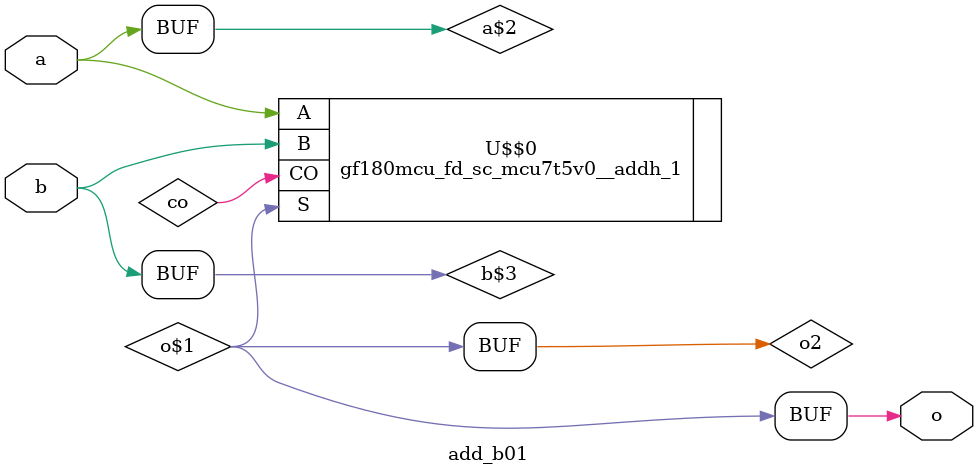
<source format=v>

/* --------------------------------------------------------------------------- */
/* Generated by Yosys 0.23 (git sha1 7ce5011c24b) */

(* \amaranth.hierarchy  = "add_b01" *)
(* top =  1  *)
(* generator = "Amaranth" *)
module add_b01(b, o, a);
  (* src = "adder.py:182" *)
  input a;
  wire a;
  (* src = "adder.py:212" *)
  wire \a$2 ;
  (* src = "adder.py:183" *)
  input b;
  wire b;
  (* src = "adder.py:213" *)
  wire \b$3 ;
  (* src = "adder.py:216" *)
  wire co;
  (* src = "adder.py:184" *)
  output o;
  wire o;
  (* src = "adder.py:214" *)
  wire \o$1 ;
  (* src = "adder.py:250" *)
  wire o2;
  gf180mcu_fd_sc_mcu7t5v0__addh_1 \U$$0  (
    .A(\a$2 ),
    .B(\b$3 ),
    .CO(co),
    .S(\o$1 )
  );
  assign o = o2;
  assign o2 = \o$1 ;
  assign \b$3  = b;
  assign \a$2  = a;
endmodule

/* --------------------------------------------------------------------------- */
/* Generated by Yosys 0.23 (git sha1 7ce5011c24b) */

(* \amaranth.hierarchy  = "add_b02" *)
(* top =  1  *)
(* generator = "Amaranth" *)
module add_b02(b, o, a);
  (* src = "adder.py:182" *)
  input [1:0] a;
  wire [1:0] a;
  (* src = "adder.py:212" *)
  wire [1:0] \a$2 ;
  (* src = "adder.py:183" *)
  input [1:0] b;
  wire [1:0] b;
  (* src = "adder.py:213" *)
  wire [1:0] \b$3 ;
  (* src = "adder.py:215" *)
  wire [1:0] ci;
  (* src = "adder.py:216" *)
  wire [1:0] co;
  (* src = "adder.py:184" *)
  output [1:0] o;
  wire [1:0] o;
  (* src = "adder.py:214" *)
  wire [1:0] \o$1 ;
  (* src = "adder.py:250" *)
  wire [1:0] o2;
  gf180mcu_fd_sc_mcu7t5v0__addh_1 \U$$0  (
    .A(\a$2 [0]),
    .B(\b$3 [0]),
    .CO(co[0]),
    .S(\o$1 [0])
  );
  gf180mcu_fd_sc_mcu7t5v0__addf_1 \U$$1  (
    .A(\a$2 [1]),
    .B(\b$3 [1]),
    .CI(ci[1]),
    .CO(co[1]),
    .S(\o$1 [1])
  );
  assign o = o2;
  assign o2 = \o$1 ;
  assign ci[1] = co[0];
  assign ci[0] = 1'h0;
  assign \b$3  = b;
  assign \a$2  = a;
endmodule

/* --------------------------------------------------------------------------- */
/* Generated by Yosys 0.23 (git sha1 7ce5011c24b) */

(* \amaranth.hierarchy  = "add_b03" *)
(* top =  1  *)
(* generator = "Amaranth" *)
module add_b03(b, o, a);
  (* src = "adder.py:182" *)
  input [2:0] a;
  wire [2:0] a;
  (* src = "adder.py:212" *)
  wire [2:0] \a$2 ;
  (* src = "adder.py:183" *)
  input [2:0] b;
  wire [2:0] b;
  (* src = "adder.py:213" *)
  wire [2:0] \b$3 ;
  (* src = "adder.py:215" *)
  wire [2:0] ci;
  (* src = "adder.py:216" *)
  wire [2:0] co;
  (* src = "adder.py:184" *)
  output [2:0] o;
  wire [2:0] o;
  (* src = "adder.py:214" *)
  wire [2:0] \o$1 ;
  (* src = "adder.py:250" *)
  wire [2:0] o2;
  gf180mcu_fd_sc_mcu7t5v0__addh_1 \U$$0  (
    .A(\a$2 [0]),
    .B(\b$3 [0]),
    .CO(co[0]),
    .S(\o$1 [0])
  );
  gf180mcu_fd_sc_mcu7t5v0__addf_1 \U$$1  (
    .A(\a$2 [1]),
    .B(\b$3 [1]),
    .CI(ci[1]),
    .CO(co[1]),
    .S(\o$1 [1])
  );
  gf180mcu_fd_sc_mcu7t5v0__addf_1 \U$$2  (
    .A(\a$2 [2]),
    .B(\b$3 [2]),
    .CI(ci[2]),
    .CO(co[2]),
    .S(\o$1 [2])
  );
  assign o = o2;
  assign o2 = \o$1 ;
  assign ci[2] = co[1];
  assign ci[1] = co[0];
  assign ci[0] = 1'h0;
  assign \b$3  = b;
  assign \a$2  = a;
endmodule

/* --------------------------------------------------------------------------- */
/* Generated by Yosys 0.23 (git sha1 7ce5011c24b) */

(* \amaranth.hierarchy  = "add_b04" *)
(* top =  1  *)
(* generator = "Amaranth" *)
module add_b04(b, o, a);
  (* src = "adder.py:182" *)
  input [3:0] a;
  wire [3:0] a;
  (* src = "adder.py:212" *)
  wire [3:0] \a$2 ;
  (* src = "adder.py:183" *)
  input [3:0] b;
  wire [3:0] b;
  (* src = "adder.py:213" *)
  wire [3:0] \b$3 ;
  (* src = "adder.py:215" *)
  wire [3:0] ci;
  (* src = "adder.py:216" *)
  wire [3:0] co;
  (* src = "adder.py:184" *)
  output [3:0] o;
  wire [3:0] o;
  (* src = "adder.py:214" *)
  wire [3:0] \o$1 ;
  (* src = "adder.py:250" *)
  wire [3:0] o2;
  gf180mcu_fd_sc_mcu7t5v0__addh_1 \U$$0  (
    .A(\a$2 [0]),
    .B(\b$3 [0]),
    .CO(co[0]),
    .S(\o$1 [0])
  );
  gf180mcu_fd_sc_mcu7t5v0__addf_1 \U$$1  (
    .A(\a$2 [1]),
    .B(\b$3 [1]),
    .CI(ci[1]),
    .CO(co[1]),
    .S(\o$1 [1])
  );
  gf180mcu_fd_sc_mcu7t5v0__addf_1 \U$$2  (
    .A(\a$2 [2]),
    .B(\b$3 [2]),
    .CI(ci[2]),
    .CO(co[2]),
    .S(\o$1 [2])
  );
  gf180mcu_fd_sc_mcu7t5v0__addf_1 \U$$3  (
    .A(\a$2 [3]),
    .B(\b$3 [3]),
    .CI(ci[3]),
    .CO(co[3]),
    .S(\o$1 [3])
  );
  assign o = o2;
  assign o2 = \o$1 ;
  assign ci[3] = co[2];
  assign ci[2] = co[1];
  assign ci[1] = co[0];
  assign ci[0] = 1'h0;
  assign \b$3  = b;
  assign \a$2  = a;
endmodule

/* --------------------------------------------------------------------------- */
/* Generated by Yosys 0.23 (git sha1 7ce5011c24b) */

(* \amaranth.hierarchy  = "add_b05" *)
(* top =  1  *)
(* generator = "Amaranth" *)
module add_b05(b, o, a);
  (* src = "adder.py:182" *)
  input [4:0] a;
  wire [4:0] a;
  (* src = "adder.py:212" *)
  wire [4:0] \a$2 ;
  (* src = "adder.py:183" *)
  input [4:0] b;
  wire [4:0] b;
  (* src = "adder.py:213" *)
  wire [4:0] \b$3 ;
  (* src = "adder.py:215" *)
  wire [4:0] ci;
  (* src = "adder.py:216" *)
  wire [4:0] co;
  (* src = "adder.py:184" *)
  output [4:0] o;
  wire [4:0] o;
  (* src = "adder.py:214" *)
  wire [4:0] \o$1 ;
  (* src = "adder.py:250" *)
  wire [4:0] o2;
  gf180mcu_fd_sc_mcu7t5v0__addh_1 \U$$0  (
    .A(\a$2 [0]),
    .B(\b$3 [0]),
    .CO(co[0]),
    .S(\o$1 [0])
  );
  gf180mcu_fd_sc_mcu7t5v0__addf_1 \U$$1  (
    .A(\a$2 [1]),
    .B(\b$3 [1]),
    .CI(ci[1]),
    .CO(co[1]),
    .S(\o$1 [1])
  );
  gf180mcu_fd_sc_mcu7t5v0__addf_1 \U$$2  (
    .A(\a$2 [2]),
    .B(\b$3 [2]),
    .CI(ci[2]),
    .CO(co[2]),
    .S(\o$1 [2])
  );
  gf180mcu_fd_sc_mcu7t5v0__addf_1 \U$$3  (
    .A(\a$2 [3]),
    .B(\b$3 [3]),
    .CI(ci[3]),
    .CO(co[3]),
    .S(\o$1 [3])
  );
  gf180mcu_fd_sc_mcu7t5v0__addf_1 \U$$4  (
    .A(\a$2 [4]),
    .B(\b$3 [4]),
    .CI(ci[4]),
    .CO(co[4]),
    .S(\o$1 [4])
  );
  assign o = o2;
  assign o2 = \o$1 ;
  assign ci[4] = co[3];
  assign ci[3] = co[2];
  assign ci[2] = co[1];
  assign ci[1] = co[0];
  assign ci[0] = 1'h0;
  assign \b$3  = b;
  assign \a$2  = a;
endmodule

/* --------------------------------------------------------------------------- */
/* Generated by Yosys 0.23 (git sha1 7ce5011c24b) */

(* \amaranth.hierarchy  = "add_b06" *)
(* top =  1  *)
(* generator = "Amaranth" *)
module add_b06(b, o, a);
  (* src = "adder.py:182" *)
  input [5:0] a;
  wire [5:0] a;
  (* src = "adder.py:212" *)
  wire [5:0] \a$2 ;
  (* src = "adder.py:183" *)
  input [5:0] b;
  wire [5:0] b;
  (* src = "adder.py:213" *)
  wire [5:0] \b$3 ;
  (* src = "adder.py:215" *)
  wire [5:0] ci;
  (* src = "adder.py:216" *)
  wire [5:0] co;
  (* src = "adder.py:184" *)
  output [5:0] o;
  wire [5:0] o;
  (* src = "adder.py:214" *)
  wire [5:0] \o$1 ;
  (* src = "adder.py:250" *)
  wire [5:0] o2;
  gf180mcu_fd_sc_mcu7t5v0__addh_1 \U$$0  (
    .A(\a$2 [0]),
    .B(\b$3 [0]),
    .CO(co[0]),
    .S(\o$1 [0])
  );
  gf180mcu_fd_sc_mcu7t5v0__addf_1 \U$$1  (
    .A(\a$2 [1]),
    .B(\b$3 [1]),
    .CI(ci[1]),
    .CO(co[1]),
    .S(\o$1 [1])
  );
  gf180mcu_fd_sc_mcu7t5v0__addf_1 \U$$2  (
    .A(\a$2 [2]),
    .B(\b$3 [2]),
    .CI(ci[2]),
    .CO(co[2]),
    .S(\o$1 [2])
  );
  gf180mcu_fd_sc_mcu7t5v0__addf_1 \U$$3  (
    .A(\a$2 [3]),
    .B(\b$3 [3]),
    .CI(ci[3]),
    .CO(co[3]),
    .S(\o$1 [3])
  );
  gf180mcu_fd_sc_mcu7t5v0__addf_1 \U$$4  (
    .A(\a$2 [4]),
    .B(\b$3 [4]),
    .CI(ci[4]),
    .CO(co[4]),
    .S(\o$1 [4])
  );
  gf180mcu_fd_sc_mcu7t5v0__addf_1 \U$$5  (
    .A(\a$2 [5]),
    .B(\b$3 [5]),
    .CI(ci[5]),
    .CO(co[5]),
    .S(\o$1 [5])
  );
  assign o = o2;
  assign o2 = \o$1 ;
  assign ci[5] = co[4];
  assign ci[4] = co[3];
  assign ci[3] = co[2];
  assign ci[2] = co[1];
  assign ci[1] = co[0];
  assign ci[0] = 1'h0;
  assign \b$3  = b;
  assign \a$2  = a;
endmodule

/* --------------------------------------------------------------------------- */
/* Generated by Yosys 0.23 (git sha1 7ce5011c24b) */

(* \amaranth.hierarchy  = "add_b07" *)
(* top =  1  *)
(* generator = "Amaranth" *)
module add_b07(b, o, a);
  (* src = "adder.py:182" *)
  input [6:0] a;
  wire [6:0] a;
  (* src = "adder.py:212" *)
  wire [6:0] \a$2 ;
  (* src = "adder.py:183" *)
  input [6:0] b;
  wire [6:0] b;
  (* src = "adder.py:213" *)
  wire [6:0] \b$3 ;
  (* src = "adder.py:215" *)
  wire [6:0] ci;
  (* src = "adder.py:216" *)
  wire [6:0] co;
  (* src = "adder.py:184" *)
  output [6:0] o;
  wire [6:0] o;
  (* src = "adder.py:214" *)
  wire [6:0] \o$1 ;
  (* src = "adder.py:250" *)
  wire [6:0] o2;
  gf180mcu_fd_sc_mcu7t5v0__addh_1 \U$$0  (
    .A(\a$2 [0]),
    .B(\b$3 [0]),
    .CO(co[0]),
    .S(\o$1 [0])
  );
  gf180mcu_fd_sc_mcu7t5v0__addf_1 \U$$1  (
    .A(\a$2 [1]),
    .B(\b$3 [1]),
    .CI(ci[1]),
    .CO(co[1]),
    .S(\o$1 [1])
  );
  gf180mcu_fd_sc_mcu7t5v0__addf_1 \U$$2  (
    .A(\a$2 [2]),
    .B(\b$3 [2]),
    .CI(ci[2]),
    .CO(co[2]),
    .S(\o$1 [2])
  );
  gf180mcu_fd_sc_mcu7t5v0__addf_1 \U$$3  (
    .A(\a$2 [3]),
    .B(\b$3 [3]),
    .CI(ci[3]),
    .CO(co[3]),
    .S(\o$1 [3])
  );
  gf180mcu_fd_sc_mcu7t5v0__addf_1 \U$$4  (
    .A(\a$2 [4]),
    .B(\b$3 [4]),
    .CI(ci[4]),
    .CO(co[4]),
    .S(\o$1 [4])
  );
  gf180mcu_fd_sc_mcu7t5v0__addf_1 \U$$5  (
    .A(\a$2 [5]),
    .B(\b$3 [5]),
    .CI(ci[5]),
    .CO(co[5]),
    .S(\o$1 [5])
  );
  gf180mcu_fd_sc_mcu7t5v0__addf_1 \U$$6  (
    .A(\a$2 [6]),
    .B(\b$3 [6]),
    .CI(ci[6]),
    .CO(co[6]),
    .S(\o$1 [6])
  );
  assign o = o2;
  assign o2 = \o$1 ;
  assign ci[6] = co[5];
  assign ci[5] = co[4];
  assign ci[4] = co[3];
  assign ci[3] = co[2];
  assign ci[2] = co[1];
  assign ci[1] = co[0];
  assign ci[0] = 1'h0;
  assign \b$3  = b;
  assign \a$2  = a;
endmodule

/* --------------------------------------------------------------------------- */
/* Generated by Yosys 0.23 (git sha1 7ce5011c24b) */

(* \amaranth.hierarchy  = "add_b08" *)
(* top =  1  *)
(* generator = "Amaranth" *)
module add_b08(b, o, a);
  (* src = "adder.py:182" *)
  input [7:0] a;
  wire [7:0] a;
  (* src = "adder.py:212" *)
  wire [7:0] \a$2 ;
  (* src = "adder.py:183" *)
  input [7:0] b;
  wire [7:0] b;
  (* src = "adder.py:213" *)
  wire [7:0] \b$3 ;
  (* src = "adder.py:215" *)
  wire [7:0] ci;
  (* src = "adder.py:216" *)
  wire [7:0] co;
  (* src = "adder.py:184" *)
  output [7:0] o;
  wire [7:0] o;
  (* src = "adder.py:214" *)
  wire [7:0] \o$1 ;
  (* src = "adder.py:250" *)
  wire [7:0] o2;
  gf180mcu_fd_sc_mcu7t5v0__addh_1 \U$$0  (
    .A(\a$2 [0]),
    .B(\b$3 [0]),
    .CO(co[0]),
    .S(\o$1 [0])
  );
  gf180mcu_fd_sc_mcu7t5v0__addf_1 \U$$1  (
    .A(\a$2 [1]),
    .B(\b$3 [1]),
    .CI(ci[1]),
    .CO(co[1]),
    .S(\o$1 [1])
  );
  gf180mcu_fd_sc_mcu7t5v0__addf_1 \U$$2  (
    .A(\a$2 [2]),
    .B(\b$3 [2]),
    .CI(ci[2]),
    .CO(co[2]),
    .S(\o$1 [2])
  );
  gf180mcu_fd_sc_mcu7t5v0__addf_1 \U$$3  (
    .A(\a$2 [3]),
    .B(\b$3 [3]),
    .CI(ci[3]),
    .CO(co[3]),
    .S(\o$1 [3])
  );
  gf180mcu_fd_sc_mcu7t5v0__addf_1 \U$$4  (
    .A(\a$2 [4]),
    .B(\b$3 [4]),
    .CI(ci[4]),
    .CO(co[4]),
    .S(\o$1 [4])
  );
  gf180mcu_fd_sc_mcu7t5v0__addf_1 \U$$5  (
    .A(\a$2 [5]),
    .B(\b$3 [5]),
    .CI(ci[5]),
    .CO(co[5]),
    .S(\o$1 [5])
  );
  gf180mcu_fd_sc_mcu7t5v0__addf_1 \U$$6  (
    .A(\a$2 [6]),
    .B(\b$3 [6]),
    .CI(ci[6]),
    .CO(co[6]),
    .S(\o$1 [6])
  );
  gf180mcu_fd_sc_mcu7t5v0__addf_1 \U$$7  (
    .A(\a$2 [7]),
    .B(\b$3 [7]),
    .CI(ci[7]),
    .CO(co[7]),
    .S(\o$1 [7])
  );
  assign o = o2;
  assign o2 = \o$1 ;
  assign ci[7] = co[6];
  assign ci[6] = co[5];
  assign ci[5] = co[4];
  assign ci[4] = co[3];
  assign ci[3] = co[2];
  assign ci[2] = co[1];
  assign ci[1] = co[0];
  assign ci[0] = 1'h0;
  assign \b$3  = b;
  assign \a$2  = a;
endmodule

/* --------------------------------------------------------------------------- */
/* Generated by Yosys 0.23 (git sha1 7ce5011c24b) */

(* \amaranth.hierarchy  = "add_b09" *)
(* top =  1  *)
(* generator = "Amaranth" *)
module add_b09(b, o, a);
  (* src = "adder.py:182" *)
  input [8:0] a;
  wire [8:0] a;
  (* src = "adder.py:212" *)
  wire [8:0] \a$2 ;
  (* src = "adder.py:183" *)
  input [8:0] b;
  wire [8:0] b;
  (* src = "adder.py:213" *)
  wire [8:0] \b$3 ;
  (* src = "adder.py:215" *)
  wire [8:0] ci;
  (* src = "adder.py:216" *)
  wire [8:0] co;
  (* src = "adder.py:184" *)
  output [8:0] o;
  wire [8:0] o;
  (* src = "adder.py:214" *)
  wire [8:0] \o$1 ;
  (* src = "adder.py:250" *)
  wire [8:0] o2;
  gf180mcu_fd_sc_mcu7t5v0__addh_1 \U$$0  (
    .A(\a$2 [0]),
    .B(\b$3 [0]),
    .CO(co[0]),
    .S(\o$1 [0])
  );
  gf180mcu_fd_sc_mcu7t5v0__addf_1 \U$$1  (
    .A(\a$2 [1]),
    .B(\b$3 [1]),
    .CI(ci[1]),
    .CO(co[1]),
    .S(\o$1 [1])
  );
  gf180mcu_fd_sc_mcu7t5v0__addf_1 \U$$2  (
    .A(\a$2 [2]),
    .B(\b$3 [2]),
    .CI(ci[2]),
    .CO(co[2]),
    .S(\o$1 [2])
  );
  gf180mcu_fd_sc_mcu7t5v0__addf_1 \U$$3  (
    .A(\a$2 [3]),
    .B(\b$3 [3]),
    .CI(ci[3]),
    .CO(co[3]),
    .S(\o$1 [3])
  );
  gf180mcu_fd_sc_mcu7t5v0__addf_1 \U$$4  (
    .A(\a$2 [4]),
    .B(\b$3 [4]),
    .CI(ci[4]),
    .CO(co[4]),
    .S(\o$1 [4])
  );
  gf180mcu_fd_sc_mcu7t5v0__addf_1 \U$$5  (
    .A(\a$2 [5]),
    .B(\b$3 [5]),
    .CI(ci[5]),
    .CO(co[5]),
    .S(\o$1 [5])
  );
  gf180mcu_fd_sc_mcu7t5v0__addf_1 \U$$6  (
    .A(\a$2 [6]),
    .B(\b$3 [6]),
    .CI(ci[6]),
    .CO(co[6]),
    .S(\o$1 [6])
  );
  gf180mcu_fd_sc_mcu7t5v0__addf_1 \U$$7  (
    .A(\a$2 [7]),
    .B(\b$3 [7]),
    .CI(ci[7]),
    .CO(co[7]),
    .S(\o$1 [7])
  );
  gf180mcu_fd_sc_mcu7t5v0__addf_1 \U$$8  (
    .A(\a$2 [8]),
    .B(\b$3 [8]),
    .CI(ci[8]),
    .CO(co[8]),
    .S(\o$1 [8])
  );
  assign o = o2;
  assign o2 = \o$1 ;
  assign ci[8] = co[7];
  assign ci[7] = co[6];
  assign ci[6] = co[5];
  assign ci[5] = co[4];
  assign ci[4] = co[3];
  assign ci[3] = co[2];
  assign ci[2] = co[1];
  assign ci[1] = co[0];
  assign ci[0] = 1'h0;
  assign \b$3  = b;
  assign \a$2  = a;
endmodule

/* --------------------------------------------------------------------------- */
/* Generated by Yosys 0.23 (git sha1 7ce5011c24b) */

(* \amaranth.hierarchy  = "add_b10" *)
(* top =  1  *)
(* generator = "Amaranth" *)
module add_b10(b, o, a);
  (* src = "adder.py:182" *)
  input [9:0] a;
  wire [9:0] a;
  (* src = "adder.py:212" *)
  wire [9:0] \a$2 ;
  (* src = "adder.py:183" *)
  input [9:0] b;
  wire [9:0] b;
  (* src = "adder.py:213" *)
  wire [9:0] \b$3 ;
  (* src = "adder.py:215" *)
  wire [9:0] ci;
  (* src = "adder.py:216" *)
  wire [9:0] co;
  (* src = "adder.py:184" *)
  output [9:0] o;
  wire [9:0] o;
  (* src = "adder.py:214" *)
  wire [9:0] \o$1 ;
  (* src = "adder.py:250" *)
  wire [9:0] o2;
  gf180mcu_fd_sc_mcu7t5v0__addh_1 \U$$0  (
    .A(\a$2 [0]),
    .B(\b$3 [0]),
    .CO(co[0]),
    .S(\o$1 [0])
  );
  gf180mcu_fd_sc_mcu7t5v0__addf_1 \U$$1  (
    .A(\a$2 [1]),
    .B(\b$3 [1]),
    .CI(ci[1]),
    .CO(co[1]),
    .S(\o$1 [1])
  );
  gf180mcu_fd_sc_mcu7t5v0__addf_1 \U$$2  (
    .A(\a$2 [2]),
    .B(\b$3 [2]),
    .CI(ci[2]),
    .CO(co[2]),
    .S(\o$1 [2])
  );
  gf180mcu_fd_sc_mcu7t5v0__addf_1 \U$$3  (
    .A(\a$2 [3]),
    .B(\b$3 [3]),
    .CI(ci[3]),
    .CO(co[3]),
    .S(\o$1 [3])
  );
  gf180mcu_fd_sc_mcu7t5v0__addf_1 \U$$4  (
    .A(\a$2 [4]),
    .B(\b$3 [4]),
    .CI(ci[4]),
    .CO(co[4]),
    .S(\o$1 [4])
  );
  gf180mcu_fd_sc_mcu7t5v0__addf_1 \U$$5  (
    .A(\a$2 [5]),
    .B(\b$3 [5]),
    .CI(ci[5]),
    .CO(co[5]),
    .S(\o$1 [5])
  );
  gf180mcu_fd_sc_mcu7t5v0__addf_1 \U$$6  (
    .A(\a$2 [6]),
    .B(\b$3 [6]),
    .CI(ci[6]),
    .CO(co[6]),
    .S(\o$1 [6])
  );
  gf180mcu_fd_sc_mcu7t5v0__addf_1 \U$$7  (
    .A(\a$2 [7]),
    .B(\b$3 [7]),
    .CI(ci[7]),
    .CO(co[7]),
    .S(\o$1 [7])
  );
  gf180mcu_fd_sc_mcu7t5v0__addf_1 \U$$8  (
    .A(\a$2 [8]),
    .B(\b$3 [8]),
    .CI(ci[8]),
    .CO(co[8]),
    .S(\o$1 [8])
  );
  gf180mcu_fd_sc_mcu7t5v0__addf_1 \U$$9  (
    .A(\a$2 [9]),
    .B(\b$3 [9]),
    .CI(ci[9]),
    .CO(co[9]),
    .S(\o$1 [9])
  );
  assign o = o2;
  assign o2 = \o$1 ;
  assign ci[9] = co[8];
  assign ci[8] = co[7];
  assign ci[7] = co[6];
  assign ci[6] = co[5];
  assign ci[5] = co[4];
  assign ci[4] = co[3];
  assign ci[3] = co[2];
  assign ci[2] = co[1];
  assign ci[1] = co[0];
  assign ci[0] = 1'h0;
  assign \b$3  = b;
  assign \a$2  = a;
endmodule

/* --------------------------------------------------------------------------- */
/* Generated by Yosys 0.23 (git sha1 7ce5011c24b) */

(* \amaranth.hierarchy  = "add_b11" *)
(* top =  1  *)
(* generator = "Amaranth" *)
module add_b11(b, o, a);
  (* src = "adder.py:182" *)
  input [10:0] a;
  wire [10:0] a;
  (* src = "adder.py:212" *)
  wire [10:0] \a$2 ;
  (* src = "adder.py:183" *)
  input [10:0] b;
  wire [10:0] b;
  (* src = "adder.py:213" *)
  wire [10:0] \b$3 ;
  (* src = "adder.py:215" *)
  wire [10:0] ci;
  (* src = "adder.py:216" *)
  wire [10:0] co;
  (* src = "adder.py:184" *)
  output [10:0] o;
  wire [10:0] o;
  (* src = "adder.py:214" *)
  wire [10:0] \o$1 ;
  (* src = "adder.py:250" *)
  wire [10:0] o2;
  gf180mcu_fd_sc_mcu7t5v0__addh_1 \U$$0  (
    .A(\a$2 [0]),
    .B(\b$3 [0]),
    .CO(co[0]),
    .S(\o$1 [0])
  );
  gf180mcu_fd_sc_mcu7t5v0__addf_1 \U$$1  (
    .A(\a$2 [1]),
    .B(\b$3 [1]),
    .CI(ci[1]),
    .CO(co[1]),
    .S(\o$1 [1])
  );
  gf180mcu_fd_sc_mcu7t5v0__addf_1 \U$$10  (
    .A(\a$2 [10]),
    .B(\b$3 [10]),
    .CI(ci[10]),
    .CO(co[10]),
    .S(\o$1 [10])
  );
  gf180mcu_fd_sc_mcu7t5v0__addf_1 \U$$2  (
    .A(\a$2 [2]),
    .B(\b$3 [2]),
    .CI(ci[2]),
    .CO(co[2]),
    .S(\o$1 [2])
  );
  gf180mcu_fd_sc_mcu7t5v0__addf_1 \U$$3  (
    .A(\a$2 [3]),
    .B(\b$3 [3]),
    .CI(ci[3]),
    .CO(co[3]),
    .S(\o$1 [3])
  );
  gf180mcu_fd_sc_mcu7t5v0__addf_1 \U$$4  (
    .A(\a$2 [4]),
    .B(\b$3 [4]),
    .CI(ci[4]),
    .CO(co[4]),
    .S(\o$1 [4])
  );
  gf180mcu_fd_sc_mcu7t5v0__addf_1 \U$$5  (
    .A(\a$2 [5]),
    .B(\b$3 [5]),
    .CI(ci[5]),
    .CO(co[5]),
    .S(\o$1 [5])
  );
  gf180mcu_fd_sc_mcu7t5v0__addf_1 \U$$6  (
    .A(\a$2 [6]),
    .B(\b$3 [6]),
    .CI(ci[6]),
    .CO(co[6]),
    .S(\o$1 [6])
  );
  gf180mcu_fd_sc_mcu7t5v0__addf_1 \U$$7  (
    .A(\a$2 [7]),
    .B(\b$3 [7]),
    .CI(ci[7]),
    .CO(co[7]),
    .S(\o$1 [7])
  );
  gf180mcu_fd_sc_mcu7t5v0__addf_1 \U$$8  (
    .A(\a$2 [8]),
    .B(\b$3 [8]),
    .CI(ci[8]),
    .CO(co[8]),
    .S(\o$1 [8])
  );
  gf180mcu_fd_sc_mcu7t5v0__addf_1 \U$$9  (
    .A(\a$2 [9]),
    .B(\b$3 [9]),
    .CI(ci[9]),
    .CO(co[9]),
    .S(\o$1 [9])
  );
  assign o = o2;
  assign o2 = \o$1 ;
  assign ci[10] = co[9];
  assign ci[9] = co[8];
  assign ci[8] = co[7];
  assign ci[7] = co[6];
  assign ci[6] = co[5];
  assign ci[5] = co[4];
  assign ci[4] = co[3];
  assign ci[3] = co[2];
  assign ci[2] = co[1];
  assign ci[1] = co[0];
  assign ci[0] = 1'h0;
  assign \b$3  = b;
  assign \a$2  = a;
endmodule

/* --------------------------------------------------------------------------- */
/* Generated by Yosys 0.23 (git sha1 7ce5011c24b) */

(* \amaranth.hierarchy  = "add_b12" *)
(* top =  1  *)
(* generator = "Amaranth" *)
module add_b12(b, o, a);
  (* src = "adder.py:182" *)
  input [11:0] a;
  wire [11:0] a;
  (* src = "adder.py:212" *)
  wire [11:0] \a$2 ;
  (* src = "adder.py:183" *)
  input [11:0] b;
  wire [11:0] b;
  (* src = "adder.py:213" *)
  wire [11:0] \b$3 ;
  (* src = "adder.py:215" *)
  wire [11:0] ci;
  (* src = "adder.py:216" *)
  wire [11:0] co;
  (* src = "adder.py:184" *)
  output [11:0] o;
  wire [11:0] o;
  (* src = "adder.py:214" *)
  wire [11:0] \o$1 ;
  (* src = "adder.py:250" *)
  wire [11:0] o2;
  gf180mcu_fd_sc_mcu7t5v0__addh_1 \U$$0  (
    .A(\a$2 [0]),
    .B(\b$3 [0]),
    .CO(co[0]),
    .S(\o$1 [0])
  );
  gf180mcu_fd_sc_mcu7t5v0__addf_1 \U$$1  (
    .A(\a$2 [1]),
    .B(\b$3 [1]),
    .CI(ci[1]),
    .CO(co[1]),
    .S(\o$1 [1])
  );
  gf180mcu_fd_sc_mcu7t5v0__addf_1 \U$$10  (
    .A(\a$2 [10]),
    .B(\b$3 [10]),
    .CI(ci[10]),
    .CO(co[10]),
    .S(\o$1 [10])
  );
  gf180mcu_fd_sc_mcu7t5v0__addf_1 \U$$11  (
    .A(\a$2 [11]),
    .B(\b$3 [11]),
    .CI(ci[11]),
    .CO(co[11]),
    .S(\o$1 [11])
  );
  gf180mcu_fd_sc_mcu7t5v0__addf_1 \U$$2  (
    .A(\a$2 [2]),
    .B(\b$3 [2]),
    .CI(ci[2]),
    .CO(co[2]),
    .S(\o$1 [2])
  );
  gf180mcu_fd_sc_mcu7t5v0__addf_1 \U$$3  (
    .A(\a$2 [3]),
    .B(\b$3 [3]),
    .CI(ci[3]),
    .CO(co[3]),
    .S(\o$1 [3])
  );
  gf180mcu_fd_sc_mcu7t5v0__addf_1 \U$$4  (
    .A(\a$2 [4]),
    .B(\b$3 [4]),
    .CI(ci[4]),
    .CO(co[4]),
    .S(\o$1 [4])
  );
  gf180mcu_fd_sc_mcu7t5v0__addf_1 \U$$5  (
    .A(\a$2 [5]),
    .B(\b$3 [5]),
    .CI(ci[5]),
    .CO(co[5]),
    .S(\o$1 [5])
  );
  gf180mcu_fd_sc_mcu7t5v0__addf_1 \U$$6  (
    .A(\a$2 [6]),
    .B(\b$3 [6]),
    .CI(ci[6]),
    .CO(co[6]),
    .S(\o$1 [6])
  );
  gf180mcu_fd_sc_mcu7t5v0__addf_1 \U$$7  (
    .A(\a$2 [7]),
    .B(\b$3 [7]),
    .CI(ci[7]),
    .CO(co[7]),
    .S(\o$1 [7])
  );
  gf180mcu_fd_sc_mcu7t5v0__addf_1 \U$$8  (
    .A(\a$2 [8]),
    .B(\b$3 [8]),
    .CI(ci[8]),
    .CO(co[8]),
    .S(\o$1 [8])
  );
  gf180mcu_fd_sc_mcu7t5v0__addf_1 \U$$9  (
    .A(\a$2 [9]),
    .B(\b$3 [9]),
    .CI(ci[9]),
    .CO(co[9]),
    .S(\o$1 [9])
  );
  assign o = o2;
  assign o2 = \o$1 ;
  assign ci[11] = co[10];
  assign ci[10] = co[9];
  assign ci[9] = co[8];
  assign ci[8] = co[7];
  assign ci[7] = co[6];
  assign ci[6] = co[5];
  assign ci[5] = co[4];
  assign ci[4] = co[3];
  assign ci[3] = co[2];
  assign ci[2] = co[1];
  assign ci[1] = co[0];
  assign ci[0] = 1'h0;
  assign \b$3  = b;
  assign \a$2  = a;
endmodule

/* --------------------------------------------------------------------------- */
/* Generated by Yosys 0.23 (git sha1 7ce5011c24b) */

(* \amaranth.hierarchy  = "add_b13" *)
(* top =  1  *)
(* generator = "Amaranth" *)
module add_b13(b, o, a);
  (* src = "adder.py:182" *)
  input [12:0] a;
  wire [12:0] a;
  (* src = "adder.py:212" *)
  wire [12:0] \a$2 ;
  (* src = "adder.py:183" *)
  input [12:0] b;
  wire [12:0] b;
  (* src = "adder.py:213" *)
  wire [12:0] \b$3 ;
  (* src = "adder.py:215" *)
  wire [12:0] ci;
  (* src = "adder.py:216" *)
  wire [12:0] co;
  (* src = "adder.py:184" *)
  output [12:0] o;
  wire [12:0] o;
  (* src = "adder.py:214" *)
  wire [12:0] \o$1 ;
  (* src = "adder.py:250" *)
  wire [12:0] o2;
  gf180mcu_fd_sc_mcu7t5v0__addh_1 \U$$0  (
    .A(\a$2 [0]),
    .B(\b$3 [0]),
    .CO(co[0]),
    .S(\o$1 [0])
  );
  gf180mcu_fd_sc_mcu7t5v0__addf_1 \U$$1  (
    .A(\a$2 [1]),
    .B(\b$3 [1]),
    .CI(ci[1]),
    .CO(co[1]),
    .S(\o$1 [1])
  );
  gf180mcu_fd_sc_mcu7t5v0__addf_1 \U$$10  (
    .A(\a$2 [10]),
    .B(\b$3 [10]),
    .CI(ci[10]),
    .CO(co[10]),
    .S(\o$1 [10])
  );
  gf180mcu_fd_sc_mcu7t5v0__addf_1 \U$$11  (
    .A(\a$2 [11]),
    .B(\b$3 [11]),
    .CI(ci[11]),
    .CO(co[11]),
    .S(\o$1 [11])
  );
  gf180mcu_fd_sc_mcu7t5v0__addf_1 \U$$12  (
    .A(\a$2 [12]),
    .B(\b$3 [12]),
    .CI(ci[12]),
    .CO(co[12]),
    .S(\o$1 [12])
  );
  gf180mcu_fd_sc_mcu7t5v0__addf_1 \U$$2  (
    .A(\a$2 [2]),
    .B(\b$3 [2]),
    .CI(ci[2]),
    .CO(co[2]),
    .S(\o$1 [2])
  );
  gf180mcu_fd_sc_mcu7t5v0__addf_1 \U$$3  (
    .A(\a$2 [3]),
    .B(\b$3 [3]),
    .CI(ci[3]),
    .CO(co[3]),
    .S(\o$1 [3])
  );
  gf180mcu_fd_sc_mcu7t5v0__addf_1 \U$$4  (
    .A(\a$2 [4]),
    .B(\b$3 [4]),
    .CI(ci[4]),
    .CO(co[4]),
    .S(\o$1 [4])
  );
  gf180mcu_fd_sc_mcu7t5v0__addf_1 \U$$5  (
    .A(\a$2 [5]),
    .B(\b$3 [5]),
    .CI(ci[5]),
    .CO(co[5]),
    .S(\o$1 [5])
  );
  gf180mcu_fd_sc_mcu7t5v0__addf_1 \U$$6  (
    .A(\a$2 [6]),
    .B(\b$3 [6]),
    .CI(ci[6]),
    .CO(co[6]),
    .S(\o$1 [6])
  );
  gf180mcu_fd_sc_mcu7t5v0__addf_1 \U$$7  (
    .A(\a$2 [7]),
    .B(\b$3 [7]),
    .CI(ci[7]),
    .CO(co[7]),
    .S(\o$1 [7])
  );
  gf180mcu_fd_sc_mcu7t5v0__addf_1 \U$$8  (
    .A(\a$2 [8]),
    .B(\b$3 [8]),
    .CI(ci[8]),
    .CO(co[8]),
    .S(\o$1 [8])
  );
  gf180mcu_fd_sc_mcu7t5v0__addf_1 \U$$9  (
    .A(\a$2 [9]),
    .B(\b$3 [9]),
    .CI(ci[9]),
    .CO(co[9]),
    .S(\o$1 [9])
  );
  assign o = o2;
  assign o2 = \o$1 ;
  assign ci[12] = co[11];
  assign ci[11] = co[10];
  assign ci[10] = co[9];
  assign ci[9] = co[8];
  assign ci[8] = co[7];
  assign ci[7] = co[6];
  assign ci[6] = co[5];
  assign ci[5] = co[4];
  assign ci[4] = co[3];
  assign ci[3] = co[2];
  assign ci[2] = co[1];
  assign ci[1] = co[0];
  assign ci[0] = 1'h0;
  assign \b$3  = b;
  assign \a$2  = a;
endmodule

/* --------------------------------------------------------------------------- */
/* Generated by Yosys 0.23 (git sha1 7ce5011c24b) */

(* \amaranth.hierarchy  = "add_b14" *)
(* top =  1  *)
(* generator = "Amaranth" *)
module add_b14(b, o, a);
  (* src = "adder.py:182" *)
  input [13:0] a;
  wire [13:0] a;
  (* src = "adder.py:212" *)
  wire [13:0] \a$2 ;
  (* src = "adder.py:183" *)
  input [13:0] b;
  wire [13:0] b;
  (* src = "adder.py:213" *)
  wire [13:0] \b$3 ;
  (* src = "adder.py:215" *)
  wire [13:0] ci;
  (* src = "adder.py:216" *)
  wire [13:0] co;
  (* src = "adder.py:184" *)
  output [13:0] o;
  wire [13:0] o;
  (* src = "adder.py:214" *)
  wire [13:0] \o$1 ;
  (* src = "adder.py:250" *)
  wire [13:0] o2;
  gf180mcu_fd_sc_mcu7t5v0__addh_1 \U$$0  (
    .A(\a$2 [0]),
    .B(\b$3 [0]),
    .CO(co[0]),
    .S(\o$1 [0])
  );
  gf180mcu_fd_sc_mcu7t5v0__addf_1 \U$$1  (
    .A(\a$2 [1]),
    .B(\b$3 [1]),
    .CI(ci[1]),
    .CO(co[1]),
    .S(\o$1 [1])
  );
  gf180mcu_fd_sc_mcu7t5v0__addf_1 \U$$10  (
    .A(\a$2 [10]),
    .B(\b$3 [10]),
    .CI(ci[10]),
    .CO(co[10]),
    .S(\o$1 [10])
  );
  gf180mcu_fd_sc_mcu7t5v0__addf_1 \U$$11  (
    .A(\a$2 [11]),
    .B(\b$3 [11]),
    .CI(ci[11]),
    .CO(co[11]),
    .S(\o$1 [11])
  );
  gf180mcu_fd_sc_mcu7t5v0__addf_1 \U$$12  (
    .A(\a$2 [12]),
    .B(\b$3 [12]),
    .CI(ci[12]),
    .CO(co[12]),
    .S(\o$1 [12])
  );
  gf180mcu_fd_sc_mcu7t5v0__addf_1 \U$$13  (
    .A(\a$2 [13]),
    .B(\b$3 [13]),
    .CI(ci[13]),
    .CO(co[13]),
    .S(\o$1 [13])
  );
  gf180mcu_fd_sc_mcu7t5v0__addf_1 \U$$2  (
    .A(\a$2 [2]),
    .B(\b$3 [2]),
    .CI(ci[2]),
    .CO(co[2]),
    .S(\o$1 [2])
  );
  gf180mcu_fd_sc_mcu7t5v0__addf_1 \U$$3  (
    .A(\a$2 [3]),
    .B(\b$3 [3]),
    .CI(ci[3]),
    .CO(co[3]),
    .S(\o$1 [3])
  );
  gf180mcu_fd_sc_mcu7t5v0__addf_1 \U$$4  (
    .A(\a$2 [4]),
    .B(\b$3 [4]),
    .CI(ci[4]),
    .CO(co[4]),
    .S(\o$1 [4])
  );
  gf180mcu_fd_sc_mcu7t5v0__addf_1 \U$$5  (
    .A(\a$2 [5]),
    .B(\b$3 [5]),
    .CI(ci[5]),
    .CO(co[5]),
    .S(\o$1 [5])
  );
  gf180mcu_fd_sc_mcu7t5v0__addf_1 \U$$6  (
    .A(\a$2 [6]),
    .B(\b$3 [6]),
    .CI(ci[6]),
    .CO(co[6]),
    .S(\o$1 [6])
  );
  gf180mcu_fd_sc_mcu7t5v0__addf_1 \U$$7  (
    .A(\a$2 [7]),
    .B(\b$3 [7]),
    .CI(ci[7]),
    .CO(co[7]),
    .S(\o$1 [7])
  );
  gf180mcu_fd_sc_mcu7t5v0__addf_1 \U$$8  (
    .A(\a$2 [8]),
    .B(\b$3 [8]),
    .CI(ci[8]),
    .CO(co[8]),
    .S(\o$1 [8])
  );
  gf180mcu_fd_sc_mcu7t5v0__addf_1 \U$$9  (
    .A(\a$2 [9]),
    .B(\b$3 [9]),
    .CI(ci[9]),
    .CO(co[9]),
    .S(\o$1 [9])
  );
  assign o = o2;
  assign o2 = \o$1 ;
  assign ci[13] = co[12];
  assign ci[12] = co[11];
  assign ci[11] = co[10];
  assign ci[10] = co[9];
  assign ci[9] = co[8];
  assign ci[8] = co[7];
  assign ci[7] = co[6];
  assign ci[6] = co[5];
  assign ci[5] = co[4];
  assign ci[4] = co[3];
  assign ci[3] = co[2];
  assign ci[2] = co[1];
  assign ci[1] = co[0];
  assign ci[0] = 1'h0;
  assign \b$3  = b;
  assign \a$2  = a;
endmodule

/* --------------------------------------------------------------------------- */
/* Generated by Yosys 0.23 (git sha1 7ce5011c24b) */

(* \amaranth.hierarchy  = "add_b15" *)
(* top =  1  *)
(* generator = "Amaranth" *)
module add_b15(b, o, a);
  (* src = "adder.py:182" *)
  input [14:0] a;
  wire [14:0] a;
  (* src = "adder.py:212" *)
  wire [14:0] \a$2 ;
  (* src = "adder.py:183" *)
  input [14:0] b;
  wire [14:0] b;
  (* src = "adder.py:213" *)
  wire [14:0] \b$3 ;
  (* src = "adder.py:215" *)
  wire [14:0] ci;
  (* src = "adder.py:216" *)
  wire [14:0] co;
  (* src = "adder.py:184" *)
  output [14:0] o;
  wire [14:0] o;
  (* src = "adder.py:214" *)
  wire [14:0] \o$1 ;
  (* src = "adder.py:250" *)
  wire [14:0] o2;
  gf180mcu_fd_sc_mcu7t5v0__addh_1 \U$$0  (
    .A(\a$2 [0]),
    .B(\b$3 [0]),
    .CO(co[0]),
    .S(\o$1 [0])
  );
  gf180mcu_fd_sc_mcu7t5v0__addf_1 \U$$1  (
    .A(\a$2 [1]),
    .B(\b$3 [1]),
    .CI(ci[1]),
    .CO(co[1]),
    .S(\o$1 [1])
  );
  gf180mcu_fd_sc_mcu7t5v0__addf_1 \U$$10  (
    .A(\a$2 [10]),
    .B(\b$3 [10]),
    .CI(ci[10]),
    .CO(co[10]),
    .S(\o$1 [10])
  );
  gf180mcu_fd_sc_mcu7t5v0__addf_1 \U$$11  (
    .A(\a$2 [11]),
    .B(\b$3 [11]),
    .CI(ci[11]),
    .CO(co[11]),
    .S(\o$1 [11])
  );
  gf180mcu_fd_sc_mcu7t5v0__addf_1 \U$$12  (
    .A(\a$2 [12]),
    .B(\b$3 [12]),
    .CI(ci[12]),
    .CO(co[12]),
    .S(\o$1 [12])
  );
  gf180mcu_fd_sc_mcu7t5v0__addf_1 \U$$13  (
    .A(\a$2 [13]),
    .B(\b$3 [13]),
    .CI(ci[13]),
    .CO(co[13]),
    .S(\o$1 [13])
  );
  gf180mcu_fd_sc_mcu7t5v0__addf_1 \U$$14  (
    .A(\a$2 [14]),
    .B(\b$3 [14]),
    .CI(ci[14]),
    .CO(co[14]),
    .S(\o$1 [14])
  );
  gf180mcu_fd_sc_mcu7t5v0__addf_1 \U$$2  (
    .A(\a$2 [2]),
    .B(\b$3 [2]),
    .CI(ci[2]),
    .CO(co[2]),
    .S(\o$1 [2])
  );
  gf180mcu_fd_sc_mcu7t5v0__addf_1 \U$$3  (
    .A(\a$2 [3]),
    .B(\b$3 [3]),
    .CI(ci[3]),
    .CO(co[3]),
    .S(\o$1 [3])
  );
  gf180mcu_fd_sc_mcu7t5v0__addf_1 \U$$4  (
    .A(\a$2 [4]),
    .B(\b$3 [4]),
    .CI(ci[4]),
    .CO(co[4]),
    .S(\o$1 [4])
  );
  gf180mcu_fd_sc_mcu7t5v0__addf_1 \U$$5  (
    .A(\a$2 [5]),
    .B(\b$3 [5]),
    .CI(ci[5]),
    .CO(co[5]),
    .S(\o$1 [5])
  );
  gf180mcu_fd_sc_mcu7t5v0__addf_1 \U$$6  (
    .A(\a$2 [6]),
    .B(\b$3 [6]),
    .CI(ci[6]),
    .CO(co[6]),
    .S(\o$1 [6])
  );
  gf180mcu_fd_sc_mcu7t5v0__addf_1 \U$$7  (
    .A(\a$2 [7]),
    .B(\b$3 [7]),
    .CI(ci[7]),
    .CO(co[7]),
    .S(\o$1 [7])
  );
  gf180mcu_fd_sc_mcu7t5v0__addf_1 \U$$8  (
    .A(\a$2 [8]),
    .B(\b$3 [8]),
    .CI(ci[8]),
    .CO(co[8]),
    .S(\o$1 [8])
  );
  gf180mcu_fd_sc_mcu7t5v0__addf_1 \U$$9  (
    .A(\a$2 [9]),
    .B(\b$3 [9]),
    .CI(ci[9]),
    .CO(co[9]),
    .S(\o$1 [9])
  );
  assign o = o2;
  assign o2 = \o$1 ;
  assign ci[14] = co[13];
  assign ci[13] = co[12];
  assign ci[12] = co[11];
  assign ci[11] = co[10];
  assign ci[10] = co[9];
  assign ci[9] = co[8];
  assign ci[8] = co[7];
  assign ci[7] = co[6];
  assign ci[6] = co[5];
  assign ci[5] = co[4];
  assign ci[4] = co[3];
  assign ci[3] = co[2];
  assign ci[2] = co[1];
  assign ci[1] = co[0];
  assign ci[0] = 1'h0;
  assign \b$3  = b;
  assign \a$2  = a;
endmodule

/* --------------------------------------------------------------------------- */
/* Generated by Yosys 0.23 (git sha1 7ce5011c24b) */

(* \amaranth.hierarchy  = "add_b16" *)
(* top =  1  *)
(* generator = "Amaranth" *)
module add_b16(b, o, a);
  (* src = "adder.py:182" *)
  input [15:0] a;
  wire [15:0] a;
  (* src = "adder.py:212" *)
  wire [15:0] \a$2 ;
  (* src = "adder.py:183" *)
  input [15:0] b;
  wire [15:0] b;
  (* src = "adder.py:213" *)
  wire [15:0] \b$3 ;
  (* src = "adder.py:215" *)
  wire [15:0] ci;
  (* src = "adder.py:216" *)
  wire [15:0] co;
  (* src = "adder.py:184" *)
  output [15:0] o;
  wire [15:0] o;
  (* src = "adder.py:214" *)
  wire [15:0] \o$1 ;
  (* src = "adder.py:250" *)
  wire [15:0] o2;
  gf180mcu_fd_sc_mcu7t5v0__addh_1 \U$$0  (
    .A(\a$2 [0]),
    .B(\b$3 [0]),
    .CO(co[0]),
    .S(\o$1 [0])
  );
  gf180mcu_fd_sc_mcu7t5v0__addf_1 \U$$1  (
    .A(\a$2 [1]),
    .B(\b$3 [1]),
    .CI(ci[1]),
    .CO(co[1]),
    .S(\o$1 [1])
  );
  gf180mcu_fd_sc_mcu7t5v0__addf_1 \U$$10  (
    .A(\a$2 [10]),
    .B(\b$3 [10]),
    .CI(ci[10]),
    .CO(co[10]),
    .S(\o$1 [10])
  );
  gf180mcu_fd_sc_mcu7t5v0__addf_1 \U$$11  (
    .A(\a$2 [11]),
    .B(\b$3 [11]),
    .CI(ci[11]),
    .CO(co[11]),
    .S(\o$1 [11])
  );
  gf180mcu_fd_sc_mcu7t5v0__addf_1 \U$$12  (
    .A(\a$2 [12]),
    .B(\b$3 [12]),
    .CI(ci[12]),
    .CO(co[12]),
    .S(\o$1 [12])
  );
  gf180mcu_fd_sc_mcu7t5v0__addf_1 \U$$13  (
    .A(\a$2 [13]),
    .B(\b$3 [13]),
    .CI(ci[13]),
    .CO(co[13]),
    .S(\o$1 [13])
  );
  gf180mcu_fd_sc_mcu7t5v0__addf_1 \U$$14  (
    .A(\a$2 [14]),
    .B(\b$3 [14]),
    .CI(ci[14]),
    .CO(co[14]),
    .S(\o$1 [14])
  );
  gf180mcu_fd_sc_mcu7t5v0__addf_1 \U$$15  (
    .A(\a$2 [15]),
    .B(\b$3 [15]),
    .CI(ci[15]),
    .CO(co[15]),
    .S(\o$1 [15])
  );
  gf180mcu_fd_sc_mcu7t5v0__addf_1 \U$$2  (
    .A(\a$2 [2]),
    .B(\b$3 [2]),
    .CI(ci[2]),
    .CO(co[2]),
    .S(\o$1 [2])
  );
  gf180mcu_fd_sc_mcu7t5v0__addf_1 \U$$3  (
    .A(\a$2 [3]),
    .B(\b$3 [3]),
    .CI(ci[3]),
    .CO(co[3]),
    .S(\o$1 [3])
  );
  gf180mcu_fd_sc_mcu7t5v0__addf_1 \U$$4  (
    .A(\a$2 [4]),
    .B(\b$3 [4]),
    .CI(ci[4]),
    .CO(co[4]),
    .S(\o$1 [4])
  );
  gf180mcu_fd_sc_mcu7t5v0__addf_1 \U$$5  (
    .A(\a$2 [5]),
    .B(\b$3 [5]),
    .CI(ci[5]),
    .CO(co[5]),
    .S(\o$1 [5])
  );
  gf180mcu_fd_sc_mcu7t5v0__addf_1 \U$$6  (
    .A(\a$2 [6]),
    .B(\b$3 [6]),
    .CI(ci[6]),
    .CO(co[6]),
    .S(\o$1 [6])
  );
  gf180mcu_fd_sc_mcu7t5v0__addf_1 \U$$7  (
    .A(\a$2 [7]),
    .B(\b$3 [7]),
    .CI(ci[7]),
    .CO(co[7]),
    .S(\o$1 [7])
  );
  gf180mcu_fd_sc_mcu7t5v0__addf_1 \U$$8  (
    .A(\a$2 [8]),
    .B(\b$3 [8]),
    .CI(ci[8]),
    .CO(co[8]),
    .S(\o$1 [8])
  );
  gf180mcu_fd_sc_mcu7t5v0__addf_1 \U$$9  (
    .A(\a$2 [9]),
    .B(\b$3 [9]),
    .CI(ci[9]),
    .CO(co[9]),
    .S(\o$1 [9])
  );
  assign o = o2;
  assign o2 = \o$1 ;
  assign ci[15] = co[14];
  assign ci[14] = co[13];
  assign ci[13] = co[12];
  assign ci[12] = co[11];
  assign ci[11] = co[10];
  assign ci[10] = co[9];
  assign ci[9] = co[8];
  assign ci[8] = co[7];
  assign ci[7] = co[6];
  assign ci[6] = co[5];
  assign ci[5] = co[4];
  assign ci[4] = co[3];
  assign ci[3] = co[2];
  assign ci[2] = co[1];
  assign ci[1] = co[0];
  assign ci[0] = 1'h0;
  assign \b$3  = b;
  assign \a$2  = a;
endmodule

/* --------------------------------------------------------------------------- */
/* Generated by Yosys 0.23 (git sha1 7ce5011c24b) */

(* \amaranth.hierarchy  = "add_b17" *)
(* top =  1  *)
(* generator = "Amaranth" *)
module add_b17(b, o, a);
  (* src = "adder.py:182" *)
  input [16:0] a;
  wire [16:0] a;
  (* src = "adder.py:212" *)
  wire [16:0] \a$2 ;
  (* src = "adder.py:183" *)
  input [16:0] b;
  wire [16:0] b;
  (* src = "adder.py:213" *)
  wire [16:0] \b$3 ;
  (* src = "adder.py:215" *)
  wire [16:0] ci;
  (* src = "adder.py:216" *)
  wire [16:0] co;
  (* src = "adder.py:184" *)
  output [16:0] o;
  wire [16:0] o;
  (* src = "adder.py:214" *)
  wire [16:0] \o$1 ;
  (* src = "adder.py:250" *)
  wire [16:0] o2;
  gf180mcu_fd_sc_mcu7t5v0__addh_1 \U$$0  (
    .A(\a$2 [0]),
    .B(\b$3 [0]),
    .CO(co[0]),
    .S(\o$1 [0])
  );
  gf180mcu_fd_sc_mcu7t5v0__addf_1 \U$$1  (
    .A(\a$2 [1]),
    .B(\b$3 [1]),
    .CI(ci[1]),
    .CO(co[1]),
    .S(\o$1 [1])
  );
  gf180mcu_fd_sc_mcu7t5v0__addf_1 \U$$10  (
    .A(\a$2 [10]),
    .B(\b$3 [10]),
    .CI(ci[10]),
    .CO(co[10]),
    .S(\o$1 [10])
  );
  gf180mcu_fd_sc_mcu7t5v0__addf_1 \U$$11  (
    .A(\a$2 [11]),
    .B(\b$3 [11]),
    .CI(ci[11]),
    .CO(co[11]),
    .S(\o$1 [11])
  );
  gf180mcu_fd_sc_mcu7t5v0__addf_1 \U$$12  (
    .A(\a$2 [12]),
    .B(\b$3 [12]),
    .CI(ci[12]),
    .CO(co[12]),
    .S(\o$1 [12])
  );
  gf180mcu_fd_sc_mcu7t5v0__addf_1 \U$$13  (
    .A(\a$2 [13]),
    .B(\b$3 [13]),
    .CI(ci[13]),
    .CO(co[13]),
    .S(\o$1 [13])
  );
  gf180mcu_fd_sc_mcu7t5v0__addf_1 \U$$14  (
    .A(\a$2 [14]),
    .B(\b$3 [14]),
    .CI(ci[14]),
    .CO(co[14]),
    .S(\o$1 [14])
  );
  gf180mcu_fd_sc_mcu7t5v0__addf_1 \U$$15  (
    .A(\a$2 [15]),
    .B(\b$3 [15]),
    .CI(ci[15]),
    .CO(co[15]),
    .S(\o$1 [15])
  );
  gf180mcu_fd_sc_mcu7t5v0__addf_1 \U$$16  (
    .A(\a$2 [16]),
    .B(\b$3 [16]),
    .CI(ci[16]),
    .CO(co[16]),
    .S(\o$1 [16])
  );
  gf180mcu_fd_sc_mcu7t5v0__addf_1 \U$$2  (
    .A(\a$2 [2]),
    .B(\b$3 [2]),
    .CI(ci[2]),
    .CO(co[2]),
    .S(\o$1 [2])
  );
  gf180mcu_fd_sc_mcu7t5v0__addf_1 \U$$3  (
    .A(\a$2 [3]),
    .B(\b$3 [3]),
    .CI(ci[3]),
    .CO(co[3]),
    .S(\o$1 [3])
  );
  gf180mcu_fd_sc_mcu7t5v0__addf_1 \U$$4  (
    .A(\a$2 [4]),
    .B(\b$3 [4]),
    .CI(ci[4]),
    .CO(co[4]),
    .S(\o$1 [4])
  );
  gf180mcu_fd_sc_mcu7t5v0__addf_1 \U$$5  (
    .A(\a$2 [5]),
    .B(\b$3 [5]),
    .CI(ci[5]),
    .CO(co[5]),
    .S(\o$1 [5])
  );
  gf180mcu_fd_sc_mcu7t5v0__addf_1 \U$$6  (
    .A(\a$2 [6]),
    .B(\b$3 [6]),
    .CI(ci[6]),
    .CO(co[6]),
    .S(\o$1 [6])
  );
  gf180mcu_fd_sc_mcu7t5v0__addf_1 \U$$7  (
    .A(\a$2 [7]),
    .B(\b$3 [7]),
    .CI(ci[7]),
    .CO(co[7]),
    .S(\o$1 [7])
  );
  gf180mcu_fd_sc_mcu7t5v0__addf_1 \U$$8  (
    .A(\a$2 [8]),
    .B(\b$3 [8]),
    .CI(ci[8]),
    .CO(co[8]),
    .S(\o$1 [8])
  );
  gf180mcu_fd_sc_mcu7t5v0__addf_1 \U$$9  (
    .A(\a$2 [9]),
    .B(\b$3 [9]),
    .CI(ci[9]),
    .CO(co[9]),
    .S(\o$1 [9])
  );
  assign o = o2;
  assign o2 = \o$1 ;
  assign ci[16] = co[15];
  assign ci[15] = co[14];
  assign ci[14] = co[13];
  assign ci[13] = co[12];
  assign ci[12] = co[11];
  assign ci[11] = co[10];
  assign ci[10] = co[9];
  assign ci[9] = co[8];
  assign ci[8] = co[7];
  assign ci[7] = co[6];
  assign ci[6] = co[5];
  assign ci[5] = co[4];
  assign ci[4] = co[3];
  assign ci[3] = co[2];
  assign ci[2] = co[1];
  assign ci[1] = co[0];
  assign ci[0] = 1'h0;
  assign \b$3  = b;
  assign \a$2  = a;
endmodule

/* --------------------------------------------------------------------------- */
/* Generated by Yosys 0.23 (git sha1 7ce5011c24b) */

(* \amaranth.hierarchy  = "add_b18" *)
(* top =  1  *)
(* generator = "Amaranth" *)
module add_b18(b, o, a);
  (* src = "adder.py:182" *)
  input [17:0] a;
  wire [17:0] a;
  (* src = "adder.py:212" *)
  wire [17:0] \a$2 ;
  (* src = "adder.py:183" *)
  input [17:0] b;
  wire [17:0] b;
  (* src = "adder.py:213" *)
  wire [17:0] \b$3 ;
  (* src = "adder.py:215" *)
  wire [17:0] ci;
  (* src = "adder.py:216" *)
  wire [17:0] co;
  (* src = "adder.py:184" *)
  output [17:0] o;
  wire [17:0] o;
  (* src = "adder.py:214" *)
  wire [17:0] \o$1 ;
  (* src = "adder.py:250" *)
  wire [17:0] o2;
  gf180mcu_fd_sc_mcu7t5v0__addh_1 \U$$0  (
    .A(\a$2 [0]),
    .B(\b$3 [0]),
    .CO(co[0]),
    .S(\o$1 [0])
  );
  gf180mcu_fd_sc_mcu7t5v0__addf_1 \U$$1  (
    .A(\a$2 [1]),
    .B(\b$3 [1]),
    .CI(ci[1]),
    .CO(co[1]),
    .S(\o$1 [1])
  );
  gf180mcu_fd_sc_mcu7t5v0__addf_1 \U$$10  (
    .A(\a$2 [10]),
    .B(\b$3 [10]),
    .CI(ci[10]),
    .CO(co[10]),
    .S(\o$1 [10])
  );
  gf180mcu_fd_sc_mcu7t5v0__addf_1 \U$$11  (
    .A(\a$2 [11]),
    .B(\b$3 [11]),
    .CI(ci[11]),
    .CO(co[11]),
    .S(\o$1 [11])
  );
  gf180mcu_fd_sc_mcu7t5v0__addf_1 \U$$12  (
    .A(\a$2 [12]),
    .B(\b$3 [12]),
    .CI(ci[12]),
    .CO(co[12]),
    .S(\o$1 [12])
  );
  gf180mcu_fd_sc_mcu7t5v0__addf_1 \U$$13  (
    .A(\a$2 [13]),
    .B(\b$3 [13]),
    .CI(ci[13]),
    .CO(co[13]),
    .S(\o$1 [13])
  );
  gf180mcu_fd_sc_mcu7t5v0__addf_1 \U$$14  (
    .A(\a$2 [14]),
    .B(\b$3 [14]),
    .CI(ci[14]),
    .CO(co[14]),
    .S(\o$1 [14])
  );
  gf180mcu_fd_sc_mcu7t5v0__addf_1 \U$$15  (
    .A(\a$2 [15]),
    .B(\b$3 [15]),
    .CI(ci[15]),
    .CO(co[15]),
    .S(\o$1 [15])
  );
  gf180mcu_fd_sc_mcu7t5v0__addf_1 \U$$16  (
    .A(\a$2 [16]),
    .B(\b$3 [16]),
    .CI(ci[16]),
    .CO(co[16]),
    .S(\o$1 [16])
  );
  gf180mcu_fd_sc_mcu7t5v0__addf_1 \U$$17  (
    .A(\a$2 [17]),
    .B(\b$3 [17]),
    .CI(ci[17]),
    .CO(co[17]),
    .S(\o$1 [17])
  );
  gf180mcu_fd_sc_mcu7t5v0__addf_1 \U$$2  (
    .A(\a$2 [2]),
    .B(\b$3 [2]),
    .CI(ci[2]),
    .CO(co[2]),
    .S(\o$1 [2])
  );
  gf180mcu_fd_sc_mcu7t5v0__addf_1 \U$$3  (
    .A(\a$2 [3]),
    .B(\b$3 [3]),
    .CI(ci[3]),
    .CO(co[3]),
    .S(\o$1 [3])
  );
  gf180mcu_fd_sc_mcu7t5v0__addf_1 \U$$4  (
    .A(\a$2 [4]),
    .B(\b$3 [4]),
    .CI(ci[4]),
    .CO(co[4]),
    .S(\o$1 [4])
  );
  gf180mcu_fd_sc_mcu7t5v0__addf_1 \U$$5  (
    .A(\a$2 [5]),
    .B(\b$3 [5]),
    .CI(ci[5]),
    .CO(co[5]),
    .S(\o$1 [5])
  );
  gf180mcu_fd_sc_mcu7t5v0__addf_1 \U$$6  (
    .A(\a$2 [6]),
    .B(\b$3 [6]),
    .CI(ci[6]),
    .CO(co[6]),
    .S(\o$1 [6])
  );
  gf180mcu_fd_sc_mcu7t5v0__addf_1 \U$$7  (
    .A(\a$2 [7]),
    .B(\b$3 [7]),
    .CI(ci[7]),
    .CO(co[7]),
    .S(\o$1 [7])
  );
  gf180mcu_fd_sc_mcu7t5v0__addf_1 \U$$8  (
    .A(\a$2 [8]),
    .B(\b$3 [8]),
    .CI(ci[8]),
    .CO(co[8]),
    .S(\o$1 [8])
  );
  gf180mcu_fd_sc_mcu7t5v0__addf_1 \U$$9  (
    .A(\a$2 [9]),
    .B(\b$3 [9]),
    .CI(ci[9]),
    .CO(co[9]),
    .S(\o$1 [9])
  );
  assign o = o2;
  assign o2 = \o$1 ;
  assign ci[17] = co[16];
  assign ci[16] = co[15];
  assign ci[15] = co[14];
  assign ci[14] = co[13];
  assign ci[13] = co[12];
  assign ci[12] = co[11];
  assign ci[11] = co[10];
  assign ci[10] = co[9];
  assign ci[9] = co[8];
  assign ci[8] = co[7];
  assign ci[7] = co[6];
  assign ci[6] = co[5];
  assign ci[5] = co[4];
  assign ci[4] = co[3];
  assign ci[3] = co[2];
  assign ci[2] = co[1];
  assign ci[1] = co[0];
  assign ci[0] = 1'h0;
  assign \b$3  = b;
  assign \a$2  = a;
endmodule

/* --------------------------------------------------------------------------- */
/* Generated by Yosys 0.23 (git sha1 7ce5011c24b) */

(* \amaranth.hierarchy  = "add_b19" *)
(* top =  1  *)
(* generator = "Amaranth" *)
module add_b19(b, o, a);
  (* src = "adder.py:182" *)
  input [18:0] a;
  wire [18:0] a;
  (* src = "adder.py:212" *)
  wire [18:0] \a$2 ;
  (* src = "adder.py:183" *)
  input [18:0] b;
  wire [18:0] b;
  (* src = "adder.py:213" *)
  wire [18:0] \b$3 ;
  (* src = "adder.py:215" *)
  wire [18:0] ci;
  (* src = "adder.py:216" *)
  wire [18:0] co;
  (* src = "adder.py:184" *)
  output [18:0] o;
  wire [18:0] o;
  (* src = "adder.py:214" *)
  wire [18:0] \o$1 ;
  (* src = "adder.py:250" *)
  wire [18:0] o2;
  gf180mcu_fd_sc_mcu7t5v0__addh_1 \U$$0  (
    .A(\a$2 [0]),
    .B(\b$3 [0]),
    .CO(co[0]),
    .S(\o$1 [0])
  );
  gf180mcu_fd_sc_mcu7t5v0__addf_1 \U$$1  (
    .A(\a$2 [1]),
    .B(\b$3 [1]),
    .CI(ci[1]),
    .CO(co[1]),
    .S(\o$1 [1])
  );
  gf180mcu_fd_sc_mcu7t5v0__addf_1 \U$$10  (
    .A(\a$2 [10]),
    .B(\b$3 [10]),
    .CI(ci[10]),
    .CO(co[10]),
    .S(\o$1 [10])
  );
  gf180mcu_fd_sc_mcu7t5v0__addf_1 \U$$11  (
    .A(\a$2 [11]),
    .B(\b$3 [11]),
    .CI(ci[11]),
    .CO(co[11]),
    .S(\o$1 [11])
  );
  gf180mcu_fd_sc_mcu7t5v0__addf_1 \U$$12  (
    .A(\a$2 [12]),
    .B(\b$3 [12]),
    .CI(ci[12]),
    .CO(co[12]),
    .S(\o$1 [12])
  );
  gf180mcu_fd_sc_mcu7t5v0__addf_1 \U$$13  (
    .A(\a$2 [13]),
    .B(\b$3 [13]),
    .CI(ci[13]),
    .CO(co[13]),
    .S(\o$1 [13])
  );
  gf180mcu_fd_sc_mcu7t5v0__addf_1 \U$$14  (
    .A(\a$2 [14]),
    .B(\b$3 [14]),
    .CI(ci[14]),
    .CO(co[14]),
    .S(\o$1 [14])
  );
  gf180mcu_fd_sc_mcu7t5v0__addf_1 \U$$15  (
    .A(\a$2 [15]),
    .B(\b$3 [15]),
    .CI(ci[15]),
    .CO(co[15]),
    .S(\o$1 [15])
  );
  gf180mcu_fd_sc_mcu7t5v0__addf_1 \U$$16  (
    .A(\a$2 [16]),
    .B(\b$3 [16]),
    .CI(ci[16]),
    .CO(co[16]),
    .S(\o$1 [16])
  );
  gf180mcu_fd_sc_mcu7t5v0__addf_1 \U$$17  (
    .A(\a$2 [17]),
    .B(\b$3 [17]),
    .CI(ci[17]),
    .CO(co[17]),
    .S(\o$1 [17])
  );
  gf180mcu_fd_sc_mcu7t5v0__addf_1 \U$$18  (
    .A(\a$2 [18]),
    .B(\b$3 [18]),
    .CI(ci[18]),
    .CO(co[18]),
    .S(\o$1 [18])
  );
  gf180mcu_fd_sc_mcu7t5v0__addf_1 \U$$2  (
    .A(\a$2 [2]),
    .B(\b$3 [2]),
    .CI(ci[2]),
    .CO(co[2]),
    .S(\o$1 [2])
  );
  gf180mcu_fd_sc_mcu7t5v0__addf_1 \U$$3  (
    .A(\a$2 [3]),
    .B(\b$3 [3]),
    .CI(ci[3]),
    .CO(co[3]),
    .S(\o$1 [3])
  );
  gf180mcu_fd_sc_mcu7t5v0__addf_1 \U$$4  (
    .A(\a$2 [4]),
    .B(\b$3 [4]),
    .CI(ci[4]),
    .CO(co[4]),
    .S(\o$1 [4])
  );
  gf180mcu_fd_sc_mcu7t5v0__addf_1 \U$$5  (
    .A(\a$2 [5]),
    .B(\b$3 [5]),
    .CI(ci[5]),
    .CO(co[5]),
    .S(\o$1 [5])
  );
  gf180mcu_fd_sc_mcu7t5v0__addf_1 \U$$6  (
    .A(\a$2 [6]),
    .B(\b$3 [6]),
    .CI(ci[6]),
    .CO(co[6]),
    .S(\o$1 [6])
  );
  gf180mcu_fd_sc_mcu7t5v0__addf_1 \U$$7  (
    .A(\a$2 [7]),
    .B(\b$3 [7]),
    .CI(ci[7]),
    .CO(co[7]),
    .S(\o$1 [7])
  );
  gf180mcu_fd_sc_mcu7t5v0__addf_1 \U$$8  (
    .A(\a$2 [8]),
    .B(\b$3 [8]),
    .CI(ci[8]),
    .CO(co[8]),
    .S(\o$1 [8])
  );
  gf180mcu_fd_sc_mcu7t5v0__addf_1 \U$$9  (
    .A(\a$2 [9]),
    .B(\b$3 [9]),
    .CI(ci[9]),
    .CO(co[9]),
    .S(\o$1 [9])
  );
  assign o = o2;
  assign o2 = \o$1 ;
  assign ci[18] = co[17];
  assign ci[17] = co[16];
  assign ci[16] = co[15];
  assign ci[15] = co[14];
  assign ci[14] = co[13];
  assign ci[13] = co[12];
  assign ci[12] = co[11];
  assign ci[11] = co[10];
  assign ci[10] = co[9];
  assign ci[9] = co[8];
  assign ci[8] = co[7];
  assign ci[7] = co[6];
  assign ci[6] = co[5];
  assign ci[5] = co[4];
  assign ci[4] = co[3];
  assign ci[3] = co[2];
  assign ci[2] = co[1];
  assign ci[1] = co[0];
  assign ci[0] = 1'h0;
  assign \b$3  = b;
  assign \a$2  = a;
endmodule

/* --------------------------------------------------------------------------- */
/* Generated by Yosys 0.23 (git sha1 7ce5011c24b) */

(* \amaranth.hierarchy  = "add_b20" *)
(* top =  1  *)
(* generator = "Amaranth" *)
module add_b20(b, o, a);
  (* src = "adder.py:182" *)
  input [19:0] a;
  wire [19:0] a;
  (* src = "adder.py:212" *)
  wire [19:0] \a$2 ;
  (* src = "adder.py:183" *)
  input [19:0] b;
  wire [19:0] b;
  (* src = "adder.py:213" *)
  wire [19:0] \b$3 ;
  (* src = "adder.py:215" *)
  wire [19:0] ci;
  (* src = "adder.py:216" *)
  wire [19:0] co;
  (* src = "adder.py:184" *)
  output [19:0] o;
  wire [19:0] o;
  (* src = "adder.py:214" *)
  wire [19:0] \o$1 ;
  (* src = "adder.py:250" *)
  wire [19:0] o2;
  gf180mcu_fd_sc_mcu7t5v0__addh_1 \U$$0  (
    .A(\a$2 [0]),
    .B(\b$3 [0]),
    .CO(co[0]),
    .S(\o$1 [0])
  );
  gf180mcu_fd_sc_mcu7t5v0__addf_1 \U$$1  (
    .A(\a$2 [1]),
    .B(\b$3 [1]),
    .CI(ci[1]),
    .CO(co[1]),
    .S(\o$1 [1])
  );
  gf180mcu_fd_sc_mcu7t5v0__addf_1 \U$$10  (
    .A(\a$2 [10]),
    .B(\b$3 [10]),
    .CI(ci[10]),
    .CO(co[10]),
    .S(\o$1 [10])
  );
  gf180mcu_fd_sc_mcu7t5v0__addf_1 \U$$11  (
    .A(\a$2 [11]),
    .B(\b$3 [11]),
    .CI(ci[11]),
    .CO(co[11]),
    .S(\o$1 [11])
  );
  gf180mcu_fd_sc_mcu7t5v0__addf_1 \U$$12  (
    .A(\a$2 [12]),
    .B(\b$3 [12]),
    .CI(ci[12]),
    .CO(co[12]),
    .S(\o$1 [12])
  );
  gf180mcu_fd_sc_mcu7t5v0__addf_1 \U$$13  (
    .A(\a$2 [13]),
    .B(\b$3 [13]),
    .CI(ci[13]),
    .CO(co[13]),
    .S(\o$1 [13])
  );
  gf180mcu_fd_sc_mcu7t5v0__addf_1 \U$$14  (
    .A(\a$2 [14]),
    .B(\b$3 [14]),
    .CI(ci[14]),
    .CO(co[14]),
    .S(\o$1 [14])
  );
  gf180mcu_fd_sc_mcu7t5v0__addf_1 \U$$15  (
    .A(\a$2 [15]),
    .B(\b$3 [15]),
    .CI(ci[15]),
    .CO(co[15]),
    .S(\o$1 [15])
  );
  gf180mcu_fd_sc_mcu7t5v0__addf_1 \U$$16  (
    .A(\a$2 [16]),
    .B(\b$3 [16]),
    .CI(ci[16]),
    .CO(co[16]),
    .S(\o$1 [16])
  );
  gf180mcu_fd_sc_mcu7t5v0__addf_1 \U$$17  (
    .A(\a$2 [17]),
    .B(\b$3 [17]),
    .CI(ci[17]),
    .CO(co[17]),
    .S(\o$1 [17])
  );
  gf180mcu_fd_sc_mcu7t5v0__addf_1 \U$$18  (
    .A(\a$2 [18]),
    .B(\b$3 [18]),
    .CI(ci[18]),
    .CO(co[18]),
    .S(\o$1 [18])
  );
  gf180mcu_fd_sc_mcu7t5v0__addf_1 \U$$19  (
    .A(\a$2 [19]),
    .B(\b$3 [19]),
    .CI(ci[19]),
    .CO(co[19]),
    .S(\o$1 [19])
  );
  gf180mcu_fd_sc_mcu7t5v0__addf_1 \U$$2  (
    .A(\a$2 [2]),
    .B(\b$3 [2]),
    .CI(ci[2]),
    .CO(co[2]),
    .S(\o$1 [2])
  );
  gf180mcu_fd_sc_mcu7t5v0__addf_1 \U$$3  (
    .A(\a$2 [3]),
    .B(\b$3 [3]),
    .CI(ci[3]),
    .CO(co[3]),
    .S(\o$1 [3])
  );
  gf180mcu_fd_sc_mcu7t5v0__addf_1 \U$$4  (
    .A(\a$2 [4]),
    .B(\b$3 [4]),
    .CI(ci[4]),
    .CO(co[4]),
    .S(\o$1 [4])
  );
  gf180mcu_fd_sc_mcu7t5v0__addf_1 \U$$5  (
    .A(\a$2 [5]),
    .B(\b$3 [5]),
    .CI(ci[5]),
    .CO(co[5]),
    .S(\o$1 [5])
  );
  gf180mcu_fd_sc_mcu7t5v0__addf_1 \U$$6  (
    .A(\a$2 [6]),
    .B(\b$3 [6]),
    .CI(ci[6]),
    .CO(co[6]),
    .S(\o$1 [6])
  );
  gf180mcu_fd_sc_mcu7t5v0__addf_1 \U$$7  (
    .A(\a$2 [7]),
    .B(\b$3 [7]),
    .CI(ci[7]),
    .CO(co[7]),
    .S(\o$1 [7])
  );
  gf180mcu_fd_sc_mcu7t5v0__addf_1 \U$$8  (
    .A(\a$2 [8]),
    .B(\b$3 [8]),
    .CI(ci[8]),
    .CO(co[8]),
    .S(\o$1 [8])
  );
  gf180mcu_fd_sc_mcu7t5v0__addf_1 \U$$9  (
    .A(\a$2 [9]),
    .B(\b$3 [9]),
    .CI(ci[9]),
    .CO(co[9]),
    .S(\o$1 [9])
  );
  assign o = o2;
  assign o2 = \o$1 ;
  assign ci[19] = co[18];
  assign ci[18] = co[17];
  assign ci[17] = co[16];
  assign ci[16] = co[15];
  assign ci[15] = co[14];
  assign ci[14] = co[13];
  assign ci[13] = co[12];
  assign ci[12] = co[11];
  assign ci[11] = co[10];
  assign ci[10] = co[9];
  assign ci[9] = co[8];
  assign ci[8] = co[7];
  assign ci[7] = co[6];
  assign ci[6] = co[5];
  assign ci[5] = co[4];
  assign ci[4] = co[3];
  assign ci[3] = co[2];
  assign ci[2] = co[1];
  assign ci[1] = co[0];
  assign ci[0] = 1'h0;
  assign \b$3  = b;
  assign \a$2  = a;
endmodule

/* --------------------------------------------------------------------------- */
/* Generated by Yosys 0.23 (git sha1 7ce5011c24b) */

(* \amaranth.hierarchy  = "add_b21" *)
(* top =  1  *)
(* generator = "Amaranth" *)
module add_b21(b, o, a);
  (* src = "adder.py:182" *)
  input [20:0] a;
  wire [20:0] a;
  (* src = "adder.py:212" *)
  wire [20:0] \a$2 ;
  (* src = "adder.py:183" *)
  input [20:0] b;
  wire [20:0] b;
  (* src = "adder.py:213" *)
  wire [20:0] \b$3 ;
  (* src = "adder.py:215" *)
  wire [20:0] ci;
  (* src = "adder.py:216" *)
  wire [20:0] co;
  (* src = "adder.py:184" *)
  output [20:0] o;
  wire [20:0] o;
  (* src = "adder.py:214" *)
  wire [20:0] \o$1 ;
  (* src = "adder.py:250" *)
  wire [20:0] o2;
  gf180mcu_fd_sc_mcu7t5v0__addh_1 \U$$0  (
    .A(\a$2 [0]),
    .B(\b$3 [0]),
    .CO(co[0]),
    .S(\o$1 [0])
  );
  gf180mcu_fd_sc_mcu7t5v0__addf_1 \U$$1  (
    .A(\a$2 [1]),
    .B(\b$3 [1]),
    .CI(ci[1]),
    .CO(co[1]),
    .S(\o$1 [1])
  );
  gf180mcu_fd_sc_mcu7t5v0__addf_1 \U$$10  (
    .A(\a$2 [10]),
    .B(\b$3 [10]),
    .CI(ci[10]),
    .CO(co[10]),
    .S(\o$1 [10])
  );
  gf180mcu_fd_sc_mcu7t5v0__addf_1 \U$$11  (
    .A(\a$2 [11]),
    .B(\b$3 [11]),
    .CI(ci[11]),
    .CO(co[11]),
    .S(\o$1 [11])
  );
  gf180mcu_fd_sc_mcu7t5v0__addf_1 \U$$12  (
    .A(\a$2 [12]),
    .B(\b$3 [12]),
    .CI(ci[12]),
    .CO(co[12]),
    .S(\o$1 [12])
  );
  gf180mcu_fd_sc_mcu7t5v0__addf_1 \U$$13  (
    .A(\a$2 [13]),
    .B(\b$3 [13]),
    .CI(ci[13]),
    .CO(co[13]),
    .S(\o$1 [13])
  );
  gf180mcu_fd_sc_mcu7t5v0__addf_1 \U$$14  (
    .A(\a$2 [14]),
    .B(\b$3 [14]),
    .CI(ci[14]),
    .CO(co[14]),
    .S(\o$1 [14])
  );
  gf180mcu_fd_sc_mcu7t5v0__addf_1 \U$$15  (
    .A(\a$2 [15]),
    .B(\b$3 [15]),
    .CI(ci[15]),
    .CO(co[15]),
    .S(\o$1 [15])
  );
  gf180mcu_fd_sc_mcu7t5v0__addf_1 \U$$16  (
    .A(\a$2 [16]),
    .B(\b$3 [16]),
    .CI(ci[16]),
    .CO(co[16]),
    .S(\o$1 [16])
  );
  gf180mcu_fd_sc_mcu7t5v0__addf_1 \U$$17  (
    .A(\a$2 [17]),
    .B(\b$3 [17]),
    .CI(ci[17]),
    .CO(co[17]),
    .S(\o$1 [17])
  );
  gf180mcu_fd_sc_mcu7t5v0__addf_1 \U$$18  (
    .A(\a$2 [18]),
    .B(\b$3 [18]),
    .CI(ci[18]),
    .CO(co[18]),
    .S(\o$1 [18])
  );
  gf180mcu_fd_sc_mcu7t5v0__addf_1 \U$$19  (
    .A(\a$2 [19]),
    .B(\b$3 [19]),
    .CI(ci[19]),
    .CO(co[19]),
    .S(\o$1 [19])
  );
  gf180mcu_fd_sc_mcu7t5v0__addf_1 \U$$2  (
    .A(\a$2 [2]),
    .B(\b$3 [2]),
    .CI(ci[2]),
    .CO(co[2]),
    .S(\o$1 [2])
  );
  gf180mcu_fd_sc_mcu7t5v0__addf_1 \U$$20  (
    .A(\a$2 [20]),
    .B(\b$3 [20]),
    .CI(ci[20]),
    .CO(co[20]),
    .S(\o$1 [20])
  );
  gf180mcu_fd_sc_mcu7t5v0__addf_1 \U$$3  (
    .A(\a$2 [3]),
    .B(\b$3 [3]),
    .CI(ci[3]),
    .CO(co[3]),
    .S(\o$1 [3])
  );
  gf180mcu_fd_sc_mcu7t5v0__addf_1 \U$$4  (
    .A(\a$2 [4]),
    .B(\b$3 [4]),
    .CI(ci[4]),
    .CO(co[4]),
    .S(\o$1 [4])
  );
  gf180mcu_fd_sc_mcu7t5v0__addf_1 \U$$5  (
    .A(\a$2 [5]),
    .B(\b$3 [5]),
    .CI(ci[5]),
    .CO(co[5]),
    .S(\o$1 [5])
  );
  gf180mcu_fd_sc_mcu7t5v0__addf_1 \U$$6  (
    .A(\a$2 [6]),
    .B(\b$3 [6]),
    .CI(ci[6]),
    .CO(co[6]),
    .S(\o$1 [6])
  );
  gf180mcu_fd_sc_mcu7t5v0__addf_1 \U$$7  (
    .A(\a$2 [7]),
    .B(\b$3 [7]),
    .CI(ci[7]),
    .CO(co[7]),
    .S(\o$1 [7])
  );
  gf180mcu_fd_sc_mcu7t5v0__addf_1 \U$$8  (
    .A(\a$2 [8]),
    .B(\b$3 [8]),
    .CI(ci[8]),
    .CO(co[8]),
    .S(\o$1 [8])
  );
  gf180mcu_fd_sc_mcu7t5v0__addf_1 \U$$9  (
    .A(\a$2 [9]),
    .B(\b$3 [9]),
    .CI(ci[9]),
    .CO(co[9]),
    .S(\o$1 [9])
  );
  assign o = o2;
  assign o2 = \o$1 ;
  assign ci[20] = co[19];
  assign ci[19] = co[18];
  assign ci[18] = co[17];
  assign ci[17] = co[16];
  assign ci[16] = co[15];
  assign ci[15] = co[14];
  assign ci[14] = co[13];
  assign ci[13] = co[12];
  assign ci[12] = co[11];
  assign ci[11] = co[10];
  assign ci[10] = co[9];
  assign ci[9] = co[8];
  assign ci[8] = co[7];
  assign ci[7] = co[6];
  assign ci[6] = co[5];
  assign ci[5] = co[4];
  assign ci[4] = co[3];
  assign ci[3] = co[2];
  assign ci[2] = co[1];
  assign ci[1] = co[0];
  assign ci[0] = 1'h0;
  assign \b$3  = b;
  assign \a$2  = a;
endmodule

/* --------------------------------------------------------------------------- */
/* Generated by Yosys 0.23 (git sha1 7ce5011c24b) */

(* \amaranth.hierarchy  = "add_b22" *)
(* top =  1  *)
(* generator = "Amaranth" *)
module add_b22(b, o, a);
  (* src = "adder.py:182" *)
  input [21:0] a;
  wire [21:0] a;
  (* src = "adder.py:212" *)
  wire [21:0] \a$2 ;
  (* src = "adder.py:183" *)
  input [21:0] b;
  wire [21:0] b;
  (* src = "adder.py:213" *)
  wire [21:0] \b$3 ;
  (* src = "adder.py:215" *)
  wire [21:0] ci;
  (* src = "adder.py:216" *)
  wire [21:0] co;
  (* src = "adder.py:184" *)
  output [21:0] o;
  wire [21:0] o;
  (* src = "adder.py:214" *)
  wire [21:0] \o$1 ;
  (* src = "adder.py:250" *)
  wire [21:0] o2;
  gf180mcu_fd_sc_mcu7t5v0__addh_1 \U$$0  (
    .A(\a$2 [0]),
    .B(\b$3 [0]),
    .CO(co[0]),
    .S(\o$1 [0])
  );
  gf180mcu_fd_sc_mcu7t5v0__addf_1 \U$$1  (
    .A(\a$2 [1]),
    .B(\b$3 [1]),
    .CI(ci[1]),
    .CO(co[1]),
    .S(\o$1 [1])
  );
  gf180mcu_fd_sc_mcu7t5v0__addf_1 \U$$10  (
    .A(\a$2 [10]),
    .B(\b$3 [10]),
    .CI(ci[10]),
    .CO(co[10]),
    .S(\o$1 [10])
  );
  gf180mcu_fd_sc_mcu7t5v0__addf_1 \U$$11  (
    .A(\a$2 [11]),
    .B(\b$3 [11]),
    .CI(ci[11]),
    .CO(co[11]),
    .S(\o$1 [11])
  );
  gf180mcu_fd_sc_mcu7t5v0__addf_1 \U$$12  (
    .A(\a$2 [12]),
    .B(\b$3 [12]),
    .CI(ci[12]),
    .CO(co[12]),
    .S(\o$1 [12])
  );
  gf180mcu_fd_sc_mcu7t5v0__addf_1 \U$$13  (
    .A(\a$2 [13]),
    .B(\b$3 [13]),
    .CI(ci[13]),
    .CO(co[13]),
    .S(\o$1 [13])
  );
  gf180mcu_fd_sc_mcu7t5v0__addf_1 \U$$14  (
    .A(\a$2 [14]),
    .B(\b$3 [14]),
    .CI(ci[14]),
    .CO(co[14]),
    .S(\o$1 [14])
  );
  gf180mcu_fd_sc_mcu7t5v0__addf_1 \U$$15  (
    .A(\a$2 [15]),
    .B(\b$3 [15]),
    .CI(ci[15]),
    .CO(co[15]),
    .S(\o$1 [15])
  );
  gf180mcu_fd_sc_mcu7t5v0__addf_1 \U$$16  (
    .A(\a$2 [16]),
    .B(\b$3 [16]),
    .CI(ci[16]),
    .CO(co[16]),
    .S(\o$1 [16])
  );
  gf180mcu_fd_sc_mcu7t5v0__addf_1 \U$$17  (
    .A(\a$2 [17]),
    .B(\b$3 [17]),
    .CI(ci[17]),
    .CO(co[17]),
    .S(\o$1 [17])
  );
  gf180mcu_fd_sc_mcu7t5v0__addf_1 \U$$18  (
    .A(\a$2 [18]),
    .B(\b$3 [18]),
    .CI(ci[18]),
    .CO(co[18]),
    .S(\o$1 [18])
  );
  gf180mcu_fd_sc_mcu7t5v0__addf_1 \U$$19  (
    .A(\a$2 [19]),
    .B(\b$3 [19]),
    .CI(ci[19]),
    .CO(co[19]),
    .S(\o$1 [19])
  );
  gf180mcu_fd_sc_mcu7t5v0__addf_1 \U$$2  (
    .A(\a$2 [2]),
    .B(\b$3 [2]),
    .CI(ci[2]),
    .CO(co[2]),
    .S(\o$1 [2])
  );
  gf180mcu_fd_sc_mcu7t5v0__addf_1 \U$$20  (
    .A(\a$2 [20]),
    .B(\b$3 [20]),
    .CI(ci[20]),
    .CO(co[20]),
    .S(\o$1 [20])
  );
  gf180mcu_fd_sc_mcu7t5v0__addf_1 \U$$21  (
    .A(\a$2 [21]),
    .B(\b$3 [21]),
    .CI(ci[21]),
    .CO(co[21]),
    .S(\o$1 [21])
  );
  gf180mcu_fd_sc_mcu7t5v0__addf_1 \U$$3  (
    .A(\a$2 [3]),
    .B(\b$3 [3]),
    .CI(ci[3]),
    .CO(co[3]),
    .S(\o$1 [3])
  );
  gf180mcu_fd_sc_mcu7t5v0__addf_1 \U$$4  (
    .A(\a$2 [4]),
    .B(\b$3 [4]),
    .CI(ci[4]),
    .CO(co[4]),
    .S(\o$1 [4])
  );
  gf180mcu_fd_sc_mcu7t5v0__addf_1 \U$$5  (
    .A(\a$2 [5]),
    .B(\b$3 [5]),
    .CI(ci[5]),
    .CO(co[5]),
    .S(\o$1 [5])
  );
  gf180mcu_fd_sc_mcu7t5v0__addf_1 \U$$6  (
    .A(\a$2 [6]),
    .B(\b$3 [6]),
    .CI(ci[6]),
    .CO(co[6]),
    .S(\o$1 [6])
  );
  gf180mcu_fd_sc_mcu7t5v0__addf_1 \U$$7  (
    .A(\a$2 [7]),
    .B(\b$3 [7]),
    .CI(ci[7]),
    .CO(co[7]),
    .S(\o$1 [7])
  );
  gf180mcu_fd_sc_mcu7t5v0__addf_1 \U$$8  (
    .A(\a$2 [8]),
    .B(\b$3 [8]),
    .CI(ci[8]),
    .CO(co[8]),
    .S(\o$1 [8])
  );
  gf180mcu_fd_sc_mcu7t5v0__addf_1 \U$$9  (
    .A(\a$2 [9]),
    .B(\b$3 [9]),
    .CI(ci[9]),
    .CO(co[9]),
    .S(\o$1 [9])
  );
  assign o = o2;
  assign o2 = \o$1 ;
  assign ci[21] = co[20];
  assign ci[20] = co[19];
  assign ci[19] = co[18];
  assign ci[18] = co[17];
  assign ci[17] = co[16];
  assign ci[16] = co[15];
  assign ci[15] = co[14];
  assign ci[14] = co[13];
  assign ci[13] = co[12];
  assign ci[12] = co[11];
  assign ci[11] = co[10];
  assign ci[10] = co[9];
  assign ci[9] = co[8];
  assign ci[8] = co[7];
  assign ci[7] = co[6];
  assign ci[6] = co[5];
  assign ci[5] = co[4];
  assign ci[4] = co[3];
  assign ci[3] = co[2];
  assign ci[2] = co[1];
  assign ci[1] = co[0];
  assign ci[0] = 1'h0;
  assign \b$3  = b;
  assign \a$2  = a;
endmodule

/* --------------------------------------------------------------------------- */
/* Generated by Yosys 0.23 (git sha1 7ce5011c24b) */

(* \amaranth.hierarchy  = "add_b23" *)
(* top =  1  *)
(* generator = "Amaranth" *)
module add_b23(b, o, a);
  (* src = "adder.py:182" *)
  input [22:0] a;
  wire [22:0] a;
  (* src = "adder.py:212" *)
  wire [22:0] \a$2 ;
  (* src = "adder.py:183" *)
  input [22:0] b;
  wire [22:0] b;
  (* src = "adder.py:213" *)
  wire [22:0] \b$3 ;
  (* src = "adder.py:215" *)
  wire [22:0] ci;
  (* src = "adder.py:216" *)
  wire [22:0] co;
  (* src = "adder.py:184" *)
  output [22:0] o;
  wire [22:0] o;
  (* src = "adder.py:214" *)
  wire [22:0] \o$1 ;
  (* src = "adder.py:250" *)
  wire [22:0] o2;
  gf180mcu_fd_sc_mcu7t5v0__addh_1 \U$$0  (
    .A(\a$2 [0]),
    .B(\b$3 [0]),
    .CO(co[0]),
    .S(\o$1 [0])
  );
  gf180mcu_fd_sc_mcu7t5v0__addf_1 \U$$1  (
    .A(\a$2 [1]),
    .B(\b$3 [1]),
    .CI(ci[1]),
    .CO(co[1]),
    .S(\o$1 [1])
  );
  gf180mcu_fd_sc_mcu7t5v0__addf_1 \U$$10  (
    .A(\a$2 [10]),
    .B(\b$3 [10]),
    .CI(ci[10]),
    .CO(co[10]),
    .S(\o$1 [10])
  );
  gf180mcu_fd_sc_mcu7t5v0__addf_1 \U$$11  (
    .A(\a$2 [11]),
    .B(\b$3 [11]),
    .CI(ci[11]),
    .CO(co[11]),
    .S(\o$1 [11])
  );
  gf180mcu_fd_sc_mcu7t5v0__addf_1 \U$$12  (
    .A(\a$2 [12]),
    .B(\b$3 [12]),
    .CI(ci[12]),
    .CO(co[12]),
    .S(\o$1 [12])
  );
  gf180mcu_fd_sc_mcu7t5v0__addf_1 \U$$13  (
    .A(\a$2 [13]),
    .B(\b$3 [13]),
    .CI(ci[13]),
    .CO(co[13]),
    .S(\o$1 [13])
  );
  gf180mcu_fd_sc_mcu7t5v0__addf_1 \U$$14  (
    .A(\a$2 [14]),
    .B(\b$3 [14]),
    .CI(ci[14]),
    .CO(co[14]),
    .S(\o$1 [14])
  );
  gf180mcu_fd_sc_mcu7t5v0__addf_1 \U$$15  (
    .A(\a$2 [15]),
    .B(\b$3 [15]),
    .CI(ci[15]),
    .CO(co[15]),
    .S(\o$1 [15])
  );
  gf180mcu_fd_sc_mcu7t5v0__addf_1 \U$$16  (
    .A(\a$2 [16]),
    .B(\b$3 [16]),
    .CI(ci[16]),
    .CO(co[16]),
    .S(\o$1 [16])
  );
  gf180mcu_fd_sc_mcu7t5v0__addf_1 \U$$17  (
    .A(\a$2 [17]),
    .B(\b$3 [17]),
    .CI(ci[17]),
    .CO(co[17]),
    .S(\o$1 [17])
  );
  gf180mcu_fd_sc_mcu7t5v0__addf_1 \U$$18  (
    .A(\a$2 [18]),
    .B(\b$3 [18]),
    .CI(ci[18]),
    .CO(co[18]),
    .S(\o$1 [18])
  );
  gf180mcu_fd_sc_mcu7t5v0__addf_1 \U$$19  (
    .A(\a$2 [19]),
    .B(\b$3 [19]),
    .CI(ci[19]),
    .CO(co[19]),
    .S(\o$1 [19])
  );
  gf180mcu_fd_sc_mcu7t5v0__addf_1 \U$$2  (
    .A(\a$2 [2]),
    .B(\b$3 [2]),
    .CI(ci[2]),
    .CO(co[2]),
    .S(\o$1 [2])
  );
  gf180mcu_fd_sc_mcu7t5v0__addf_1 \U$$20  (
    .A(\a$2 [20]),
    .B(\b$3 [20]),
    .CI(ci[20]),
    .CO(co[20]),
    .S(\o$1 [20])
  );
  gf180mcu_fd_sc_mcu7t5v0__addf_1 \U$$21  (
    .A(\a$2 [21]),
    .B(\b$3 [21]),
    .CI(ci[21]),
    .CO(co[21]),
    .S(\o$1 [21])
  );
  gf180mcu_fd_sc_mcu7t5v0__addf_1 \U$$22  (
    .A(\a$2 [22]),
    .B(\b$3 [22]),
    .CI(ci[22]),
    .CO(co[22]),
    .S(\o$1 [22])
  );
  gf180mcu_fd_sc_mcu7t5v0__addf_1 \U$$3  (
    .A(\a$2 [3]),
    .B(\b$3 [3]),
    .CI(ci[3]),
    .CO(co[3]),
    .S(\o$1 [3])
  );
  gf180mcu_fd_sc_mcu7t5v0__addf_1 \U$$4  (
    .A(\a$2 [4]),
    .B(\b$3 [4]),
    .CI(ci[4]),
    .CO(co[4]),
    .S(\o$1 [4])
  );
  gf180mcu_fd_sc_mcu7t5v0__addf_1 \U$$5  (
    .A(\a$2 [5]),
    .B(\b$3 [5]),
    .CI(ci[5]),
    .CO(co[5]),
    .S(\o$1 [5])
  );
  gf180mcu_fd_sc_mcu7t5v0__addf_1 \U$$6  (
    .A(\a$2 [6]),
    .B(\b$3 [6]),
    .CI(ci[6]),
    .CO(co[6]),
    .S(\o$1 [6])
  );
  gf180mcu_fd_sc_mcu7t5v0__addf_1 \U$$7  (
    .A(\a$2 [7]),
    .B(\b$3 [7]),
    .CI(ci[7]),
    .CO(co[7]),
    .S(\o$1 [7])
  );
  gf180mcu_fd_sc_mcu7t5v0__addf_1 \U$$8  (
    .A(\a$2 [8]),
    .B(\b$3 [8]),
    .CI(ci[8]),
    .CO(co[8]),
    .S(\o$1 [8])
  );
  gf180mcu_fd_sc_mcu7t5v0__addf_1 \U$$9  (
    .A(\a$2 [9]),
    .B(\b$3 [9]),
    .CI(ci[9]),
    .CO(co[9]),
    .S(\o$1 [9])
  );
  assign o = o2;
  assign o2 = \o$1 ;
  assign ci[22] = co[21];
  assign ci[21] = co[20];
  assign ci[20] = co[19];
  assign ci[19] = co[18];
  assign ci[18] = co[17];
  assign ci[17] = co[16];
  assign ci[16] = co[15];
  assign ci[15] = co[14];
  assign ci[14] = co[13];
  assign ci[13] = co[12];
  assign ci[12] = co[11];
  assign ci[11] = co[10];
  assign ci[10] = co[9];
  assign ci[9] = co[8];
  assign ci[8] = co[7];
  assign ci[7] = co[6];
  assign ci[6] = co[5];
  assign ci[5] = co[4];
  assign ci[4] = co[3];
  assign ci[3] = co[2];
  assign ci[2] = co[1];
  assign ci[1] = co[0];
  assign ci[0] = 1'h0;
  assign \b$3  = b;
  assign \a$2  = a;
endmodule

/* --------------------------------------------------------------------------- */
/* Generated by Yosys 0.23 (git sha1 7ce5011c24b) */

(* \amaranth.hierarchy  = "add_b24" *)
(* top =  1  *)
(* generator = "Amaranth" *)
module add_b24(b, o, a);
  (* src = "adder.py:182" *)
  input [23:0] a;
  wire [23:0] a;
  (* src = "adder.py:212" *)
  wire [23:0] \a$2 ;
  (* src = "adder.py:183" *)
  input [23:0] b;
  wire [23:0] b;
  (* src = "adder.py:213" *)
  wire [23:0] \b$3 ;
  (* src = "adder.py:215" *)
  wire [23:0] ci;
  (* src = "adder.py:216" *)
  wire [23:0] co;
  (* src = "adder.py:184" *)
  output [23:0] o;
  wire [23:0] o;
  (* src = "adder.py:214" *)
  wire [23:0] \o$1 ;
  (* src = "adder.py:250" *)
  wire [23:0] o2;
  gf180mcu_fd_sc_mcu7t5v0__addh_1 \U$$0  (
    .A(\a$2 [0]),
    .B(\b$3 [0]),
    .CO(co[0]),
    .S(\o$1 [0])
  );
  gf180mcu_fd_sc_mcu7t5v0__addf_1 \U$$1  (
    .A(\a$2 [1]),
    .B(\b$3 [1]),
    .CI(ci[1]),
    .CO(co[1]),
    .S(\o$1 [1])
  );
  gf180mcu_fd_sc_mcu7t5v0__addf_1 \U$$10  (
    .A(\a$2 [10]),
    .B(\b$3 [10]),
    .CI(ci[10]),
    .CO(co[10]),
    .S(\o$1 [10])
  );
  gf180mcu_fd_sc_mcu7t5v0__addf_1 \U$$11  (
    .A(\a$2 [11]),
    .B(\b$3 [11]),
    .CI(ci[11]),
    .CO(co[11]),
    .S(\o$1 [11])
  );
  gf180mcu_fd_sc_mcu7t5v0__addf_1 \U$$12  (
    .A(\a$2 [12]),
    .B(\b$3 [12]),
    .CI(ci[12]),
    .CO(co[12]),
    .S(\o$1 [12])
  );
  gf180mcu_fd_sc_mcu7t5v0__addf_1 \U$$13  (
    .A(\a$2 [13]),
    .B(\b$3 [13]),
    .CI(ci[13]),
    .CO(co[13]),
    .S(\o$1 [13])
  );
  gf180mcu_fd_sc_mcu7t5v0__addf_1 \U$$14  (
    .A(\a$2 [14]),
    .B(\b$3 [14]),
    .CI(ci[14]),
    .CO(co[14]),
    .S(\o$1 [14])
  );
  gf180mcu_fd_sc_mcu7t5v0__addf_1 \U$$15  (
    .A(\a$2 [15]),
    .B(\b$3 [15]),
    .CI(ci[15]),
    .CO(co[15]),
    .S(\o$1 [15])
  );
  gf180mcu_fd_sc_mcu7t5v0__addf_1 \U$$16  (
    .A(\a$2 [16]),
    .B(\b$3 [16]),
    .CI(ci[16]),
    .CO(co[16]),
    .S(\o$1 [16])
  );
  gf180mcu_fd_sc_mcu7t5v0__addf_1 \U$$17  (
    .A(\a$2 [17]),
    .B(\b$3 [17]),
    .CI(ci[17]),
    .CO(co[17]),
    .S(\o$1 [17])
  );
  gf180mcu_fd_sc_mcu7t5v0__addf_1 \U$$18  (
    .A(\a$2 [18]),
    .B(\b$3 [18]),
    .CI(ci[18]),
    .CO(co[18]),
    .S(\o$1 [18])
  );
  gf180mcu_fd_sc_mcu7t5v0__addf_1 \U$$19  (
    .A(\a$2 [19]),
    .B(\b$3 [19]),
    .CI(ci[19]),
    .CO(co[19]),
    .S(\o$1 [19])
  );
  gf180mcu_fd_sc_mcu7t5v0__addf_1 \U$$2  (
    .A(\a$2 [2]),
    .B(\b$3 [2]),
    .CI(ci[2]),
    .CO(co[2]),
    .S(\o$1 [2])
  );
  gf180mcu_fd_sc_mcu7t5v0__addf_1 \U$$20  (
    .A(\a$2 [20]),
    .B(\b$3 [20]),
    .CI(ci[20]),
    .CO(co[20]),
    .S(\o$1 [20])
  );
  gf180mcu_fd_sc_mcu7t5v0__addf_1 \U$$21  (
    .A(\a$2 [21]),
    .B(\b$3 [21]),
    .CI(ci[21]),
    .CO(co[21]),
    .S(\o$1 [21])
  );
  gf180mcu_fd_sc_mcu7t5v0__addf_1 \U$$22  (
    .A(\a$2 [22]),
    .B(\b$3 [22]),
    .CI(ci[22]),
    .CO(co[22]),
    .S(\o$1 [22])
  );
  gf180mcu_fd_sc_mcu7t5v0__addf_1 \U$$23  (
    .A(\a$2 [23]),
    .B(\b$3 [23]),
    .CI(ci[23]),
    .CO(co[23]),
    .S(\o$1 [23])
  );
  gf180mcu_fd_sc_mcu7t5v0__addf_1 \U$$3  (
    .A(\a$2 [3]),
    .B(\b$3 [3]),
    .CI(ci[3]),
    .CO(co[3]),
    .S(\o$1 [3])
  );
  gf180mcu_fd_sc_mcu7t5v0__addf_1 \U$$4  (
    .A(\a$2 [4]),
    .B(\b$3 [4]),
    .CI(ci[4]),
    .CO(co[4]),
    .S(\o$1 [4])
  );
  gf180mcu_fd_sc_mcu7t5v0__addf_1 \U$$5  (
    .A(\a$2 [5]),
    .B(\b$3 [5]),
    .CI(ci[5]),
    .CO(co[5]),
    .S(\o$1 [5])
  );
  gf180mcu_fd_sc_mcu7t5v0__addf_1 \U$$6  (
    .A(\a$2 [6]),
    .B(\b$3 [6]),
    .CI(ci[6]),
    .CO(co[6]),
    .S(\o$1 [6])
  );
  gf180mcu_fd_sc_mcu7t5v0__addf_1 \U$$7  (
    .A(\a$2 [7]),
    .B(\b$3 [7]),
    .CI(ci[7]),
    .CO(co[7]),
    .S(\o$1 [7])
  );
  gf180mcu_fd_sc_mcu7t5v0__addf_1 \U$$8  (
    .A(\a$2 [8]),
    .B(\b$3 [8]),
    .CI(ci[8]),
    .CO(co[8]),
    .S(\o$1 [8])
  );
  gf180mcu_fd_sc_mcu7t5v0__addf_1 \U$$9  (
    .A(\a$2 [9]),
    .B(\b$3 [9]),
    .CI(ci[9]),
    .CO(co[9]),
    .S(\o$1 [9])
  );
  assign o = o2;
  assign o2 = \o$1 ;
  assign ci[23] = co[22];
  assign ci[22] = co[21];
  assign ci[21] = co[20];
  assign ci[20] = co[19];
  assign ci[19] = co[18];
  assign ci[18] = co[17];
  assign ci[17] = co[16];
  assign ci[16] = co[15];
  assign ci[15] = co[14];
  assign ci[14] = co[13];
  assign ci[13] = co[12];
  assign ci[12] = co[11];
  assign ci[11] = co[10];
  assign ci[10] = co[9];
  assign ci[9] = co[8];
  assign ci[8] = co[7];
  assign ci[7] = co[6];
  assign ci[6] = co[5];
  assign ci[5] = co[4];
  assign ci[4] = co[3];
  assign ci[3] = co[2];
  assign ci[2] = co[1];
  assign ci[1] = co[0];
  assign ci[0] = 1'h0;
  assign \b$3  = b;
  assign \a$2  = a;
endmodule

/* --------------------------------------------------------------------------- */
/* Generated by Yosys 0.23 (git sha1 7ce5011c24b) */

(* \amaranth.hierarchy  = "add_b25" *)
(* top =  1  *)
(* generator = "Amaranth" *)
module add_b25(b, o, a);
  (* src = "adder.py:182" *)
  input [24:0] a;
  wire [24:0] a;
  (* src = "adder.py:212" *)
  wire [24:0] \a$2 ;
  (* src = "adder.py:183" *)
  input [24:0] b;
  wire [24:0] b;
  (* src = "adder.py:213" *)
  wire [24:0] \b$3 ;
  (* src = "adder.py:215" *)
  wire [24:0] ci;
  (* src = "adder.py:216" *)
  wire [24:0] co;
  (* src = "adder.py:184" *)
  output [24:0] o;
  wire [24:0] o;
  (* src = "adder.py:214" *)
  wire [24:0] \o$1 ;
  (* src = "adder.py:250" *)
  wire [24:0] o2;
  gf180mcu_fd_sc_mcu7t5v0__addh_1 \U$$0  (
    .A(\a$2 [0]),
    .B(\b$3 [0]),
    .CO(co[0]),
    .S(\o$1 [0])
  );
  gf180mcu_fd_sc_mcu7t5v0__addf_1 \U$$1  (
    .A(\a$2 [1]),
    .B(\b$3 [1]),
    .CI(ci[1]),
    .CO(co[1]),
    .S(\o$1 [1])
  );
  gf180mcu_fd_sc_mcu7t5v0__addf_1 \U$$10  (
    .A(\a$2 [10]),
    .B(\b$3 [10]),
    .CI(ci[10]),
    .CO(co[10]),
    .S(\o$1 [10])
  );
  gf180mcu_fd_sc_mcu7t5v0__addf_1 \U$$11  (
    .A(\a$2 [11]),
    .B(\b$3 [11]),
    .CI(ci[11]),
    .CO(co[11]),
    .S(\o$1 [11])
  );
  gf180mcu_fd_sc_mcu7t5v0__addf_1 \U$$12  (
    .A(\a$2 [12]),
    .B(\b$3 [12]),
    .CI(ci[12]),
    .CO(co[12]),
    .S(\o$1 [12])
  );
  gf180mcu_fd_sc_mcu7t5v0__addf_1 \U$$13  (
    .A(\a$2 [13]),
    .B(\b$3 [13]),
    .CI(ci[13]),
    .CO(co[13]),
    .S(\o$1 [13])
  );
  gf180mcu_fd_sc_mcu7t5v0__addf_1 \U$$14  (
    .A(\a$2 [14]),
    .B(\b$3 [14]),
    .CI(ci[14]),
    .CO(co[14]),
    .S(\o$1 [14])
  );
  gf180mcu_fd_sc_mcu7t5v0__addf_1 \U$$15  (
    .A(\a$2 [15]),
    .B(\b$3 [15]),
    .CI(ci[15]),
    .CO(co[15]),
    .S(\o$1 [15])
  );
  gf180mcu_fd_sc_mcu7t5v0__addf_1 \U$$16  (
    .A(\a$2 [16]),
    .B(\b$3 [16]),
    .CI(ci[16]),
    .CO(co[16]),
    .S(\o$1 [16])
  );
  gf180mcu_fd_sc_mcu7t5v0__addf_1 \U$$17  (
    .A(\a$2 [17]),
    .B(\b$3 [17]),
    .CI(ci[17]),
    .CO(co[17]),
    .S(\o$1 [17])
  );
  gf180mcu_fd_sc_mcu7t5v0__addf_1 \U$$18  (
    .A(\a$2 [18]),
    .B(\b$3 [18]),
    .CI(ci[18]),
    .CO(co[18]),
    .S(\o$1 [18])
  );
  gf180mcu_fd_sc_mcu7t5v0__addf_1 \U$$19  (
    .A(\a$2 [19]),
    .B(\b$3 [19]),
    .CI(ci[19]),
    .CO(co[19]),
    .S(\o$1 [19])
  );
  gf180mcu_fd_sc_mcu7t5v0__addf_1 \U$$2  (
    .A(\a$2 [2]),
    .B(\b$3 [2]),
    .CI(ci[2]),
    .CO(co[2]),
    .S(\o$1 [2])
  );
  gf180mcu_fd_sc_mcu7t5v0__addf_1 \U$$20  (
    .A(\a$2 [20]),
    .B(\b$3 [20]),
    .CI(ci[20]),
    .CO(co[20]),
    .S(\o$1 [20])
  );
  gf180mcu_fd_sc_mcu7t5v0__addf_1 \U$$21  (
    .A(\a$2 [21]),
    .B(\b$3 [21]),
    .CI(ci[21]),
    .CO(co[21]),
    .S(\o$1 [21])
  );
  gf180mcu_fd_sc_mcu7t5v0__addf_1 \U$$22  (
    .A(\a$2 [22]),
    .B(\b$3 [22]),
    .CI(ci[22]),
    .CO(co[22]),
    .S(\o$1 [22])
  );
  gf180mcu_fd_sc_mcu7t5v0__addf_1 \U$$23  (
    .A(\a$2 [23]),
    .B(\b$3 [23]),
    .CI(ci[23]),
    .CO(co[23]),
    .S(\o$1 [23])
  );
  gf180mcu_fd_sc_mcu7t5v0__addf_1 \U$$24  (
    .A(\a$2 [24]),
    .B(\b$3 [24]),
    .CI(ci[24]),
    .CO(co[24]),
    .S(\o$1 [24])
  );
  gf180mcu_fd_sc_mcu7t5v0__addf_1 \U$$3  (
    .A(\a$2 [3]),
    .B(\b$3 [3]),
    .CI(ci[3]),
    .CO(co[3]),
    .S(\o$1 [3])
  );
  gf180mcu_fd_sc_mcu7t5v0__addf_1 \U$$4  (
    .A(\a$2 [4]),
    .B(\b$3 [4]),
    .CI(ci[4]),
    .CO(co[4]),
    .S(\o$1 [4])
  );
  gf180mcu_fd_sc_mcu7t5v0__addf_1 \U$$5  (
    .A(\a$2 [5]),
    .B(\b$3 [5]),
    .CI(ci[5]),
    .CO(co[5]),
    .S(\o$1 [5])
  );
  gf180mcu_fd_sc_mcu7t5v0__addf_1 \U$$6  (
    .A(\a$2 [6]),
    .B(\b$3 [6]),
    .CI(ci[6]),
    .CO(co[6]),
    .S(\o$1 [6])
  );
  gf180mcu_fd_sc_mcu7t5v0__addf_1 \U$$7  (
    .A(\a$2 [7]),
    .B(\b$3 [7]),
    .CI(ci[7]),
    .CO(co[7]),
    .S(\o$1 [7])
  );
  gf180mcu_fd_sc_mcu7t5v0__addf_1 \U$$8  (
    .A(\a$2 [8]),
    .B(\b$3 [8]),
    .CI(ci[8]),
    .CO(co[8]),
    .S(\o$1 [8])
  );
  gf180mcu_fd_sc_mcu7t5v0__addf_1 \U$$9  (
    .A(\a$2 [9]),
    .B(\b$3 [9]),
    .CI(ci[9]),
    .CO(co[9]),
    .S(\o$1 [9])
  );
  assign o = o2;
  assign o2 = \o$1 ;
  assign ci[24] = co[23];
  assign ci[23] = co[22];
  assign ci[22] = co[21];
  assign ci[21] = co[20];
  assign ci[20] = co[19];
  assign ci[19] = co[18];
  assign ci[18] = co[17];
  assign ci[17] = co[16];
  assign ci[16] = co[15];
  assign ci[15] = co[14];
  assign ci[14] = co[13];
  assign ci[13] = co[12];
  assign ci[12] = co[11];
  assign ci[11] = co[10];
  assign ci[10] = co[9];
  assign ci[9] = co[8];
  assign ci[8] = co[7];
  assign ci[7] = co[6];
  assign ci[6] = co[5];
  assign ci[5] = co[4];
  assign ci[4] = co[3];
  assign ci[3] = co[2];
  assign ci[2] = co[1];
  assign ci[1] = co[0];
  assign ci[0] = 1'h0;
  assign \b$3  = b;
  assign \a$2  = a;
endmodule

/* --------------------------------------------------------------------------- */
/* Generated by Yosys 0.23 (git sha1 7ce5011c24b) */

(* \amaranth.hierarchy  = "add_b26" *)
(* top =  1  *)
(* generator = "Amaranth" *)
module add_b26(b, o, a);
  (* src = "adder.py:182" *)
  input [25:0] a;
  wire [25:0] a;
  (* src = "adder.py:212" *)
  wire [25:0] \a$2 ;
  (* src = "adder.py:183" *)
  input [25:0] b;
  wire [25:0] b;
  (* src = "adder.py:213" *)
  wire [25:0] \b$3 ;
  (* src = "adder.py:215" *)
  wire [25:0] ci;
  (* src = "adder.py:216" *)
  wire [25:0] co;
  (* src = "adder.py:184" *)
  output [25:0] o;
  wire [25:0] o;
  (* src = "adder.py:214" *)
  wire [25:0] \o$1 ;
  (* src = "adder.py:250" *)
  wire [25:0] o2;
  gf180mcu_fd_sc_mcu7t5v0__addh_1 \U$$0  (
    .A(\a$2 [0]),
    .B(\b$3 [0]),
    .CO(co[0]),
    .S(\o$1 [0])
  );
  gf180mcu_fd_sc_mcu7t5v0__addf_1 \U$$1  (
    .A(\a$2 [1]),
    .B(\b$3 [1]),
    .CI(ci[1]),
    .CO(co[1]),
    .S(\o$1 [1])
  );
  gf180mcu_fd_sc_mcu7t5v0__addf_1 \U$$10  (
    .A(\a$2 [10]),
    .B(\b$3 [10]),
    .CI(ci[10]),
    .CO(co[10]),
    .S(\o$1 [10])
  );
  gf180mcu_fd_sc_mcu7t5v0__addf_1 \U$$11  (
    .A(\a$2 [11]),
    .B(\b$3 [11]),
    .CI(ci[11]),
    .CO(co[11]),
    .S(\o$1 [11])
  );
  gf180mcu_fd_sc_mcu7t5v0__addf_1 \U$$12  (
    .A(\a$2 [12]),
    .B(\b$3 [12]),
    .CI(ci[12]),
    .CO(co[12]),
    .S(\o$1 [12])
  );
  gf180mcu_fd_sc_mcu7t5v0__addf_1 \U$$13  (
    .A(\a$2 [13]),
    .B(\b$3 [13]),
    .CI(ci[13]),
    .CO(co[13]),
    .S(\o$1 [13])
  );
  gf180mcu_fd_sc_mcu7t5v0__addf_1 \U$$14  (
    .A(\a$2 [14]),
    .B(\b$3 [14]),
    .CI(ci[14]),
    .CO(co[14]),
    .S(\o$1 [14])
  );
  gf180mcu_fd_sc_mcu7t5v0__addf_1 \U$$15  (
    .A(\a$2 [15]),
    .B(\b$3 [15]),
    .CI(ci[15]),
    .CO(co[15]),
    .S(\o$1 [15])
  );
  gf180mcu_fd_sc_mcu7t5v0__addf_1 \U$$16  (
    .A(\a$2 [16]),
    .B(\b$3 [16]),
    .CI(ci[16]),
    .CO(co[16]),
    .S(\o$1 [16])
  );
  gf180mcu_fd_sc_mcu7t5v0__addf_1 \U$$17  (
    .A(\a$2 [17]),
    .B(\b$3 [17]),
    .CI(ci[17]),
    .CO(co[17]),
    .S(\o$1 [17])
  );
  gf180mcu_fd_sc_mcu7t5v0__addf_1 \U$$18  (
    .A(\a$2 [18]),
    .B(\b$3 [18]),
    .CI(ci[18]),
    .CO(co[18]),
    .S(\o$1 [18])
  );
  gf180mcu_fd_sc_mcu7t5v0__addf_1 \U$$19  (
    .A(\a$2 [19]),
    .B(\b$3 [19]),
    .CI(ci[19]),
    .CO(co[19]),
    .S(\o$1 [19])
  );
  gf180mcu_fd_sc_mcu7t5v0__addf_1 \U$$2  (
    .A(\a$2 [2]),
    .B(\b$3 [2]),
    .CI(ci[2]),
    .CO(co[2]),
    .S(\o$1 [2])
  );
  gf180mcu_fd_sc_mcu7t5v0__addf_1 \U$$20  (
    .A(\a$2 [20]),
    .B(\b$3 [20]),
    .CI(ci[20]),
    .CO(co[20]),
    .S(\o$1 [20])
  );
  gf180mcu_fd_sc_mcu7t5v0__addf_1 \U$$21  (
    .A(\a$2 [21]),
    .B(\b$3 [21]),
    .CI(ci[21]),
    .CO(co[21]),
    .S(\o$1 [21])
  );
  gf180mcu_fd_sc_mcu7t5v0__addf_1 \U$$22  (
    .A(\a$2 [22]),
    .B(\b$3 [22]),
    .CI(ci[22]),
    .CO(co[22]),
    .S(\o$1 [22])
  );
  gf180mcu_fd_sc_mcu7t5v0__addf_1 \U$$23  (
    .A(\a$2 [23]),
    .B(\b$3 [23]),
    .CI(ci[23]),
    .CO(co[23]),
    .S(\o$1 [23])
  );
  gf180mcu_fd_sc_mcu7t5v0__addf_1 \U$$24  (
    .A(\a$2 [24]),
    .B(\b$3 [24]),
    .CI(ci[24]),
    .CO(co[24]),
    .S(\o$1 [24])
  );
  gf180mcu_fd_sc_mcu7t5v0__addf_1 \U$$25  (
    .A(\a$2 [25]),
    .B(\b$3 [25]),
    .CI(ci[25]),
    .CO(co[25]),
    .S(\o$1 [25])
  );
  gf180mcu_fd_sc_mcu7t5v0__addf_1 \U$$3  (
    .A(\a$2 [3]),
    .B(\b$3 [3]),
    .CI(ci[3]),
    .CO(co[3]),
    .S(\o$1 [3])
  );
  gf180mcu_fd_sc_mcu7t5v0__addf_1 \U$$4  (
    .A(\a$2 [4]),
    .B(\b$3 [4]),
    .CI(ci[4]),
    .CO(co[4]),
    .S(\o$1 [4])
  );
  gf180mcu_fd_sc_mcu7t5v0__addf_1 \U$$5  (
    .A(\a$2 [5]),
    .B(\b$3 [5]),
    .CI(ci[5]),
    .CO(co[5]),
    .S(\o$1 [5])
  );
  gf180mcu_fd_sc_mcu7t5v0__addf_1 \U$$6  (
    .A(\a$2 [6]),
    .B(\b$3 [6]),
    .CI(ci[6]),
    .CO(co[6]),
    .S(\o$1 [6])
  );
  gf180mcu_fd_sc_mcu7t5v0__addf_1 \U$$7  (
    .A(\a$2 [7]),
    .B(\b$3 [7]),
    .CI(ci[7]),
    .CO(co[7]),
    .S(\o$1 [7])
  );
  gf180mcu_fd_sc_mcu7t5v0__addf_1 \U$$8  (
    .A(\a$2 [8]),
    .B(\b$3 [8]),
    .CI(ci[8]),
    .CO(co[8]),
    .S(\o$1 [8])
  );
  gf180mcu_fd_sc_mcu7t5v0__addf_1 \U$$9  (
    .A(\a$2 [9]),
    .B(\b$3 [9]),
    .CI(ci[9]),
    .CO(co[9]),
    .S(\o$1 [9])
  );
  assign o = o2;
  assign o2 = \o$1 ;
  assign ci[25] = co[24];
  assign ci[24] = co[23];
  assign ci[23] = co[22];
  assign ci[22] = co[21];
  assign ci[21] = co[20];
  assign ci[20] = co[19];
  assign ci[19] = co[18];
  assign ci[18] = co[17];
  assign ci[17] = co[16];
  assign ci[16] = co[15];
  assign ci[15] = co[14];
  assign ci[14] = co[13];
  assign ci[13] = co[12];
  assign ci[12] = co[11];
  assign ci[11] = co[10];
  assign ci[10] = co[9];
  assign ci[9] = co[8];
  assign ci[8] = co[7];
  assign ci[7] = co[6];
  assign ci[6] = co[5];
  assign ci[5] = co[4];
  assign ci[4] = co[3];
  assign ci[3] = co[2];
  assign ci[2] = co[1];
  assign ci[1] = co[0];
  assign ci[0] = 1'h0;
  assign \b$3  = b;
  assign \a$2  = a;
endmodule

/* --------------------------------------------------------------------------- */
/* Generated by Yosys 0.23 (git sha1 7ce5011c24b) */

(* \amaranth.hierarchy  = "add_b27" *)
(* top =  1  *)
(* generator = "Amaranth" *)
module add_b27(b, o, a);
  (* src = "adder.py:182" *)
  input [26:0] a;
  wire [26:0] a;
  (* src = "adder.py:212" *)
  wire [26:0] \a$2 ;
  (* src = "adder.py:183" *)
  input [26:0] b;
  wire [26:0] b;
  (* src = "adder.py:213" *)
  wire [26:0] \b$3 ;
  (* src = "adder.py:215" *)
  wire [26:0] ci;
  (* src = "adder.py:216" *)
  wire [26:0] co;
  (* src = "adder.py:184" *)
  output [26:0] o;
  wire [26:0] o;
  (* src = "adder.py:214" *)
  wire [26:0] \o$1 ;
  (* src = "adder.py:250" *)
  wire [26:0] o2;
  gf180mcu_fd_sc_mcu7t5v0__addh_1 \U$$0  (
    .A(\a$2 [0]),
    .B(\b$3 [0]),
    .CO(co[0]),
    .S(\o$1 [0])
  );
  gf180mcu_fd_sc_mcu7t5v0__addf_1 \U$$1  (
    .A(\a$2 [1]),
    .B(\b$3 [1]),
    .CI(ci[1]),
    .CO(co[1]),
    .S(\o$1 [1])
  );
  gf180mcu_fd_sc_mcu7t5v0__addf_1 \U$$10  (
    .A(\a$2 [10]),
    .B(\b$3 [10]),
    .CI(ci[10]),
    .CO(co[10]),
    .S(\o$1 [10])
  );
  gf180mcu_fd_sc_mcu7t5v0__addf_1 \U$$11  (
    .A(\a$2 [11]),
    .B(\b$3 [11]),
    .CI(ci[11]),
    .CO(co[11]),
    .S(\o$1 [11])
  );
  gf180mcu_fd_sc_mcu7t5v0__addf_1 \U$$12  (
    .A(\a$2 [12]),
    .B(\b$3 [12]),
    .CI(ci[12]),
    .CO(co[12]),
    .S(\o$1 [12])
  );
  gf180mcu_fd_sc_mcu7t5v0__addf_1 \U$$13  (
    .A(\a$2 [13]),
    .B(\b$3 [13]),
    .CI(ci[13]),
    .CO(co[13]),
    .S(\o$1 [13])
  );
  gf180mcu_fd_sc_mcu7t5v0__addf_1 \U$$14  (
    .A(\a$2 [14]),
    .B(\b$3 [14]),
    .CI(ci[14]),
    .CO(co[14]),
    .S(\o$1 [14])
  );
  gf180mcu_fd_sc_mcu7t5v0__addf_1 \U$$15  (
    .A(\a$2 [15]),
    .B(\b$3 [15]),
    .CI(ci[15]),
    .CO(co[15]),
    .S(\o$1 [15])
  );
  gf180mcu_fd_sc_mcu7t5v0__addf_1 \U$$16  (
    .A(\a$2 [16]),
    .B(\b$3 [16]),
    .CI(ci[16]),
    .CO(co[16]),
    .S(\o$1 [16])
  );
  gf180mcu_fd_sc_mcu7t5v0__addf_1 \U$$17  (
    .A(\a$2 [17]),
    .B(\b$3 [17]),
    .CI(ci[17]),
    .CO(co[17]),
    .S(\o$1 [17])
  );
  gf180mcu_fd_sc_mcu7t5v0__addf_1 \U$$18  (
    .A(\a$2 [18]),
    .B(\b$3 [18]),
    .CI(ci[18]),
    .CO(co[18]),
    .S(\o$1 [18])
  );
  gf180mcu_fd_sc_mcu7t5v0__addf_1 \U$$19  (
    .A(\a$2 [19]),
    .B(\b$3 [19]),
    .CI(ci[19]),
    .CO(co[19]),
    .S(\o$1 [19])
  );
  gf180mcu_fd_sc_mcu7t5v0__addf_1 \U$$2  (
    .A(\a$2 [2]),
    .B(\b$3 [2]),
    .CI(ci[2]),
    .CO(co[2]),
    .S(\o$1 [2])
  );
  gf180mcu_fd_sc_mcu7t5v0__addf_1 \U$$20  (
    .A(\a$2 [20]),
    .B(\b$3 [20]),
    .CI(ci[20]),
    .CO(co[20]),
    .S(\o$1 [20])
  );
  gf180mcu_fd_sc_mcu7t5v0__addf_1 \U$$21  (
    .A(\a$2 [21]),
    .B(\b$3 [21]),
    .CI(ci[21]),
    .CO(co[21]),
    .S(\o$1 [21])
  );
  gf180mcu_fd_sc_mcu7t5v0__addf_1 \U$$22  (
    .A(\a$2 [22]),
    .B(\b$3 [22]),
    .CI(ci[22]),
    .CO(co[22]),
    .S(\o$1 [22])
  );
  gf180mcu_fd_sc_mcu7t5v0__addf_1 \U$$23  (
    .A(\a$2 [23]),
    .B(\b$3 [23]),
    .CI(ci[23]),
    .CO(co[23]),
    .S(\o$1 [23])
  );
  gf180mcu_fd_sc_mcu7t5v0__addf_1 \U$$24  (
    .A(\a$2 [24]),
    .B(\b$3 [24]),
    .CI(ci[24]),
    .CO(co[24]),
    .S(\o$1 [24])
  );
  gf180mcu_fd_sc_mcu7t5v0__addf_1 \U$$25  (
    .A(\a$2 [25]),
    .B(\b$3 [25]),
    .CI(ci[25]),
    .CO(co[25]),
    .S(\o$1 [25])
  );
  gf180mcu_fd_sc_mcu7t5v0__addf_1 \U$$26  (
    .A(\a$2 [26]),
    .B(\b$3 [26]),
    .CI(ci[26]),
    .CO(co[26]),
    .S(\o$1 [26])
  );
  gf180mcu_fd_sc_mcu7t5v0__addf_1 \U$$3  (
    .A(\a$2 [3]),
    .B(\b$3 [3]),
    .CI(ci[3]),
    .CO(co[3]),
    .S(\o$1 [3])
  );
  gf180mcu_fd_sc_mcu7t5v0__addf_1 \U$$4  (
    .A(\a$2 [4]),
    .B(\b$3 [4]),
    .CI(ci[4]),
    .CO(co[4]),
    .S(\o$1 [4])
  );
  gf180mcu_fd_sc_mcu7t5v0__addf_1 \U$$5  (
    .A(\a$2 [5]),
    .B(\b$3 [5]),
    .CI(ci[5]),
    .CO(co[5]),
    .S(\o$1 [5])
  );
  gf180mcu_fd_sc_mcu7t5v0__addf_1 \U$$6  (
    .A(\a$2 [6]),
    .B(\b$3 [6]),
    .CI(ci[6]),
    .CO(co[6]),
    .S(\o$1 [6])
  );
  gf180mcu_fd_sc_mcu7t5v0__addf_1 \U$$7  (
    .A(\a$2 [7]),
    .B(\b$3 [7]),
    .CI(ci[7]),
    .CO(co[7]),
    .S(\o$1 [7])
  );
  gf180mcu_fd_sc_mcu7t5v0__addf_1 \U$$8  (
    .A(\a$2 [8]),
    .B(\b$3 [8]),
    .CI(ci[8]),
    .CO(co[8]),
    .S(\o$1 [8])
  );
  gf180mcu_fd_sc_mcu7t5v0__addf_1 \U$$9  (
    .A(\a$2 [9]),
    .B(\b$3 [9]),
    .CI(ci[9]),
    .CO(co[9]),
    .S(\o$1 [9])
  );
  assign o = o2;
  assign o2 = \o$1 ;
  assign ci[26] = co[25];
  assign ci[25] = co[24];
  assign ci[24] = co[23];
  assign ci[23] = co[22];
  assign ci[22] = co[21];
  assign ci[21] = co[20];
  assign ci[20] = co[19];
  assign ci[19] = co[18];
  assign ci[18] = co[17];
  assign ci[17] = co[16];
  assign ci[16] = co[15];
  assign ci[15] = co[14];
  assign ci[14] = co[13];
  assign ci[13] = co[12];
  assign ci[12] = co[11];
  assign ci[11] = co[10];
  assign ci[10] = co[9];
  assign ci[9] = co[8];
  assign ci[8] = co[7];
  assign ci[7] = co[6];
  assign ci[6] = co[5];
  assign ci[5] = co[4];
  assign ci[4] = co[3];
  assign ci[3] = co[2];
  assign ci[2] = co[1];
  assign ci[1] = co[0];
  assign ci[0] = 1'h0;
  assign \b$3  = b;
  assign \a$2  = a;
endmodule

/* --------------------------------------------------------------------------- */
/* Generated by Yosys 0.23 (git sha1 7ce5011c24b) */

(* \amaranth.hierarchy  = "add_b28" *)
(* top =  1  *)
(* generator = "Amaranth" *)
module add_b28(b, o, a);
  (* src = "adder.py:182" *)
  input [27:0] a;
  wire [27:0] a;
  (* src = "adder.py:212" *)
  wire [27:0] \a$2 ;
  (* src = "adder.py:183" *)
  input [27:0] b;
  wire [27:0] b;
  (* src = "adder.py:213" *)
  wire [27:0] \b$3 ;
  (* src = "adder.py:215" *)
  wire [27:0] ci;
  (* src = "adder.py:216" *)
  wire [27:0] co;
  (* src = "adder.py:184" *)
  output [27:0] o;
  wire [27:0] o;
  (* src = "adder.py:214" *)
  wire [27:0] \o$1 ;
  (* src = "adder.py:250" *)
  wire [27:0] o2;
  gf180mcu_fd_sc_mcu7t5v0__addh_1 \U$$0  (
    .A(\a$2 [0]),
    .B(\b$3 [0]),
    .CO(co[0]),
    .S(\o$1 [0])
  );
  gf180mcu_fd_sc_mcu7t5v0__addf_1 \U$$1  (
    .A(\a$2 [1]),
    .B(\b$3 [1]),
    .CI(ci[1]),
    .CO(co[1]),
    .S(\o$1 [1])
  );
  gf180mcu_fd_sc_mcu7t5v0__addf_1 \U$$10  (
    .A(\a$2 [10]),
    .B(\b$3 [10]),
    .CI(ci[10]),
    .CO(co[10]),
    .S(\o$1 [10])
  );
  gf180mcu_fd_sc_mcu7t5v0__addf_1 \U$$11  (
    .A(\a$2 [11]),
    .B(\b$3 [11]),
    .CI(ci[11]),
    .CO(co[11]),
    .S(\o$1 [11])
  );
  gf180mcu_fd_sc_mcu7t5v0__addf_1 \U$$12  (
    .A(\a$2 [12]),
    .B(\b$3 [12]),
    .CI(ci[12]),
    .CO(co[12]),
    .S(\o$1 [12])
  );
  gf180mcu_fd_sc_mcu7t5v0__addf_1 \U$$13  (
    .A(\a$2 [13]),
    .B(\b$3 [13]),
    .CI(ci[13]),
    .CO(co[13]),
    .S(\o$1 [13])
  );
  gf180mcu_fd_sc_mcu7t5v0__addf_1 \U$$14  (
    .A(\a$2 [14]),
    .B(\b$3 [14]),
    .CI(ci[14]),
    .CO(co[14]),
    .S(\o$1 [14])
  );
  gf180mcu_fd_sc_mcu7t5v0__addf_1 \U$$15  (
    .A(\a$2 [15]),
    .B(\b$3 [15]),
    .CI(ci[15]),
    .CO(co[15]),
    .S(\o$1 [15])
  );
  gf180mcu_fd_sc_mcu7t5v0__addf_1 \U$$16  (
    .A(\a$2 [16]),
    .B(\b$3 [16]),
    .CI(ci[16]),
    .CO(co[16]),
    .S(\o$1 [16])
  );
  gf180mcu_fd_sc_mcu7t5v0__addf_1 \U$$17  (
    .A(\a$2 [17]),
    .B(\b$3 [17]),
    .CI(ci[17]),
    .CO(co[17]),
    .S(\o$1 [17])
  );
  gf180mcu_fd_sc_mcu7t5v0__addf_1 \U$$18  (
    .A(\a$2 [18]),
    .B(\b$3 [18]),
    .CI(ci[18]),
    .CO(co[18]),
    .S(\o$1 [18])
  );
  gf180mcu_fd_sc_mcu7t5v0__addf_1 \U$$19  (
    .A(\a$2 [19]),
    .B(\b$3 [19]),
    .CI(ci[19]),
    .CO(co[19]),
    .S(\o$1 [19])
  );
  gf180mcu_fd_sc_mcu7t5v0__addf_1 \U$$2  (
    .A(\a$2 [2]),
    .B(\b$3 [2]),
    .CI(ci[2]),
    .CO(co[2]),
    .S(\o$1 [2])
  );
  gf180mcu_fd_sc_mcu7t5v0__addf_1 \U$$20  (
    .A(\a$2 [20]),
    .B(\b$3 [20]),
    .CI(ci[20]),
    .CO(co[20]),
    .S(\o$1 [20])
  );
  gf180mcu_fd_sc_mcu7t5v0__addf_1 \U$$21  (
    .A(\a$2 [21]),
    .B(\b$3 [21]),
    .CI(ci[21]),
    .CO(co[21]),
    .S(\o$1 [21])
  );
  gf180mcu_fd_sc_mcu7t5v0__addf_1 \U$$22  (
    .A(\a$2 [22]),
    .B(\b$3 [22]),
    .CI(ci[22]),
    .CO(co[22]),
    .S(\o$1 [22])
  );
  gf180mcu_fd_sc_mcu7t5v0__addf_1 \U$$23  (
    .A(\a$2 [23]),
    .B(\b$3 [23]),
    .CI(ci[23]),
    .CO(co[23]),
    .S(\o$1 [23])
  );
  gf180mcu_fd_sc_mcu7t5v0__addf_1 \U$$24  (
    .A(\a$2 [24]),
    .B(\b$3 [24]),
    .CI(ci[24]),
    .CO(co[24]),
    .S(\o$1 [24])
  );
  gf180mcu_fd_sc_mcu7t5v0__addf_1 \U$$25  (
    .A(\a$2 [25]),
    .B(\b$3 [25]),
    .CI(ci[25]),
    .CO(co[25]),
    .S(\o$1 [25])
  );
  gf180mcu_fd_sc_mcu7t5v0__addf_1 \U$$26  (
    .A(\a$2 [26]),
    .B(\b$3 [26]),
    .CI(ci[26]),
    .CO(co[26]),
    .S(\o$1 [26])
  );
  gf180mcu_fd_sc_mcu7t5v0__addf_1 \U$$27  (
    .A(\a$2 [27]),
    .B(\b$3 [27]),
    .CI(ci[27]),
    .CO(co[27]),
    .S(\o$1 [27])
  );
  gf180mcu_fd_sc_mcu7t5v0__addf_1 \U$$3  (
    .A(\a$2 [3]),
    .B(\b$3 [3]),
    .CI(ci[3]),
    .CO(co[3]),
    .S(\o$1 [3])
  );
  gf180mcu_fd_sc_mcu7t5v0__addf_1 \U$$4  (
    .A(\a$2 [4]),
    .B(\b$3 [4]),
    .CI(ci[4]),
    .CO(co[4]),
    .S(\o$1 [4])
  );
  gf180mcu_fd_sc_mcu7t5v0__addf_1 \U$$5  (
    .A(\a$2 [5]),
    .B(\b$3 [5]),
    .CI(ci[5]),
    .CO(co[5]),
    .S(\o$1 [5])
  );
  gf180mcu_fd_sc_mcu7t5v0__addf_1 \U$$6  (
    .A(\a$2 [6]),
    .B(\b$3 [6]),
    .CI(ci[6]),
    .CO(co[6]),
    .S(\o$1 [6])
  );
  gf180mcu_fd_sc_mcu7t5v0__addf_1 \U$$7  (
    .A(\a$2 [7]),
    .B(\b$3 [7]),
    .CI(ci[7]),
    .CO(co[7]),
    .S(\o$1 [7])
  );
  gf180mcu_fd_sc_mcu7t5v0__addf_1 \U$$8  (
    .A(\a$2 [8]),
    .B(\b$3 [8]),
    .CI(ci[8]),
    .CO(co[8]),
    .S(\o$1 [8])
  );
  gf180mcu_fd_sc_mcu7t5v0__addf_1 \U$$9  (
    .A(\a$2 [9]),
    .B(\b$3 [9]),
    .CI(ci[9]),
    .CO(co[9]),
    .S(\o$1 [9])
  );
  assign o = o2;
  assign o2 = \o$1 ;
  assign ci[27] = co[26];
  assign ci[26] = co[25];
  assign ci[25] = co[24];
  assign ci[24] = co[23];
  assign ci[23] = co[22];
  assign ci[22] = co[21];
  assign ci[21] = co[20];
  assign ci[20] = co[19];
  assign ci[19] = co[18];
  assign ci[18] = co[17];
  assign ci[17] = co[16];
  assign ci[16] = co[15];
  assign ci[15] = co[14];
  assign ci[14] = co[13];
  assign ci[13] = co[12];
  assign ci[12] = co[11];
  assign ci[11] = co[10];
  assign ci[10] = co[9];
  assign ci[9] = co[8];
  assign ci[8] = co[7];
  assign ci[7] = co[6];
  assign ci[6] = co[5];
  assign ci[5] = co[4];
  assign ci[4] = co[3];
  assign ci[3] = co[2];
  assign ci[2] = co[1];
  assign ci[1] = co[0];
  assign ci[0] = 1'h0;
  assign \b$3  = b;
  assign \a$2  = a;
endmodule

/* --------------------------------------------------------------------------- */
/* Generated by Yosys 0.23 (git sha1 7ce5011c24b) */

(* \amaranth.hierarchy  = "add_b29" *)
(* top =  1  *)
(* generator = "Amaranth" *)
module add_b29(b, o, a);
  (* src = "adder.py:182" *)
  input [28:0] a;
  wire [28:0] a;
  (* src = "adder.py:212" *)
  wire [28:0] \a$2 ;
  (* src = "adder.py:183" *)
  input [28:0] b;
  wire [28:0] b;
  (* src = "adder.py:213" *)
  wire [28:0] \b$3 ;
  (* src = "adder.py:215" *)
  wire [28:0] ci;
  (* src = "adder.py:216" *)
  wire [28:0] co;
  (* src = "adder.py:184" *)
  output [28:0] o;
  wire [28:0] o;
  (* src = "adder.py:214" *)
  wire [28:0] \o$1 ;
  (* src = "adder.py:250" *)
  wire [28:0] o2;
  gf180mcu_fd_sc_mcu7t5v0__addh_1 \U$$0  (
    .A(\a$2 [0]),
    .B(\b$3 [0]),
    .CO(co[0]),
    .S(\o$1 [0])
  );
  gf180mcu_fd_sc_mcu7t5v0__addf_1 \U$$1  (
    .A(\a$2 [1]),
    .B(\b$3 [1]),
    .CI(ci[1]),
    .CO(co[1]),
    .S(\o$1 [1])
  );
  gf180mcu_fd_sc_mcu7t5v0__addf_1 \U$$10  (
    .A(\a$2 [10]),
    .B(\b$3 [10]),
    .CI(ci[10]),
    .CO(co[10]),
    .S(\o$1 [10])
  );
  gf180mcu_fd_sc_mcu7t5v0__addf_1 \U$$11  (
    .A(\a$2 [11]),
    .B(\b$3 [11]),
    .CI(ci[11]),
    .CO(co[11]),
    .S(\o$1 [11])
  );
  gf180mcu_fd_sc_mcu7t5v0__addf_1 \U$$12  (
    .A(\a$2 [12]),
    .B(\b$3 [12]),
    .CI(ci[12]),
    .CO(co[12]),
    .S(\o$1 [12])
  );
  gf180mcu_fd_sc_mcu7t5v0__addf_1 \U$$13  (
    .A(\a$2 [13]),
    .B(\b$3 [13]),
    .CI(ci[13]),
    .CO(co[13]),
    .S(\o$1 [13])
  );
  gf180mcu_fd_sc_mcu7t5v0__addf_1 \U$$14  (
    .A(\a$2 [14]),
    .B(\b$3 [14]),
    .CI(ci[14]),
    .CO(co[14]),
    .S(\o$1 [14])
  );
  gf180mcu_fd_sc_mcu7t5v0__addf_1 \U$$15  (
    .A(\a$2 [15]),
    .B(\b$3 [15]),
    .CI(ci[15]),
    .CO(co[15]),
    .S(\o$1 [15])
  );
  gf180mcu_fd_sc_mcu7t5v0__addf_1 \U$$16  (
    .A(\a$2 [16]),
    .B(\b$3 [16]),
    .CI(ci[16]),
    .CO(co[16]),
    .S(\o$1 [16])
  );
  gf180mcu_fd_sc_mcu7t5v0__addf_1 \U$$17  (
    .A(\a$2 [17]),
    .B(\b$3 [17]),
    .CI(ci[17]),
    .CO(co[17]),
    .S(\o$1 [17])
  );
  gf180mcu_fd_sc_mcu7t5v0__addf_1 \U$$18  (
    .A(\a$2 [18]),
    .B(\b$3 [18]),
    .CI(ci[18]),
    .CO(co[18]),
    .S(\o$1 [18])
  );
  gf180mcu_fd_sc_mcu7t5v0__addf_1 \U$$19  (
    .A(\a$2 [19]),
    .B(\b$3 [19]),
    .CI(ci[19]),
    .CO(co[19]),
    .S(\o$1 [19])
  );
  gf180mcu_fd_sc_mcu7t5v0__addf_1 \U$$2  (
    .A(\a$2 [2]),
    .B(\b$3 [2]),
    .CI(ci[2]),
    .CO(co[2]),
    .S(\o$1 [2])
  );
  gf180mcu_fd_sc_mcu7t5v0__addf_1 \U$$20  (
    .A(\a$2 [20]),
    .B(\b$3 [20]),
    .CI(ci[20]),
    .CO(co[20]),
    .S(\o$1 [20])
  );
  gf180mcu_fd_sc_mcu7t5v0__addf_1 \U$$21  (
    .A(\a$2 [21]),
    .B(\b$3 [21]),
    .CI(ci[21]),
    .CO(co[21]),
    .S(\o$1 [21])
  );
  gf180mcu_fd_sc_mcu7t5v0__addf_1 \U$$22  (
    .A(\a$2 [22]),
    .B(\b$3 [22]),
    .CI(ci[22]),
    .CO(co[22]),
    .S(\o$1 [22])
  );
  gf180mcu_fd_sc_mcu7t5v0__addf_1 \U$$23  (
    .A(\a$2 [23]),
    .B(\b$3 [23]),
    .CI(ci[23]),
    .CO(co[23]),
    .S(\o$1 [23])
  );
  gf180mcu_fd_sc_mcu7t5v0__addf_1 \U$$24  (
    .A(\a$2 [24]),
    .B(\b$3 [24]),
    .CI(ci[24]),
    .CO(co[24]),
    .S(\o$1 [24])
  );
  gf180mcu_fd_sc_mcu7t5v0__addf_1 \U$$25  (
    .A(\a$2 [25]),
    .B(\b$3 [25]),
    .CI(ci[25]),
    .CO(co[25]),
    .S(\o$1 [25])
  );
  gf180mcu_fd_sc_mcu7t5v0__addf_1 \U$$26  (
    .A(\a$2 [26]),
    .B(\b$3 [26]),
    .CI(ci[26]),
    .CO(co[26]),
    .S(\o$1 [26])
  );
  gf180mcu_fd_sc_mcu7t5v0__addf_1 \U$$27  (
    .A(\a$2 [27]),
    .B(\b$3 [27]),
    .CI(ci[27]),
    .CO(co[27]),
    .S(\o$1 [27])
  );
  gf180mcu_fd_sc_mcu7t5v0__addf_1 \U$$28  (
    .A(\a$2 [28]),
    .B(\b$3 [28]),
    .CI(ci[28]),
    .CO(co[28]),
    .S(\o$1 [28])
  );
  gf180mcu_fd_sc_mcu7t5v0__addf_1 \U$$3  (
    .A(\a$2 [3]),
    .B(\b$3 [3]),
    .CI(ci[3]),
    .CO(co[3]),
    .S(\o$1 [3])
  );
  gf180mcu_fd_sc_mcu7t5v0__addf_1 \U$$4  (
    .A(\a$2 [4]),
    .B(\b$3 [4]),
    .CI(ci[4]),
    .CO(co[4]),
    .S(\o$1 [4])
  );
  gf180mcu_fd_sc_mcu7t5v0__addf_1 \U$$5  (
    .A(\a$2 [5]),
    .B(\b$3 [5]),
    .CI(ci[5]),
    .CO(co[5]),
    .S(\o$1 [5])
  );
  gf180mcu_fd_sc_mcu7t5v0__addf_1 \U$$6  (
    .A(\a$2 [6]),
    .B(\b$3 [6]),
    .CI(ci[6]),
    .CO(co[6]),
    .S(\o$1 [6])
  );
  gf180mcu_fd_sc_mcu7t5v0__addf_1 \U$$7  (
    .A(\a$2 [7]),
    .B(\b$3 [7]),
    .CI(ci[7]),
    .CO(co[7]),
    .S(\o$1 [7])
  );
  gf180mcu_fd_sc_mcu7t5v0__addf_1 \U$$8  (
    .A(\a$2 [8]),
    .B(\b$3 [8]),
    .CI(ci[8]),
    .CO(co[8]),
    .S(\o$1 [8])
  );
  gf180mcu_fd_sc_mcu7t5v0__addf_1 \U$$9  (
    .A(\a$2 [9]),
    .B(\b$3 [9]),
    .CI(ci[9]),
    .CO(co[9]),
    .S(\o$1 [9])
  );
  assign o = o2;
  assign o2 = \o$1 ;
  assign ci[28] = co[27];
  assign ci[27] = co[26];
  assign ci[26] = co[25];
  assign ci[25] = co[24];
  assign ci[24] = co[23];
  assign ci[23] = co[22];
  assign ci[22] = co[21];
  assign ci[21] = co[20];
  assign ci[20] = co[19];
  assign ci[19] = co[18];
  assign ci[18] = co[17];
  assign ci[17] = co[16];
  assign ci[16] = co[15];
  assign ci[15] = co[14];
  assign ci[14] = co[13];
  assign ci[13] = co[12];
  assign ci[12] = co[11];
  assign ci[11] = co[10];
  assign ci[10] = co[9];
  assign ci[9] = co[8];
  assign ci[8] = co[7];
  assign ci[7] = co[6];
  assign ci[6] = co[5];
  assign ci[5] = co[4];
  assign ci[4] = co[3];
  assign ci[3] = co[2];
  assign ci[2] = co[1];
  assign ci[1] = co[0];
  assign ci[0] = 1'h0;
  assign \b$3  = b;
  assign \a$2  = a;
endmodule

/* --------------------------------------------------------------------------- */
/* Generated by Yosys 0.23 (git sha1 7ce5011c24b) */

(* \amaranth.hierarchy  = "add_b30" *)
(* top =  1  *)
(* generator = "Amaranth" *)
module add_b30(b, o, a);
  (* src = "adder.py:182" *)
  input [29:0] a;
  wire [29:0] a;
  (* src = "adder.py:212" *)
  wire [29:0] \a$2 ;
  (* src = "adder.py:183" *)
  input [29:0] b;
  wire [29:0] b;
  (* src = "adder.py:213" *)
  wire [29:0] \b$3 ;
  (* src = "adder.py:215" *)
  wire [29:0] ci;
  (* src = "adder.py:216" *)
  wire [29:0] co;
  (* src = "adder.py:184" *)
  output [29:0] o;
  wire [29:0] o;
  (* src = "adder.py:214" *)
  wire [29:0] \o$1 ;
  (* src = "adder.py:250" *)
  wire [29:0] o2;
  gf180mcu_fd_sc_mcu7t5v0__addh_1 \U$$0  (
    .A(\a$2 [0]),
    .B(\b$3 [0]),
    .CO(co[0]),
    .S(\o$1 [0])
  );
  gf180mcu_fd_sc_mcu7t5v0__addf_1 \U$$1  (
    .A(\a$2 [1]),
    .B(\b$3 [1]),
    .CI(ci[1]),
    .CO(co[1]),
    .S(\o$1 [1])
  );
  gf180mcu_fd_sc_mcu7t5v0__addf_1 \U$$10  (
    .A(\a$2 [10]),
    .B(\b$3 [10]),
    .CI(ci[10]),
    .CO(co[10]),
    .S(\o$1 [10])
  );
  gf180mcu_fd_sc_mcu7t5v0__addf_1 \U$$11  (
    .A(\a$2 [11]),
    .B(\b$3 [11]),
    .CI(ci[11]),
    .CO(co[11]),
    .S(\o$1 [11])
  );
  gf180mcu_fd_sc_mcu7t5v0__addf_1 \U$$12  (
    .A(\a$2 [12]),
    .B(\b$3 [12]),
    .CI(ci[12]),
    .CO(co[12]),
    .S(\o$1 [12])
  );
  gf180mcu_fd_sc_mcu7t5v0__addf_1 \U$$13  (
    .A(\a$2 [13]),
    .B(\b$3 [13]),
    .CI(ci[13]),
    .CO(co[13]),
    .S(\o$1 [13])
  );
  gf180mcu_fd_sc_mcu7t5v0__addf_1 \U$$14  (
    .A(\a$2 [14]),
    .B(\b$3 [14]),
    .CI(ci[14]),
    .CO(co[14]),
    .S(\o$1 [14])
  );
  gf180mcu_fd_sc_mcu7t5v0__addf_1 \U$$15  (
    .A(\a$2 [15]),
    .B(\b$3 [15]),
    .CI(ci[15]),
    .CO(co[15]),
    .S(\o$1 [15])
  );
  gf180mcu_fd_sc_mcu7t5v0__addf_1 \U$$16  (
    .A(\a$2 [16]),
    .B(\b$3 [16]),
    .CI(ci[16]),
    .CO(co[16]),
    .S(\o$1 [16])
  );
  gf180mcu_fd_sc_mcu7t5v0__addf_1 \U$$17  (
    .A(\a$2 [17]),
    .B(\b$3 [17]),
    .CI(ci[17]),
    .CO(co[17]),
    .S(\o$1 [17])
  );
  gf180mcu_fd_sc_mcu7t5v0__addf_1 \U$$18  (
    .A(\a$2 [18]),
    .B(\b$3 [18]),
    .CI(ci[18]),
    .CO(co[18]),
    .S(\o$1 [18])
  );
  gf180mcu_fd_sc_mcu7t5v0__addf_1 \U$$19  (
    .A(\a$2 [19]),
    .B(\b$3 [19]),
    .CI(ci[19]),
    .CO(co[19]),
    .S(\o$1 [19])
  );
  gf180mcu_fd_sc_mcu7t5v0__addf_1 \U$$2  (
    .A(\a$2 [2]),
    .B(\b$3 [2]),
    .CI(ci[2]),
    .CO(co[2]),
    .S(\o$1 [2])
  );
  gf180mcu_fd_sc_mcu7t5v0__addf_1 \U$$20  (
    .A(\a$2 [20]),
    .B(\b$3 [20]),
    .CI(ci[20]),
    .CO(co[20]),
    .S(\o$1 [20])
  );
  gf180mcu_fd_sc_mcu7t5v0__addf_1 \U$$21  (
    .A(\a$2 [21]),
    .B(\b$3 [21]),
    .CI(ci[21]),
    .CO(co[21]),
    .S(\o$1 [21])
  );
  gf180mcu_fd_sc_mcu7t5v0__addf_1 \U$$22  (
    .A(\a$2 [22]),
    .B(\b$3 [22]),
    .CI(ci[22]),
    .CO(co[22]),
    .S(\o$1 [22])
  );
  gf180mcu_fd_sc_mcu7t5v0__addf_1 \U$$23  (
    .A(\a$2 [23]),
    .B(\b$3 [23]),
    .CI(ci[23]),
    .CO(co[23]),
    .S(\o$1 [23])
  );
  gf180mcu_fd_sc_mcu7t5v0__addf_1 \U$$24  (
    .A(\a$2 [24]),
    .B(\b$3 [24]),
    .CI(ci[24]),
    .CO(co[24]),
    .S(\o$1 [24])
  );
  gf180mcu_fd_sc_mcu7t5v0__addf_1 \U$$25  (
    .A(\a$2 [25]),
    .B(\b$3 [25]),
    .CI(ci[25]),
    .CO(co[25]),
    .S(\o$1 [25])
  );
  gf180mcu_fd_sc_mcu7t5v0__addf_1 \U$$26  (
    .A(\a$2 [26]),
    .B(\b$3 [26]),
    .CI(ci[26]),
    .CO(co[26]),
    .S(\o$1 [26])
  );
  gf180mcu_fd_sc_mcu7t5v0__addf_1 \U$$27  (
    .A(\a$2 [27]),
    .B(\b$3 [27]),
    .CI(ci[27]),
    .CO(co[27]),
    .S(\o$1 [27])
  );
  gf180mcu_fd_sc_mcu7t5v0__addf_1 \U$$28  (
    .A(\a$2 [28]),
    .B(\b$3 [28]),
    .CI(ci[28]),
    .CO(co[28]),
    .S(\o$1 [28])
  );
  gf180mcu_fd_sc_mcu7t5v0__addf_1 \U$$29  (
    .A(\a$2 [29]),
    .B(\b$3 [29]),
    .CI(ci[29]),
    .CO(co[29]),
    .S(\o$1 [29])
  );
  gf180mcu_fd_sc_mcu7t5v0__addf_1 \U$$3  (
    .A(\a$2 [3]),
    .B(\b$3 [3]),
    .CI(ci[3]),
    .CO(co[3]),
    .S(\o$1 [3])
  );
  gf180mcu_fd_sc_mcu7t5v0__addf_1 \U$$4  (
    .A(\a$2 [4]),
    .B(\b$3 [4]),
    .CI(ci[4]),
    .CO(co[4]),
    .S(\o$1 [4])
  );
  gf180mcu_fd_sc_mcu7t5v0__addf_1 \U$$5  (
    .A(\a$2 [5]),
    .B(\b$3 [5]),
    .CI(ci[5]),
    .CO(co[5]),
    .S(\o$1 [5])
  );
  gf180mcu_fd_sc_mcu7t5v0__addf_1 \U$$6  (
    .A(\a$2 [6]),
    .B(\b$3 [6]),
    .CI(ci[6]),
    .CO(co[6]),
    .S(\o$1 [6])
  );
  gf180mcu_fd_sc_mcu7t5v0__addf_1 \U$$7  (
    .A(\a$2 [7]),
    .B(\b$3 [7]),
    .CI(ci[7]),
    .CO(co[7]),
    .S(\o$1 [7])
  );
  gf180mcu_fd_sc_mcu7t5v0__addf_1 \U$$8  (
    .A(\a$2 [8]),
    .B(\b$3 [8]),
    .CI(ci[8]),
    .CO(co[8]),
    .S(\o$1 [8])
  );
  gf180mcu_fd_sc_mcu7t5v0__addf_1 \U$$9  (
    .A(\a$2 [9]),
    .B(\b$3 [9]),
    .CI(ci[9]),
    .CO(co[9]),
    .S(\o$1 [9])
  );
  assign o = o2;
  assign o2 = \o$1 ;
  assign ci[29] = co[28];
  assign ci[28] = co[27];
  assign ci[27] = co[26];
  assign ci[26] = co[25];
  assign ci[25] = co[24];
  assign ci[24] = co[23];
  assign ci[23] = co[22];
  assign ci[22] = co[21];
  assign ci[21] = co[20];
  assign ci[20] = co[19];
  assign ci[19] = co[18];
  assign ci[18] = co[17];
  assign ci[17] = co[16];
  assign ci[16] = co[15];
  assign ci[15] = co[14];
  assign ci[14] = co[13];
  assign ci[13] = co[12];
  assign ci[12] = co[11];
  assign ci[11] = co[10];
  assign ci[10] = co[9];
  assign ci[9] = co[8];
  assign ci[8] = co[7];
  assign ci[7] = co[6];
  assign ci[6] = co[5];
  assign ci[5] = co[4];
  assign ci[4] = co[3];
  assign ci[3] = co[2];
  assign ci[2] = co[1];
  assign ci[1] = co[0];
  assign ci[0] = 1'h0;
  assign \b$3  = b;
  assign \a$2  = a;
endmodule

/* --------------------------------------------------------------------------- */
/* Generated by Yosys 0.23 (git sha1 7ce5011c24b) */

(* \amaranth.hierarchy  = "add_b31" *)
(* top =  1  *)
(* generator = "Amaranth" *)
module add_b31(b, o, a);
  (* src = "adder.py:182" *)
  input [30:0] a;
  wire [30:0] a;
  (* src = "adder.py:212" *)
  wire [30:0] \a$2 ;
  (* src = "adder.py:183" *)
  input [30:0] b;
  wire [30:0] b;
  (* src = "adder.py:213" *)
  wire [30:0] \b$3 ;
  (* src = "adder.py:215" *)
  wire [30:0] ci;
  (* src = "adder.py:216" *)
  wire [30:0] co;
  (* src = "adder.py:184" *)
  output [30:0] o;
  wire [30:0] o;
  (* src = "adder.py:214" *)
  wire [30:0] \o$1 ;
  (* src = "adder.py:250" *)
  wire [30:0] o2;
  gf180mcu_fd_sc_mcu7t5v0__addh_1 \U$$0  (
    .A(\a$2 [0]),
    .B(\b$3 [0]),
    .CO(co[0]),
    .S(\o$1 [0])
  );
  gf180mcu_fd_sc_mcu7t5v0__addf_1 \U$$1  (
    .A(\a$2 [1]),
    .B(\b$3 [1]),
    .CI(ci[1]),
    .CO(co[1]),
    .S(\o$1 [1])
  );
  gf180mcu_fd_sc_mcu7t5v0__addf_1 \U$$10  (
    .A(\a$2 [10]),
    .B(\b$3 [10]),
    .CI(ci[10]),
    .CO(co[10]),
    .S(\o$1 [10])
  );
  gf180mcu_fd_sc_mcu7t5v0__addf_1 \U$$11  (
    .A(\a$2 [11]),
    .B(\b$3 [11]),
    .CI(ci[11]),
    .CO(co[11]),
    .S(\o$1 [11])
  );
  gf180mcu_fd_sc_mcu7t5v0__addf_1 \U$$12  (
    .A(\a$2 [12]),
    .B(\b$3 [12]),
    .CI(ci[12]),
    .CO(co[12]),
    .S(\o$1 [12])
  );
  gf180mcu_fd_sc_mcu7t5v0__addf_1 \U$$13  (
    .A(\a$2 [13]),
    .B(\b$3 [13]),
    .CI(ci[13]),
    .CO(co[13]),
    .S(\o$1 [13])
  );
  gf180mcu_fd_sc_mcu7t5v0__addf_1 \U$$14  (
    .A(\a$2 [14]),
    .B(\b$3 [14]),
    .CI(ci[14]),
    .CO(co[14]),
    .S(\o$1 [14])
  );
  gf180mcu_fd_sc_mcu7t5v0__addf_1 \U$$15  (
    .A(\a$2 [15]),
    .B(\b$3 [15]),
    .CI(ci[15]),
    .CO(co[15]),
    .S(\o$1 [15])
  );
  gf180mcu_fd_sc_mcu7t5v0__addf_1 \U$$16  (
    .A(\a$2 [16]),
    .B(\b$3 [16]),
    .CI(ci[16]),
    .CO(co[16]),
    .S(\o$1 [16])
  );
  gf180mcu_fd_sc_mcu7t5v0__addf_1 \U$$17  (
    .A(\a$2 [17]),
    .B(\b$3 [17]),
    .CI(ci[17]),
    .CO(co[17]),
    .S(\o$1 [17])
  );
  gf180mcu_fd_sc_mcu7t5v0__addf_1 \U$$18  (
    .A(\a$2 [18]),
    .B(\b$3 [18]),
    .CI(ci[18]),
    .CO(co[18]),
    .S(\o$1 [18])
  );
  gf180mcu_fd_sc_mcu7t5v0__addf_1 \U$$19  (
    .A(\a$2 [19]),
    .B(\b$3 [19]),
    .CI(ci[19]),
    .CO(co[19]),
    .S(\o$1 [19])
  );
  gf180mcu_fd_sc_mcu7t5v0__addf_1 \U$$2  (
    .A(\a$2 [2]),
    .B(\b$3 [2]),
    .CI(ci[2]),
    .CO(co[2]),
    .S(\o$1 [2])
  );
  gf180mcu_fd_sc_mcu7t5v0__addf_1 \U$$20  (
    .A(\a$2 [20]),
    .B(\b$3 [20]),
    .CI(ci[20]),
    .CO(co[20]),
    .S(\o$1 [20])
  );
  gf180mcu_fd_sc_mcu7t5v0__addf_1 \U$$21  (
    .A(\a$2 [21]),
    .B(\b$3 [21]),
    .CI(ci[21]),
    .CO(co[21]),
    .S(\o$1 [21])
  );
  gf180mcu_fd_sc_mcu7t5v0__addf_1 \U$$22  (
    .A(\a$2 [22]),
    .B(\b$3 [22]),
    .CI(ci[22]),
    .CO(co[22]),
    .S(\o$1 [22])
  );
  gf180mcu_fd_sc_mcu7t5v0__addf_1 \U$$23  (
    .A(\a$2 [23]),
    .B(\b$3 [23]),
    .CI(ci[23]),
    .CO(co[23]),
    .S(\o$1 [23])
  );
  gf180mcu_fd_sc_mcu7t5v0__addf_1 \U$$24  (
    .A(\a$2 [24]),
    .B(\b$3 [24]),
    .CI(ci[24]),
    .CO(co[24]),
    .S(\o$1 [24])
  );
  gf180mcu_fd_sc_mcu7t5v0__addf_1 \U$$25  (
    .A(\a$2 [25]),
    .B(\b$3 [25]),
    .CI(ci[25]),
    .CO(co[25]),
    .S(\o$1 [25])
  );
  gf180mcu_fd_sc_mcu7t5v0__addf_1 \U$$26  (
    .A(\a$2 [26]),
    .B(\b$3 [26]),
    .CI(ci[26]),
    .CO(co[26]),
    .S(\o$1 [26])
  );
  gf180mcu_fd_sc_mcu7t5v0__addf_1 \U$$27  (
    .A(\a$2 [27]),
    .B(\b$3 [27]),
    .CI(ci[27]),
    .CO(co[27]),
    .S(\o$1 [27])
  );
  gf180mcu_fd_sc_mcu7t5v0__addf_1 \U$$28  (
    .A(\a$2 [28]),
    .B(\b$3 [28]),
    .CI(ci[28]),
    .CO(co[28]),
    .S(\o$1 [28])
  );
  gf180mcu_fd_sc_mcu7t5v0__addf_1 \U$$29  (
    .A(\a$2 [29]),
    .B(\b$3 [29]),
    .CI(ci[29]),
    .CO(co[29]),
    .S(\o$1 [29])
  );
  gf180mcu_fd_sc_mcu7t5v0__addf_1 \U$$3  (
    .A(\a$2 [3]),
    .B(\b$3 [3]),
    .CI(ci[3]),
    .CO(co[3]),
    .S(\o$1 [3])
  );
  gf180mcu_fd_sc_mcu7t5v0__addf_1 \U$$30  (
    .A(\a$2 [30]),
    .B(\b$3 [30]),
    .CI(ci[30]),
    .CO(co[30]),
    .S(\o$1 [30])
  );
  gf180mcu_fd_sc_mcu7t5v0__addf_1 \U$$4  (
    .A(\a$2 [4]),
    .B(\b$3 [4]),
    .CI(ci[4]),
    .CO(co[4]),
    .S(\o$1 [4])
  );
  gf180mcu_fd_sc_mcu7t5v0__addf_1 \U$$5  (
    .A(\a$2 [5]),
    .B(\b$3 [5]),
    .CI(ci[5]),
    .CO(co[5]),
    .S(\o$1 [5])
  );
  gf180mcu_fd_sc_mcu7t5v0__addf_1 \U$$6  (
    .A(\a$2 [6]),
    .B(\b$3 [6]),
    .CI(ci[6]),
    .CO(co[6]),
    .S(\o$1 [6])
  );
  gf180mcu_fd_sc_mcu7t5v0__addf_1 \U$$7  (
    .A(\a$2 [7]),
    .B(\b$3 [7]),
    .CI(ci[7]),
    .CO(co[7]),
    .S(\o$1 [7])
  );
  gf180mcu_fd_sc_mcu7t5v0__addf_1 \U$$8  (
    .A(\a$2 [8]),
    .B(\b$3 [8]),
    .CI(ci[8]),
    .CO(co[8]),
    .S(\o$1 [8])
  );
  gf180mcu_fd_sc_mcu7t5v0__addf_1 \U$$9  (
    .A(\a$2 [9]),
    .B(\b$3 [9]),
    .CI(ci[9]),
    .CO(co[9]),
    .S(\o$1 [9])
  );
  assign o = o2;
  assign o2 = \o$1 ;
  assign ci[30] = co[29];
  assign ci[29] = co[28];
  assign ci[28] = co[27];
  assign ci[27] = co[26];
  assign ci[26] = co[25];
  assign ci[25] = co[24];
  assign ci[24] = co[23];
  assign ci[23] = co[22];
  assign ci[22] = co[21];
  assign ci[21] = co[20];
  assign ci[20] = co[19];
  assign ci[19] = co[18];
  assign ci[18] = co[17];
  assign ci[17] = co[16];
  assign ci[16] = co[15];
  assign ci[15] = co[14];
  assign ci[14] = co[13];
  assign ci[13] = co[12];
  assign ci[12] = co[11];
  assign ci[11] = co[10];
  assign ci[10] = co[9];
  assign ci[9] = co[8];
  assign ci[8] = co[7];
  assign ci[7] = co[6];
  assign ci[6] = co[5];
  assign ci[5] = co[4];
  assign ci[4] = co[3];
  assign ci[3] = co[2];
  assign ci[2] = co[1];
  assign ci[1] = co[0];
  assign ci[0] = 1'h0;
  assign \b$3  = b;
  assign \a$2  = a;
endmodule

/* --------------------------------------------------------------------------- */
/* Generated by Yosys 0.23 (git sha1 7ce5011c24b) */

(* \amaranth.hierarchy  = "add_b32" *)
(* top =  1  *)
(* generator = "Amaranth" *)
module add_b32(b, o, a);
  (* src = "adder.py:182" *)
  input [31:0] a;
  wire [31:0] a;
  (* src = "adder.py:212" *)
  wire [31:0] \a$2 ;
  (* src = "adder.py:183" *)
  input [31:0] b;
  wire [31:0] b;
  (* src = "adder.py:213" *)
  wire [31:0] \b$3 ;
  (* src = "adder.py:215" *)
  wire [31:0] ci;
  (* src = "adder.py:216" *)
  wire [31:0] co;
  (* src = "adder.py:184" *)
  output [31:0] o;
  wire [31:0] o;
  (* src = "adder.py:214" *)
  wire [31:0] \o$1 ;
  (* src = "adder.py:250" *)
  wire [31:0] o2;
  gf180mcu_fd_sc_mcu7t5v0__addh_1 \U$$0  (
    .A(\a$2 [0]),
    .B(\b$3 [0]),
    .CO(co[0]),
    .S(\o$1 [0])
  );
  gf180mcu_fd_sc_mcu7t5v0__addf_1 \U$$1  (
    .A(\a$2 [1]),
    .B(\b$3 [1]),
    .CI(ci[1]),
    .CO(co[1]),
    .S(\o$1 [1])
  );
  gf180mcu_fd_sc_mcu7t5v0__addf_1 \U$$10  (
    .A(\a$2 [10]),
    .B(\b$3 [10]),
    .CI(ci[10]),
    .CO(co[10]),
    .S(\o$1 [10])
  );
  gf180mcu_fd_sc_mcu7t5v0__addf_1 \U$$11  (
    .A(\a$2 [11]),
    .B(\b$3 [11]),
    .CI(ci[11]),
    .CO(co[11]),
    .S(\o$1 [11])
  );
  gf180mcu_fd_sc_mcu7t5v0__addf_1 \U$$12  (
    .A(\a$2 [12]),
    .B(\b$3 [12]),
    .CI(ci[12]),
    .CO(co[12]),
    .S(\o$1 [12])
  );
  gf180mcu_fd_sc_mcu7t5v0__addf_1 \U$$13  (
    .A(\a$2 [13]),
    .B(\b$3 [13]),
    .CI(ci[13]),
    .CO(co[13]),
    .S(\o$1 [13])
  );
  gf180mcu_fd_sc_mcu7t5v0__addf_1 \U$$14  (
    .A(\a$2 [14]),
    .B(\b$3 [14]),
    .CI(ci[14]),
    .CO(co[14]),
    .S(\o$1 [14])
  );
  gf180mcu_fd_sc_mcu7t5v0__addf_1 \U$$15  (
    .A(\a$2 [15]),
    .B(\b$3 [15]),
    .CI(ci[15]),
    .CO(co[15]),
    .S(\o$1 [15])
  );
  gf180mcu_fd_sc_mcu7t5v0__addf_1 \U$$16  (
    .A(\a$2 [16]),
    .B(\b$3 [16]),
    .CI(ci[16]),
    .CO(co[16]),
    .S(\o$1 [16])
  );
  gf180mcu_fd_sc_mcu7t5v0__addf_1 \U$$17  (
    .A(\a$2 [17]),
    .B(\b$3 [17]),
    .CI(ci[17]),
    .CO(co[17]),
    .S(\o$1 [17])
  );
  gf180mcu_fd_sc_mcu7t5v0__addf_1 \U$$18  (
    .A(\a$2 [18]),
    .B(\b$3 [18]),
    .CI(ci[18]),
    .CO(co[18]),
    .S(\o$1 [18])
  );
  gf180mcu_fd_sc_mcu7t5v0__addf_1 \U$$19  (
    .A(\a$2 [19]),
    .B(\b$3 [19]),
    .CI(ci[19]),
    .CO(co[19]),
    .S(\o$1 [19])
  );
  gf180mcu_fd_sc_mcu7t5v0__addf_1 \U$$2  (
    .A(\a$2 [2]),
    .B(\b$3 [2]),
    .CI(ci[2]),
    .CO(co[2]),
    .S(\o$1 [2])
  );
  gf180mcu_fd_sc_mcu7t5v0__addf_1 \U$$20  (
    .A(\a$2 [20]),
    .B(\b$3 [20]),
    .CI(ci[20]),
    .CO(co[20]),
    .S(\o$1 [20])
  );
  gf180mcu_fd_sc_mcu7t5v0__addf_1 \U$$21  (
    .A(\a$2 [21]),
    .B(\b$3 [21]),
    .CI(ci[21]),
    .CO(co[21]),
    .S(\o$1 [21])
  );
  gf180mcu_fd_sc_mcu7t5v0__addf_1 \U$$22  (
    .A(\a$2 [22]),
    .B(\b$3 [22]),
    .CI(ci[22]),
    .CO(co[22]),
    .S(\o$1 [22])
  );
  gf180mcu_fd_sc_mcu7t5v0__addf_1 \U$$23  (
    .A(\a$2 [23]),
    .B(\b$3 [23]),
    .CI(ci[23]),
    .CO(co[23]),
    .S(\o$1 [23])
  );
  gf180mcu_fd_sc_mcu7t5v0__addf_1 \U$$24  (
    .A(\a$2 [24]),
    .B(\b$3 [24]),
    .CI(ci[24]),
    .CO(co[24]),
    .S(\o$1 [24])
  );
  gf180mcu_fd_sc_mcu7t5v0__addf_1 \U$$25  (
    .A(\a$2 [25]),
    .B(\b$3 [25]),
    .CI(ci[25]),
    .CO(co[25]),
    .S(\o$1 [25])
  );
  gf180mcu_fd_sc_mcu7t5v0__addf_1 \U$$26  (
    .A(\a$2 [26]),
    .B(\b$3 [26]),
    .CI(ci[26]),
    .CO(co[26]),
    .S(\o$1 [26])
  );
  gf180mcu_fd_sc_mcu7t5v0__addf_1 \U$$27  (
    .A(\a$2 [27]),
    .B(\b$3 [27]),
    .CI(ci[27]),
    .CO(co[27]),
    .S(\o$1 [27])
  );
  gf180mcu_fd_sc_mcu7t5v0__addf_1 \U$$28  (
    .A(\a$2 [28]),
    .B(\b$3 [28]),
    .CI(ci[28]),
    .CO(co[28]),
    .S(\o$1 [28])
  );
  gf180mcu_fd_sc_mcu7t5v0__addf_1 \U$$29  (
    .A(\a$2 [29]),
    .B(\b$3 [29]),
    .CI(ci[29]),
    .CO(co[29]),
    .S(\o$1 [29])
  );
  gf180mcu_fd_sc_mcu7t5v0__addf_1 \U$$3  (
    .A(\a$2 [3]),
    .B(\b$3 [3]),
    .CI(ci[3]),
    .CO(co[3]),
    .S(\o$1 [3])
  );
  gf180mcu_fd_sc_mcu7t5v0__addf_1 \U$$30  (
    .A(\a$2 [30]),
    .B(\b$3 [30]),
    .CI(ci[30]),
    .CO(co[30]),
    .S(\o$1 [30])
  );
  gf180mcu_fd_sc_mcu7t5v0__addf_1 \U$$31  (
    .A(\a$2 [31]),
    .B(\b$3 [31]),
    .CI(ci[31]),
    .CO(co[31]),
    .S(\o$1 [31])
  );
  gf180mcu_fd_sc_mcu7t5v0__addf_1 \U$$4  (
    .A(\a$2 [4]),
    .B(\b$3 [4]),
    .CI(ci[4]),
    .CO(co[4]),
    .S(\o$1 [4])
  );
  gf180mcu_fd_sc_mcu7t5v0__addf_1 \U$$5  (
    .A(\a$2 [5]),
    .B(\b$3 [5]),
    .CI(ci[5]),
    .CO(co[5]),
    .S(\o$1 [5])
  );
  gf180mcu_fd_sc_mcu7t5v0__addf_1 \U$$6  (
    .A(\a$2 [6]),
    .B(\b$3 [6]),
    .CI(ci[6]),
    .CO(co[6]),
    .S(\o$1 [6])
  );
  gf180mcu_fd_sc_mcu7t5v0__addf_1 \U$$7  (
    .A(\a$2 [7]),
    .B(\b$3 [7]),
    .CI(ci[7]),
    .CO(co[7]),
    .S(\o$1 [7])
  );
  gf180mcu_fd_sc_mcu7t5v0__addf_1 \U$$8  (
    .A(\a$2 [8]),
    .B(\b$3 [8]),
    .CI(ci[8]),
    .CO(co[8]),
    .S(\o$1 [8])
  );
  gf180mcu_fd_sc_mcu7t5v0__addf_1 \U$$9  (
    .A(\a$2 [9]),
    .B(\b$3 [9]),
    .CI(ci[9]),
    .CO(co[9]),
    .S(\o$1 [9])
  );
  assign o = o2;
  assign o2 = \o$1 ;
  assign ci[31] = co[30];
  assign ci[30] = co[29];
  assign ci[29] = co[28];
  assign ci[28] = co[27];
  assign ci[27] = co[26];
  assign ci[26] = co[25];
  assign ci[25] = co[24];
  assign ci[24] = co[23];
  assign ci[23] = co[22];
  assign ci[22] = co[21];
  assign ci[21] = co[20];
  assign ci[20] = co[19];
  assign ci[19] = co[18];
  assign ci[18] = co[17];
  assign ci[17] = co[16];
  assign ci[16] = co[15];
  assign ci[15] = co[14];
  assign ci[14] = co[13];
  assign ci[13] = co[12];
  assign ci[12] = co[11];
  assign ci[11] = co[10];
  assign ci[10] = co[9];
  assign ci[9] = co[8];
  assign ci[8] = co[7];
  assign ci[7] = co[6];
  assign ci[6] = co[5];
  assign ci[5] = co[4];
  assign ci[4] = co[3];
  assign ci[3] = co[2];
  assign ci[2] = co[1];
  assign ci[1] = co[0];
  assign ci[0] = 1'h0;
  assign \b$3  = b;
  assign \a$2  = a;
endmodule

/* --------------------------------------------------------------------------- */
/* Generated by Yosys 0.23 (git sha1 7ce5011c24b) */

(* \amaranth.hierarchy  = "add_b33" *)
(* top =  1  *)
(* generator = "Amaranth" *)
module add_b33(b, o, a);
  (* src = "adder.py:182" *)
  input [32:0] a;
  wire [32:0] a;
  (* src = "adder.py:212" *)
  wire [32:0] \a$2 ;
  (* src = "adder.py:183" *)
  input [32:0] b;
  wire [32:0] b;
  (* src = "adder.py:213" *)
  wire [32:0] \b$3 ;
  (* src = "adder.py:215" *)
  wire [32:0] ci;
  (* src = "adder.py:216" *)
  wire [32:0] co;
  (* src = "adder.py:184" *)
  output [32:0] o;
  wire [32:0] o;
  (* src = "adder.py:214" *)
  wire [32:0] \o$1 ;
  (* src = "adder.py:250" *)
  wire [32:0] o2;
  gf180mcu_fd_sc_mcu7t5v0__addh_1 \U$$0  (
    .A(\a$2 [0]),
    .B(\b$3 [0]),
    .CO(co[0]),
    .S(\o$1 [0])
  );
  gf180mcu_fd_sc_mcu7t5v0__addf_1 \U$$1  (
    .A(\a$2 [1]),
    .B(\b$3 [1]),
    .CI(ci[1]),
    .CO(co[1]),
    .S(\o$1 [1])
  );
  gf180mcu_fd_sc_mcu7t5v0__addf_1 \U$$10  (
    .A(\a$2 [10]),
    .B(\b$3 [10]),
    .CI(ci[10]),
    .CO(co[10]),
    .S(\o$1 [10])
  );
  gf180mcu_fd_sc_mcu7t5v0__addf_1 \U$$11  (
    .A(\a$2 [11]),
    .B(\b$3 [11]),
    .CI(ci[11]),
    .CO(co[11]),
    .S(\o$1 [11])
  );
  gf180mcu_fd_sc_mcu7t5v0__addf_1 \U$$12  (
    .A(\a$2 [12]),
    .B(\b$3 [12]),
    .CI(ci[12]),
    .CO(co[12]),
    .S(\o$1 [12])
  );
  gf180mcu_fd_sc_mcu7t5v0__addf_1 \U$$13  (
    .A(\a$2 [13]),
    .B(\b$3 [13]),
    .CI(ci[13]),
    .CO(co[13]),
    .S(\o$1 [13])
  );
  gf180mcu_fd_sc_mcu7t5v0__addf_1 \U$$14  (
    .A(\a$2 [14]),
    .B(\b$3 [14]),
    .CI(ci[14]),
    .CO(co[14]),
    .S(\o$1 [14])
  );
  gf180mcu_fd_sc_mcu7t5v0__addf_1 \U$$15  (
    .A(\a$2 [15]),
    .B(\b$3 [15]),
    .CI(ci[15]),
    .CO(co[15]),
    .S(\o$1 [15])
  );
  gf180mcu_fd_sc_mcu7t5v0__addf_1 \U$$16  (
    .A(\a$2 [16]),
    .B(\b$3 [16]),
    .CI(ci[16]),
    .CO(co[16]),
    .S(\o$1 [16])
  );
  gf180mcu_fd_sc_mcu7t5v0__addf_1 \U$$17  (
    .A(\a$2 [17]),
    .B(\b$3 [17]),
    .CI(ci[17]),
    .CO(co[17]),
    .S(\o$1 [17])
  );
  gf180mcu_fd_sc_mcu7t5v0__addf_1 \U$$18  (
    .A(\a$2 [18]),
    .B(\b$3 [18]),
    .CI(ci[18]),
    .CO(co[18]),
    .S(\o$1 [18])
  );
  gf180mcu_fd_sc_mcu7t5v0__addf_1 \U$$19  (
    .A(\a$2 [19]),
    .B(\b$3 [19]),
    .CI(ci[19]),
    .CO(co[19]),
    .S(\o$1 [19])
  );
  gf180mcu_fd_sc_mcu7t5v0__addf_1 \U$$2  (
    .A(\a$2 [2]),
    .B(\b$3 [2]),
    .CI(ci[2]),
    .CO(co[2]),
    .S(\o$1 [2])
  );
  gf180mcu_fd_sc_mcu7t5v0__addf_1 \U$$20  (
    .A(\a$2 [20]),
    .B(\b$3 [20]),
    .CI(ci[20]),
    .CO(co[20]),
    .S(\o$1 [20])
  );
  gf180mcu_fd_sc_mcu7t5v0__addf_1 \U$$21  (
    .A(\a$2 [21]),
    .B(\b$3 [21]),
    .CI(ci[21]),
    .CO(co[21]),
    .S(\o$1 [21])
  );
  gf180mcu_fd_sc_mcu7t5v0__addf_1 \U$$22  (
    .A(\a$2 [22]),
    .B(\b$3 [22]),
    .CI(ci[22]),
    .CO(co[22]),
    .S(\o$1 [22])
  );
  gf180mcu_fd_sc_mcu7t5v0__addf_1 \U$$23  (
    .A(\a$2 [23]),
    .B(\b$3 [23]),
    .CI(ci[23]),
    .CO(co[23]),
    .S(\o$1 [23])
  );
  gf180mcu_fd_sc_mcu7t5v0__addf_1 \U$$24  (
    .A(\a$2 [24]),
    .B(\b$3 [24]),
    .CI(ci[24]),
    .CO(co[24]),
    .S(\o$1 [24])
  );
  gf180mcu_fd_sc_mcu7t5v0__addf_1 \U$$25  (
    .A(\a$2 [25]),
    .B(\b$3 [25]),
    .CI(ci[25]),
    .CO(co[25]),
    .S(\o$1 [25])
  );
  gf180mcu_fd_sc_mcu7t5v0__addf_1 \U$$26  (
    .A(\a$2 [26]),
    .B(\b$3 [26]),
    .CI(ci[26]),
    .CO(co[26]),
    .S(\o$1 [26])
  );
  gf180mcu_fd_sc_mcu7t5v0__addf_1 \U$$27  (
    .A(\a$2 [27]),
    .B(\b$3 [27]),
    .CI(ci[27]),
    .CO(co[27]),
    .S(\o$1 [27])
  );
  gf180mcu_fd_sc_mcu7t5v0__addf_1 \U$$28  (
    .A(\a$2 [28]),
    .B(\b$3 [28]),
    .CI(ci[28]),
    .CO(co[28]),
    .S(\o$1 [28])
  );
  gf180mcu_fd_sc_mcu7t5v0__addf_1 \U$$29  (
    .A(\a$2 [29]),
    .B(\b$3 [29]),
    .CI(ci[29]),
    .CO(co[29]),
    .S(\o$1 [29])
  );
  gf180mcu_fd_sc_mcu7t5v0__addf_1 \U$$3  (
    .A(\a$2 [3]),
    .B(\b$3 [3]),
    .CI(ci[3]),
    .CO(co[3]),
    .S(\o$1 [3])
  );
  gf180mcu_fd_sc_mcu7t5v0__addf_1 \U$$30  (
    .A(\a$2 [30]),
    .B(\b$3 [30]),
    .CI(ci[30]),
    .CO(co[30]),
    .S(\o$1 [30])
  );
  gf180mcu_fd_sc_mcu7t5v0__addf_1 \U$$31  (
    .A(\a$2 [31]),
    .B(\b$3 [31]),
    .CI(ci[31]),
    .CO(co[31]),
    .S(\o$1 [31])
  );
  gf180mcu_fd_sc_mcu7t5v0__addf_1 \U$$32  (
    .A(\a$2 [32]),
    .B(\b$3 [32]),
    .CI(ci[32]),
    .CO(co[32]),
    .S(\o$1 [32])
  );
  gf180mcu_fd_sc_mcu7t5v0__addf_1 \U$$4  (
    .A(\a$2 [4]),
    .B(\b$3 [4]),
    .CI(ci[4]),
    .CO(co[4]),
    .S(\o$1 [4])
  );
  gf180mcu_fd_sc_mcu7t5v0__addf_1 \U$$5  (
    .A(\a$2 [5]),
    .B(\b$3 [5]),
    .CI(ci[5]),
    .CO(co[5]),
    .S(\o$1 [5])
  );
  gf180mcu_fd_sc_mcu7t5v0__addf_1 \U$$6  (
    .A(\a$2 [6]),
    .B(\b$3 [6]),
    .CI(ci[6]),
    .CO(co[6]),
    .S(\o$1 [6])
  );
  gf180mcu_fd_sc_mcu7t5v0__addf_1 \U$$7  (
    .A(\a$2 [7]),
    .B(\b$3 [7]),
    .CI(ci[7]),
    .CO(co[7]),
    .S(\o$1 [7])
  );
  gf180mcu_fd_sc_mcu7t5v0__addf_1 \U$$8  (
    .A(\a$2 [8]),
    .B(\b$3 [8]),
    .CI(ci[8]),
    .CO(co[8]),
    .S(\o$1 [8])
  );
  gf180mcu_fd_sc_mcu7t5v0__addf_1 \U$$9  (
    .A(\a$2 [9]),
    .B(\b$3 [9]),
    .CI(ci[9]),
    .CO(co[9]),
    .S(\o$1 [9])
  );
  assign o = o2;
  assign o2 = \o$1 ;
  assign ci[32] = co[31];
  assign ci[31] = co[30];
  assign ci[30] = co[29];
  assign ci[29] = co[28];
  assign ci[28] = co[27];
  assign ci[27] = co[26];
  assign ci[26] = co[25];
  assign ci[25] = co[24];
  assign ci[24] = co[23];
  assign ci[23] = co[22];
  assign ci[22] = co[21];
  assign ci[21] = co[20];
  assign ci[20] = co[19];
  assign ci[19] = co[18];
  assign ci[18] = co[17];
  assign ci[17] = co[16];
  assign ci[16] = co[15];
  assign ci[15] = co[14];
  assign ci[14] = co[13];
  assign ci[13] = co[12];
  assign ci[12] = co[11];
  assign ci[11] = co[10];
  assign ci[10] = co[9];
  assign ci[9] = co[8];
  assign ci[8] = co[7];
  assign ci[7] = co[6];
  assign ci[6] = co[5];
  assign ci[5] = co[4];
  assign ci[4] = co[3];
  assign ci[3] = co[2];
  assign ci[2] = co[1];
  assign ci[1] = co[0];
  assign ci[0] = 1'h0;
  assign \b$3  = b;
  assign \a$2  = a;
endmodule

/* --------------------------------------------------------------------------- */
/* Generated by Yosys 0.23 (git sha1 7ce5011c24b) */

(* \amaranth.hierarchy  = "add_b34" *)
(* top =  1  *)
(* generator = "Amaranth" *)
module add_b34(b, o, a);
  (* src = "adder.py:182" *)
  input [33:0] a;
  wire [33:0] a;
  (* src = "adder.py:212" *)
  wire [33:0] \a$2 ;
  (* src = "adder.py:183" *)
  input [33:0] b;
  wire [33:0] b;
  (* src = "adder.py:213" *)
  wire [33:0] \b$3 ;
  (* src = "adder.py:215" *)
  wire [33:0] ci;
  (* src = "adder.py:216" *)
  wire [33:0] co;
  (* src = "adder.py:184" *)
  output [33:0] o;
  wire [33:0] o;
  (* src = "adder.py:214" *)
  wire [33:0] \o$1 ;
  (* src = "adder.py:250" *)
  wire [33:0] o2;
  gf180mcu_fd_sc_mcu7t5v0__addh_1 \U$$0  (
    .A(\a$2 [0]),
    .B(\b$3 [0]),
    .CO(co[0]),
    .S(\o$1 [0])
  );
  gf180mcu_fd_sc_mcu7t5v0__addf_1 \U$$1  (
    .A(\a$2 [1]),
    .B(\b$3 [1]),
    .CI(ci[1]),
    .CO(co[1]),
    .S(\o$1 [1])
  );
  gf180mcu_fd_sc_mcu7t5v0__addf_1 \U$$10  (
    .A(\a$2 [10]),
    .B(\b$3 [10]),
    .CI(ci[10]),
    .CO(co[10]),
    .S(\o$1 [10])
  );
  gf180mcu_fd_sc_mcu7t5v0__addf_1 \U$$11  (
    .A(\a$2 [11]),
    .B(\b$3 [11]),
    .CI(ci[11]),
    .CO(co[11]),
    .S(\o$1 [11])
  );
  gf180mcu_fd_sc_mcu7t5v0__addf_1 \U$$12  (
    .A(\a$2 [12]),
    .B(\b$3 [12]),
    .CI(ci[12]),
    .CO(co[12]),
    .S(\o$1 [12])
  );
  gf180mcu_fd_sc_mcu7t5v0__addf_1 \U$$13  (
    .A(\a$2 [13]),
    .B(\b$3 [13]),
    .CI(ci[13]),
    .CO(co[13]),
    .S(\o$1 [13])
  );
  gf180mcu_fd_sc_mcu7t5v0__addf_1 \U$$14  (
    .A(\a$2 [14]),
    .B(\b$3 [14]),
    .CI(ci[14]),
    .CO(co[14]),
    .S(\o$1 [14])
  );
  gf180mcu_fd_sc_mcu7t5v0__addf_1 \U$$15  (
    .A(\a$2 [15]),
    .B(\b$3 [15]),
    .CI(ci[15]),
    .CO(co[15]),
    .S(\o$1 [15])
  );
  gf180mcu_fd_sc_mcu7t5v0__addf_1 \U$$16  (
    .A(\a$2 [16]),
    .B(\b$3 [16]),
    .CI(ci[16]),
    .CO(co[16]),
    .S(\o$1 [16])
  );
  gf180mcu_fd_sc_mcu7t5v0__addf_1 \U$$17  (
    .A(\a$2 [17]),
    .B(\b$3 [17]),
    .CI(ci[17]),
    .CO(co[17]),
    .S(\o$1 [17])
  );
  gf180mcu_fd_sc_mcu7t5v0__addf_1 \U$$18  (
    .A(\a$2 [18]),
    .B(\b$3 [18]),
    .CI(ci[18]),
    .CO(co[18]),
    .S(\o$1 [18])
  );
  gf180mcu_fd_sc_mcu7t5v0__addf_1 \U$$19  (
    .A(\a$2 [19]),
    .B(\b$3 [19]),
    .CI(ci[19]),
    .CO(co[19]),
    .S(\o$1 [19])
  );
  gf180mcu_fd_sc_mcu7t5v0__addf_1 \U$$2  (
    .A(\a$2 [2]),
    .B(\b$3 [2]),
    .CI(ci[2]),
    .CO(co[2]),
    .S(\o$1 [2])
  );
  gf180mcu_fd_sc_mcu7t5v0__addf_1 \U$$20  (
    .A(\a$2 [20]),
    .B(\b$3 [20]),
    .CI(ci[20]),
    .CO(co[20]),
    .S(\o$1 [20])
  );
  gf180mcu_fd_sc_mcu7t5v0__addf_1 \U$$21  (
    .A(\a$2 [21]),
    .B(\b$3 [21]),
    .CI(ci[21]),
    .CO(co[21]),
    .S(\o$1 [21])
  );
  gf180mcu_fd_sc_mcu7t5v0__addf_1 \U$$22  (
    .A(\a$2 [22]),
    .B(\b$3 [22]),
    .CI(ci[22]),
    .CO(co[22]),
    .S(\o$1 [22])
  );
  gf180mcu_fd_sc_mcu7t5v0__addf_1 \U$$23  (
    .A(\a$2 [23]),
    .B(\b$3 [23]),
    .CI(ci[23]),
    .CO(co[23]),
    .S(\o$1 [23])
  );
  gf180mcu_fd_sc_mcu7t5v0__addf_1 \U$$24  (
    .A(\a$2 [24]),
    .B(\b$3 [24]),
    .CI(ci[24]),
    .CO(co[24]),
    .S(\o$1 [24])
  );
  gf180mcu_fd_sc_mcu7t5v0__addf_1 \U$$25  (
    .A(\a$2 [25]),
    .B(\b$3 [25]),
    .CI(ci[25]),
    .CO(co[25]),
    .S(\o$1 [25])
  );
  gf180mcu_fd_sc_mcu7t5v0__addf_1 \U$$26  (
    .A(\a$2 [26]),
    .B(\b$3 [26]),
    .CI(ci[26]),
    .CO(co[26]),
    .S(\o$1 [26])
  );
  gf180mcu_fd_sc_mcu7t5v0__addf_1 \U$$27  (
    .A(\a$2 [27]),
    .B(\b$3 [27]),
    .CI(ci[27]),
    .CO(co[27]),
    .S(\o$1 [27])
  );
  gf180mcu_fd_sc_mcu7t5v0__addf_1 \U$$28  (
    .A(\a$2 [28]),
    .B(\b$3 [28]),
    .CI(ci[28]),
    .CO(co[28]),
    .S(\o$1 [28])
  );
  gf180mcu_fd_sc_mcu7t5v0__addf_1 \U$$29  (
    .A(\a$2 [29]),
    .B(\b$3 [29]),
    .CI(ci[29]),
    .CO(co[29]),
    .S(\o$1 [29])
  );
  gf180mcu_fd_sc_mcu7t5v0__addf_1 \U$$3  (
    .A(\a$2 [3]),
    .B(\b$3 [3]),
    .CI(ci[3]),
    .CO(co[3]),
    .S(\o$1 [3])
  );
  gf180mcu_fd_sc_mcu7t5v0__addf_1 \U$$30  (
    .A(\a$2 [30]),
    .B(\b$3 [30]),
    .CI(ci[30]),
    .CO(co[30]),
    .S(\o$1 [30])
  );
  gf180mcu_fd_sc_mcu7t5v0__addf_1 \U$$31  (
    .A(\a$2 [31]),
    .B(\b$3 [31]),
    .CI(ci[31]),
    .CO(co[31]),
    .S(\o$1 [31])
  );
  gf180mcu_fd_sc_mcu7t5v0__addf_1 \U$$32  (
    .A(\a$2 [32]),
    .B(\b$3 [32]),
    .CI(ci[32]),
    .CO(co[32]),
    .S(\o$1 [32])
  );
  gf180mcu_fd_sc_mcu7t5v0__addf_1 \U$$33  (
    .A(\a$2 [33]),
    .B(\b$3 [33]),
    .CI(ci[33]),
    .CO(co[33]),
    .S(\o$1 [33])
  );
  gf180mcu_fd_sc_mcu7t5v0__addf_1 \U$$4  (
    .A(\a$2 [4]),
    .B(\b$3 [4]),
    .CI(ci[4]),
    .CO(co[4]),
    .S(\o$1 [4])
  );
  gf180mcu_fd_sc_mcu7t5v0__addf_1 \U$$5  (
    .A(\a$2 [5]),
    .B(\b$3 [5]),
    .CI(ci[5]),
    .CO(co[5]),
    .S(\o$1 [5])
  );
  gf180mcu_fd_sc_mcu7t5v0__addf_1 \U$$6  (
    .A(\a$2 [6]),
    .B(\b$3 [6]),
    .CI(ci[6]),
    .CO(co[6]),
    .S(\o$1 [6])
  );
  gf180mcu_fd_sc_mcu7t5v0__addf_1 \U$$7  (
    .A(\a$2 [7]),
    .B(\b$3 [7]),
    .CI(ci[7]),
    .CO(co[7]),
    .S(\o$1 [7])
  );
  gf180mcu_fd_sc_mcu7t5v0__addf_1 \U$$8  (
    .A(\a$2 [8]),
    .B(\b$3 [8]),
    .CI(ci[8]),
    .CO(co[8]),
    .S(\o$1 [8])
  );
  gf180mcu_fd_sc_mcu7t5v0__addf_1 \U$$9  (
    .A(\a$2 [9]),
    .B(\b$3 [9]),
    .CI(ci[9]),
    .CO(co[9]),
    .S(\o$1 [9])
  );
  assign o = o2;
  assign o2 = \o$1 ;
  assign ci[33] = co[32];
  assign ci[32] = co[31];
  assign ci[31] = co[30];
  assign ci[30] = co[29];
  assign ci[29] = co[28];
  assign ci[28] = co[27];
  assign ci[27] = co[26];
  assign ci[26] = co[25];
  assign ci[25] = co[24];
  assign ci[24] = co[23];
  assign ci[23] = co[22];
  assign ci[22] = co[21];
  assign ci[21] = co[20];
  assign ci[20] = co[19];
  assign ci[19] = co[18];
  assign ci[18] = co[17];
  assign ci[17] = co[16];
  assign ci[16] = co[15];
  assign ci[15] = co[14];
  assign ci[14] = co[13];
  assign ci[13] = co[12];
  assign ci[12] = co[11];
  assign ci[11] = co[10];
  assign ci[10] = co[9];
  assign ci[9] = co[8];
  assign ci[8] = co[7];
  assign ci[7] = co[6];
  assign ci[6] = co[5];
  assign ci[5] = co[4];
  assign ci[4] = co[3];
  assign ci[3] = co[2];
  assign ci[2] = co[1];
  assign ci[1] = co[0];
  assign ci[0] = 1'h0;
  assign \b$3  = b;
  assign \a$2  = a;
endmodule

/* --------------------------------------------------------------------------- */
/* Generated by Yosys 0.23 (git sha1 7ce5011c24b) */

(* \amaranth.hierarchy  = "add_b35" *)
(* top =  1  *)
(* generator = "Amaranth" *)
module add_b35(b, o, a);
  (* src = "adder.py:182" *)
  input [34:0] a;
  wire [34:0] a;
  (* src = "adder.py:212" *)
  wire [34:0] \a$2 ;
  (* src = "adder.py:183" *)
  input [34:0] b;
  wire [34:0] b;
  (* src = "adder.py:213" *)
  wire [34:0] \b$3 ;
  (* src = "adder.py:215" *)
  wire [34:0] ci;
  (* src = "adder.py:216" *)
  wire [34:0] co;
  (* src = "adder.py:184" *)
  output [34:0] o;
  wire [34:0] o;
  (* src = "adder.py:214" *)
  wire [34:0] \o$1 ;
  (* src = "adder.py:250" *)
  wire [34:0] o2;
  gf180mcu_fd_sc_mcu7t5v0__addh_1 \U$$0  (
    .A(\a$2 [0]),
    .B(\b$3 [0]),
    .CO(co[0]),
    .S(\o$1 [0])
  );
  gf180mcu_fd_sc_mcu7t5v0__addf_1 \U$$1  (
    .A(\a$2 [1]),
    .B(\b$3 [1]),
    .CI(ci[1]),
    .CO(co[1]),
    .S(\o$1 [1])
  );
  gf180mcu_fd_sc_mcu7t5v0__addf_1 \U$$10  (
    .A(\a$2 [10]),
    .B(\b$3 [10]),
    .CI(ci[10]),
    .CO(co[10]),
    .S(\o$1 [10])
  );
  gf180mcu_fd_sc_mcu7t5v0__addf_1 \U$$11  (
    .A(\a$2 [11]),
    .B(\b$3 [11]),
    .CI(ci[11]),
    .CO(co[11]),
    .S(\o$1 [11])
  );
  gf180mcu_fd_sc_mcu7t5v0__addf_1 \U$$12  (
    .A(\a$2 [12]),
    .B(\b$3 [12]),
    .CI(ci[12]),
    .CO(co[12]),
    .S(\o$1 [12])
  );
  gf180mcu_fd_sc_mcu7t5v0__addf_1 \U$$13  (
    .A(\a$2 [13]),
    .B(\b$3 [13]),
    .CI(ci[13]),
    .CO(co[13]),
    .S(\o$1 [13])
  );
  gf180mcu_fd_sc_mcu7t5v0__addf_1 \U$$14  (
    .A(\a$2 [14]),
    .B(\b$3 [14]),
    .CI(ci[14]),
    .CO(co[14]),
    .S(\o$1 [14])
  );
  gf180mcu_fd_sc_mcu7t5v0__addf_1 \U$$15  (
    .A(\a$2 [15]),
    .B(\b$3 [15]),
    .CI(ci[15]),
    .CO(co[15]),
    .S(\o$1 [15])
  );
  gf180mcu_fd_sc_mcu7t5v0__addf_1 \U$$16  (
    .A(\a$2 [16]),
    .B(\b$3 [16]),
    .CI(ci[16]),
    .CO(co[16]),
    .S(\o$1 [16])
  );
  gf180mcu_fd_sc_mcu7t5v0__addf_1 \U$$17  (
    .A(\a$2 [17]),
    .B(\b$3 [17]),
    .CI(ci[17]),
    .CO(co[17]),
    .S(\o$1 [17])
  );
  gf180mcu_fd_sc_mcu7t5v0__addf_1 \U$$18  (
    .A(\a$2 [18]),
    .B(\b$3 [18]),
    .CI(ci[18]),
    .CO(co[18]),
    .S(\o$1 [18])
  );
  gf180mcu_fd_sc_mcu7t5v0__addf_1 \U$$19  (
    .A(\a$2 [19]),
    .B(\b$3 [19]),
    .CI(ci[19]),
    .CO(co[19]),
    .S(\o$1 [19])
  );
  gf180mcu_fd_sc_mcu7t5v0__addf_1 \U$$2  (
    .A(\a$2 [2]),
    .B(\b$3 [2]),
    .CI(ci[2]),
    .CO(co[2]),
    .S(\o$1 [2])
  );
  gf180mcu_fd_sc_mcu7t5v0__addf_1 \U$$20  (
    .A(\a$2 [20]),
    .B(\b$3 [20]),
    .CI(ci[20]),
    .CO(co[20]),
    .S(\o$1 [20])
  );
  gf180mcu_fd_sc_mcu7t5v0__addf_1 \U$$21  (
    .A(\a$2 [21]),
    .B(\b$3 [21]),
    .CI(ci[21]),
    .CO(co[21]),
    .S(\o$1 [21])
  );
  gf180mcu_fd_sc_mcu7t5v0__addf_1 \U$$22  (
    .A(\a$2 [22]),
    .B(\b$3 [22]),
    .CI(ci[22]),
    .CO(co[22]),
    .S(\o$1 [22])
  );
  gf180mcu_fd_sc_mcu7t5v0__addf_1 \U$$23  (
    .A(\a$2 [23]),
    .B(\b$3 [23]),
    .CI(ci[23]),
    .CO(co[23]),
    .S(\o$1 [23])
  );
  gf180mcu_fd_sc_mcu7t5v0__addf_1 \U$$24  (
    .A(\a$2 [24]),
    .B(\b$3 [24]),
    .CI(ci[24]),
    .CO(co[24]),
    .S(\o$1 [24])
  );
  gf180mcu_fd_sc_mcu7t5v0__addf_1 \U$$25  (
    .A(\a$2 [25]),
    .B(\b$3 [25]),
    .CI(ci[25]),
    .CO(co[25]),
    .S(\o$1 [25])
  );
  gf180mcu_fd_sc_mcu7t5v0__addf_1 \U$$26  (
    .A(\a$2 [26]),
    .B(\b$3 [26]),
    .CI(ci[26]),
    .CO(co[26]),
    .S(\o$1 [26])
  );
  gf180mcu_fd_sc_mcu7t5v0__addf_1 \U$$27  (
    .A(\a$2 [27]),
    .B(\b$3 [27]),
    .CI(ci[27]),
    .CO(co[27]),
    .S(\o$1 [27])
  );
  gf180mcu_fd_sc_mcu7t5v0__addf_1 \U$$28  (
    .A(\a$2 [28]),
    .B(\b$3 [28]),
    .CI(ci[28]),
    .CO(co[28]),
    .S(\o$1 [28])
  );
  gf180mcu_fd_sc_mcu7t5v0__addf_1 \U$$29  (
    .A(\a$2 [29]),
    .B(\b$3 [29]),
    .CI(ci[29]),
    .CO(co[29]),
    .S(\o$1 [29])
  );
  gf180mcu_fd_sc_mcu7t5v0__addf_1 \U$$3  (
    .A(\a$2 [3]),
    .B(\b$3 [3]),
    .CI(ci[3]),
    .CO(co[3]),
    .S(\o$1 [3])
  );
  gf180mcu_fd_sc_mcu7t5v0__addf_1 \U$$30  (
    .A(\a$2 [30]),
    .B(\b$3 [30]),
    .CI(ci[30]),
    .CO(co[30]),
    .S(\o$1 [30])
  );
  gf180mcu_fd_sc_mcu7t5v0__addf_1 \U$$31  (
    .A(\a$2 [31]),
    .B(\b$3 [31]),
    .CI(ci[31]),
    .CO(co[31]),
    .S(\o$1 [31])
  );
  gf180mcu_fd_sc_mcu7t5v0__addf_1 \U$$32  (
    .A(\a$2 [32]),
    .B(\b$3 [32]),
    .CI(ci[32]),
    .CO(co[32]),
    .S(\o$1 [32])
  );
  gf180mcu_fd_sc_mcu7t5v0__addf_1 \U$$33  (
    .A(\a$2 [33]),
    .B(\b$3 [33]),
    .CI(ci[33]),
    .CO(co[33]),
    .S(\o$1 [33])
  );
  gf180mcu_fd_sc_mcu7t5v0__addf_1 \U$$34  (
    .A(\a$2 [34]),
    .B(\b$3 [34]),
    .CI(ci[34]),
    .CO(co[34]),
    .S(\o$1 [34])
  );
  gf180mcu_fd_sc_mcu7t5v0__addf_1 \U$$4  (
    .A(\a$2 [4]),
    .B(\b$3 [4]),
    .CI(ci[4]),
    .CO(co[4]),
    .S(\o$1 [4])
  );
  gf180mcu_fd_sc_mcu7t5v0__addf_1 \U$$5  (
    .A(\a$2 [5]),
    .B(\b$3 [5]),
    .CI(ci[5]),
    .CO(co[5]),
    .S(\o$1 [5])
  );
  gf180mcu_fd_sc_mcu7t5v0__addf_1 \U$$6  (
    .A(\a$2 [6]),
    .B(\b$3 [6]),
    .CI(ci[6]),
    .CO(co[6]),
    .S(\o$1 [6])
  );
  gf180mcu_fd_sc_mcu7t5v0__addf_1 \U$$7  (
    .A(\a$2 [7]),
    .B(\b$3 [7]),
    .CI(ci[7]),
    .CO(co[7]),
    .S(\o$1 [7])
  );
  gf180mcu_fd_sc_mcu7t5v0__addf_1 \U$$8  (
    .A(\a$2 [8]),
    .B(\b$3 [8]),
    .CI(ci[8]),
    .CO(co[8]),
    .S(\o$1 [8])
  );
  gf180mcu_fd_sc_mcu7t5v0__addf_1 \U$$9  (
    .A(\a$2 [9]),
    .B(\b$3 [9]),
    .CI(ci[9]),
    .CO(co[9]),
    .S(\o$1 [9])
  );
  assign o = o2;
  assign o2 = \o$1 ;
  assign ci[34] = co[33];
  assign ci[33] = co[32];
  assign ci[32] = co[31];
  assign ci[31] = co[30];
  assign ci[30] = co[29];
  assign ci[29] = co[28];
  assign ci[28] = co[27];
  assign ci[27] = co[26];
  assign ci[26] = co[25];
  assign ci[25] = co[24];
  assign ci[24] = co[23];
  assign ci[23] = co[22];
  assign ci[22] = co[21];
  assign ci[21] = co[20];
  assign ci[20] = co[19];
  assign ci[19] = co[18];
  assign ci[18] = co[17];
  assign ci[17] = co[16];
  assign ci[16] = co[15];
  assign ci[15] = co[14];
  assign ci[14] = co[13];
  assign ci[13] = co[12];
  assign ci[12] = co[11];
  assign ci[11] = co[10];
  assign ci[10] = co[9];
  assign ci[9] = co[8];
  assign ci[8] = co[7];
  assign ci[7] = co[6];
  assign ci[6] = co[5];
  assign ci[5] = co[4];
  assign ci[4] = co[3];
  assign ci[3] = co[2];
  assign ci[2] = co[1];
  assign ci[1] = co[0];
  assign ci[0] = 1'h0;
  assign \b$3  = b;
  assign \a$2  = a;
endmodule

/* --------------------------------------------------------------------------- */
/* Generated by Yosys 0.23 (git sha1 7ce5011c24b) */

(* \amaranth.hierarchy  = "add_b36" *)
(* top =  1  *)
(* generator = "Amaranth" *)
module add_b36(b, o, a);
  (* src = "adder.py:182" *)
  input [35:0] a;
  wire [35:0] a;
  (* src = "adder.py:212" *)
  wire [35:0] \a$2 ;
  (* src = "adder.py:183" *)
  input [35:0] b;
  wire [35:0] b;
  (* src = "adder.py:213" *)
  wire [35:0] \b$3 ;
  (* src = "adder.py:215" *)
  wire [35:0] ci;
  (* src = "adder.py:216" *)
  wire [35:0] co;
  (* src = "adder.py:184" *)
  output [35:0] o;
  wire [35:0] o;
  (* src = "adder.py:214" *)
  wire [35:0] \o$1 ;
  (* src = "adder.py:250" *)
  wire [35:0] o2;
  gf180mcu_fd_sc_mcu7t5v0__addh_1 \U$$0  (
    .A(\a$2 [0]),
    .B(\b$3 [0]),
    .CO(co[0]),
    .S(\o$1 [0])
  );
  gf180mcu_fd_sc_mcu7t5v0__addf_1 \U$$1  (
    .A(\a$2 [1]),
    .B(\b$3 [1]),
    .CI(ci[1]),
    .CO(co[1]),
    .S(\o$1 [1])
  );
  gf180mcu_fd_sc_mcu7t5v0__addf_1 \U$$10  (
    .A(\a$2 [10]),
    .B(\b$3 [10]),
    .CI(ci[10]),
    .CO(co[10]),
    .S(\o$1 [10])
  );
  gf180mcu_fd_sc_mcu7t5v0__addf_1 \U$$11  (
    .A(\a$2 [11]),
    .B(\b$3 [11]),
    .CI(ci[11]),
    .CO(co[11]),
    .S(\o$1 [11])
  );
  gf180mcu_fd_sc_mcu7t5v0__addf_1 \U$$12  (
    .A(\a$2 [12]),
    .B(\b$3 [12]),
    .CI(ci[12]),
    .CO(co[12]),
    .S(\o$1 [12])
  );
  gf180mcu_fd_sc_mcu7t5v0__addf_1 \U$$13  (
    .A(\a$2 [13]),
    .B(\b$3 [13]),
    .CI(ci[13]),
    .CO(co[13]),
    .S(\o$1 [13])
  );
  gf180mcu_fd_sc_mcu7t5v0__addf_1 \U$$14  (
    .A(\a$2 [14]),
    .B(\b$3 [14]),
    .CI(ci[14]),
    .CO(co[14]),
    .S(\o$1 [14])
  );
  gf180mcu_fd_sc_mcu7t5v0__addf_1 \U$$15  (
    .A(\a$2 [15]),
    .B(\b$3 [15]),
    .CI(ci[15]),
    .CO(co[15]),
    .S(\o$1 [15])
  );
  gf180mcu_fd_sc_mcu7t5v0__addf_1 \U$$16  (
    .A(\a$2 [16]),
    .B(\b$3 [16]),
    .CI(ci[16]),
    .CO(co[16]),
    .S(\o$1 [16])
  );
  gf180mcu_fd_sc_mcu7t5v0__addf_1 \U$$17  (
    .A(\a$2 [17]),
    .B(\b$3 [17]),
    .CI(ci[17]),
    .CO(co[17]),
    .S(\o$1 [17])
  );
  gf180mcu_fd_sc_mcu7t5v0__addf_1 \U$$18  (
    .A(\a$2 [18]),
    .B(\b$3 [18]),
    .CI(ci[18]),
    .CO(co[18]),
    .S(\o$1 [18])
  );
  gf180mcu_fd_sc_mcu7t5v0__addf_1 \U$$19  (
    .A(\a$2 [19]),
    .B(\b$3 [19]),
    .CI(ci[19]),
    .CO(co[19]),
    .S(\o$1 [19])
  );
  gf180mcu_fd_sc_mcu7t5v0__addf_1 \U$$2  (
    .A(\a$2 [2]),
    .B(\b$3 [2]),
    .CI(ci[2]),
    .CO(co[2]),
    .S(\o$1 [2])
  );
  gf180mcu_fd_sc_mcu7t5v0__addf_1 \U$$20  (
    .A(\a$2 [20]),
    .B(\b$3 [20]),
    .CI(ci[20]),
    .CO(co[20]),
    .S(\o$1 [20])
  );
  gf180mcu_fd_sc_mcu7t5v0__addf_1 \U$$21  (
    .A(\a$2 [21]),
    .B(\b$3 [21]),
    .CI(ci[21]),
    .CO(co[21]),
    .S(\o$1 [21])
  );
  gf180mcu_fd_sc_mcu7t5v0__addf_1 \U$$22  (
    .A(\a$2 [22]),
    .B(\b$3 [22]),
    .CI(ci[22]),
    .CO(co[22]),
    .S(\o$1 [22])
  );
  gf180mcu_fd_sc_mcu7t5v0__addf_1 \U$$23  (
    .A(\a$2 [23]),
    .B(\b$3 [23]),
    .CI(ci[23]),
    .CO(co[23]),
    .S(\o$1 [23])
  );
  gf180mcu_fd_sc_mcu7t5v0__addf_1 \U$$24  (
    .A(\a$2 [24]),
    .B(\b$3 [24]),
    .CI(ci[24]),
    .CO(co[24]),
    .S(\o$1 [24])
  );
  gf180mcu_fd_sc_mcu7t5v0__addf_1 \U$$25  (
    .A(\a$2 [25]),
    .B(\b$3 [25]),
    .CI(ci[25]),
    .CO(co[25]),
    .S(\o$1 [25])
  );
  gf180mcu_fd_sc_mcu7t5v0__addf_1 \U$$26  (
    .A(\a$2 [26]),
    .B(\b$3 [26]),
    .CI(ci[26]),
    .CO(co[26]),
    .S(\o$1 [26])
  );
  gf180mcu_fd_sc_mcu7t5v0__addf_1 \U$$27  (
    .A(\a$2 [27]),
    .B(\b$3 [27]),
    .CI(ci[27]),
    .CO(co[27]),
    .S(\o$1 [27])
  );
  gf180mcu_fd_sc_mcu7t5v0__addf_1 \U$$28  (
    .A(\a$2 [28]),
    .B(\b$3 [28]),
    .CI(ci[28]),
    .CO(co[28]),
    .S(\o$1 [28])
  );
  gf180mcu_fd_sc_mcu7t5v0__addf_1 \U$$29  (
    .A(\a$2 [29]),
    .B(\b$3 [29]),
    .CI(ci[29]),
    .CO(co[29]),
    .S(\o$1 [29])
  );
  gf180mcu_fd_sc_mcu7t5v0__addf_1 \U$$3  (
    .A(\a$2 [3]),
    .B(\b$3 [3]),
    .CI(ci[3]),
    .CO(co[3]),
    .S(\o$1 [3])
  );
  gf180mcu_fd_sc_mcu7t5v0__addf_1 \U$$30  (
    .A(\a$2 [30]),
    .B(\b$3 [30]),
    .CI(ci[30]),
    .CO(co[30]),
    .S(\o$1 [30])
  );
  gf180mcu_fd_sc_mcu7t5v0__addf_1 \U$$31  (
    .A(\a$2 [31]),
    .B(\b$3 [31]),
    .CI(ci[31]),
    .CO(co[31]),
    .S(\o$1 [31])
  );
  gf180mcu_fd_sc_mcu7t5v0__addf_1 \U$$32  (
    .A(\a$2 [32]),
    .B(\b$3 [32]),
    .CI(ci[32]),
    .CO(co[32]),
    .S(\o$1 [32])
  );
  gf180mcu_fd_sc_mcu7t5v0__addf_1 \U$$33  (
    .A(\a$2 [33]),
    .B(\b$3 [33]),
    .CI(ci[33]),
    .CO(co[33]),
    .S(\o$1 [33])
  );
  gf180mcu_fd_sc_mcu7t5v0__addf_1 \U$$34  (
    .A(\a$2 [34]),
    .B(\b$3 [34]),
    .CI(ci[34]),
    .CO(co[34]),
    .S(\o$1 [34])
  );
  gf180mcu_fd_sc_mcu7t5v0__addf_1 \U$$35  (
    .A(\a$2 [35]),
    .B(\b$3 [35]),
    .CI(ci[35]),
    .CO(co[35]),
    .S(\o$1 [35])
  );
  gf180mcu_fd_sc_mcu7t5v0__addf_1 \U$$4  (
    .A(\a$2 [4]),
    .B(\b$3 [4]),
    .CI(ci[4]),
    .CO(co[4]),
    .S(\o$1 [4])
  );
  gf180mcu_fd_sc_mcu7t5v0__addf_1 \U$$5  (
    .A(\a$2 [5]),
    .B(\b$3 [5]),
    .CI(ci[5]),
    .CO(co[5]),
    .S(\o$1 [5])
  );
  gf180mcu_fd_sc_mcu7t5v0__addf_1 \U$$6  (
    .A(\a$2 [6]),
    .B(\b$3 [6]),
    .CI(ci[6]),
    .CO(co[6]),
    .S(\o$1 [6])
  );
  gf180mcu_fd_sc_mcu7t5v0__addf_1 \U$$7  (
    .A(\a$2 [7]),
    .B(\b$3 [7]),
    .CI(ci[7]),
    .CO(co[7]),
    .S(\o$1 [7])
  );
  gf180mcu_fd_sc_mcu7t5v0__addf_1 \U$$8  (
    .A(\a$2 [8]),
    .B(\b$3 [8]),
    .CI(ci[8]),
    .CO(co[8]),
    .S(\o$1 [8])
  );
  gf180mcu_fd_sc_mcu7t5v0__addf_1 \U$$9  (
    .A(\a$2 [9]),
    .B(\b$3 [9]),
    .CI(ci[9]),
    .CO(co[9]),
    .S(\o$1 [9])
  );
  assign o = o2;
  assign o2 = \o$1 ;
  assign ci[35] = co[34];
  assign ci[34] = co[33];
  assign ci[33] = co[32];
  assign ci[32] = co[31];
  assign ci[31] = co[30];
  assign ci[30] = co[29];
  assign ci[29] = co[28];
  assign ci[28] = co[27];
  assign ci[27] = co[26];
  assign ci[26] = co[25];
  assign ci[25] = co[24];
  assign ci[24] = co[23];
  assign ci[23] = co[22];
  assign ci[22] = co[21];
  assign ci[21] = co[20];
  assign ci[20] = co[19];
  assign ci[19] = co[18];
  assign ci[18] = co[17];
  assign ci[17] = co[16];
  assign ci[16] = co[15];
  assign ci[15] = co[14];
  assign ci[14] = co[13];
  assign ci[13] = co[12];
  assign ci[12] = co[11];
  assign ci[11] = co[10];
  assign ci[10] = co[9];
  assign ci[9] = co[8];
  assign ci[8] = co[7];
  assign ci[7] = co[6];
  assign ci[6] = co[5];
  assign ci[5] = co[4];
  assign ci[4] = co[3];
  assign ci[3] = co[2];
  assign ci[2] = co[1];
  assign ci[1] = co[0];
  assign ci[0] = 1'h0;
  assign \b$3  = b;
  assign \a$2  = a;
endmodule

/* --------------------------------------------------------------------------- */
/* Generated by Yosys 0.23 (git sha1 7ce5011c24b) */

(* \amaranth.hierarchy  = "add_b37" *)
(* top =  1  *)
(* generator = "Amaranth" *)
module add_b37(b, o, a);
  (* src = "adder.py:182" *)
  input [36:0] a;
  wire [36:0] a;
  (* src = "adder.py:212" *)
  wire [36:0] \a$2 ;
  (* src = "adder.py:183" *)
  input [36:0] b;
  wire [36:0] b;
  (* src = "adder.py:213" *)
  wire [36:0] \b$3 ;
  (* src = "adder.py:215" *)
  wire [36:0] ci;
  (* src = "adder.py:216" *)
  wire [36:0] co;
  (* src = "adder.py:184" *)
  output [36:0] o;
  wire [36:0] o;
  (* src = "adder.py:214" *)
  wire [36:0] \o$1 ;
  (* src = "adder.py:250" *)
  wire [36:0] o2;
  gf180mcu_fd_sc_mcu7t5v0__addh_1 \U$$0  (
    .A(\a$2 [0]),
    .B(\b$3 [0]),
    .CO(co[0]),
    .S(\o$1 [0])
  );
  gf180mcu_fd_sc_mcu7t5v0__addf_1 \U$$1  (
    .A(\a$2 [1]),
    .B(\b$3 [1]),
    .CI(ci[1]),
    .CO(co[1]),
    .S(\o$1 [1])
  );
  gf180mcu_fd_sc_mcu7t5v0__addf_1 \U$$10  (
    .A(\a$2 [10]),
    .B(\b$3 [10]),
    .CI(ci[10]),
    .CO(co[10]),
    .S(\o$1 [10])
  );
  gf180mcu_fd_sc_mcu7t5v0__addf_1 \U$$11  (
    .A(\a$2 [11]),
    .B(\b$3 [11]),
    .CI(ci[11]),
    .CO(co[11]),
    .S(\o$1 [11])
  );
  gf180mcu_fd_sc_mcu7t5v0__addf_1 \U$$12  (
    .A(\a$2 [12]),
    .B(\b$3 [12]),
    .CI(ci[12]),
    .CO(co[12]),
    .S(\o$1 [12])
  );
  gf180mcu_fd_sc_mcu7t5v0__addf_1 \U$$13  (
    .A(\a$2 [13]),
    .B(\b$3 [13]),
    .CI(ci[13]),
    .CO(co[13]),
    .S(\o$1 [13])
  );
  gf180mcu_fd_sc_mcu7t5v0__addf_1 \U$$14  (
    .A(\a$2 [14]),
    .B(\b$3 [14]),
    .CI(ci[14]),
    .CO(co[14]),
    .S(\o$1 [14])
  );
  gf180mcu_fd_sc_mcu7t5v0__addf_1 \U$$15  (
    .A(\a$2 [15]),
    .B(\b$3 [15]),
    .CI(ci[15]),
    .CO(co[15]),
    .S(\o$1 [15])
  );
  gf180mcu_fd_sc_mcu7t5v0__addf_1 \U$$16  (
    .A(\a$2 [16]),
    .B(\b$3 [16]),
    .CI(ci[16]),
    .CO(co[16]),
    .S(\o$1 [16])
  );
  gf180mcu_fd_sc_mcu7t5v0__addf_1 \U$$17  (
    .A(\a$2 [17]),
    .B(\b$3 [17]),
    .CI(ci[17]),
    .CO(co[17]),
    .S(\o$1 [17])
  );
  gf180mcu_fd_sc_mcu7t5v0__addf_1 \U$$18  (
    .A(\a$2 [18]),
    .B(\b$3 [18]),
    .CI(ci[18]),
    .CO(co[18]),
    .S(\o$1 [18])
  );
  gf180mcu_fd_sc_mcu7t5v0__addf_1 \U$$19  (
    .A(\a$2 [19]),
    .B(\b$3 [19]),
    .CI(ci[19]),
    .CO(co[19]),
    .S(\o$1 [19])
  );
  gf180mcu_fd_sc_mcu7t5v0__addf_1 \U$$2  (
    .A(\a$2 [2]),
    .B(\b$3 [2]),
    .CI(ci[2]),
    .CO(co[2]),
    .S(\o$1 [2])
  );
  gf180mcu_fd_sc_mcu7t5v0__addf_1 \U$$20  (
    .A(\a$2 [20]),
    .B(\b$3 [20]),
    .CI(ci[20]),
    .CO(co[20]),
    .S(\o$1 [20])
  );
  gf180mcu_fd_sc_mcu7t5v0__addf_1 \U$$21  (
    .A(\a$2 [21]),
    .B(\b$3 [21]),
    .CI(ci[21]),
    .CO(co[21]),
    .S(\o$1 [21])
  );
  gf180mcu_fd_sc_mcu7t5v0__addf_1 \U$$22  (
    .A(\a$2 [22]),
    .B(\b$3 [22]),
    .CI(ci[22]),
    .CO(co[22]),
    .S(\o$1 [22])
  );
  gf180mcu_fd_sc_mcu7t5v0__addf_1 \U$$23  (
    .A(\a$2 [23]),
    .B(\b$3 [23]),
    .CI(ci[23]),
    .CO(co[23]),
    .S(\o$1 [23])
  );
  gf180mcu_fd_sc_mcu7t5v0__addf_1 \U$$24  (
    .A(\a$2 [24]),
    .B(\b$3 [24]),
    .CI(ci[24]),
    .CO(co[24]),
    .S(\o$1 [24])
  );
  gf180mcu_fd_sc_mcu7t5v0__addf_1 \U$$25  (
    .A(\a$2 [25]),
    .B(\b$3 [25]),
    .CI(ci[25]),
    .CO(co[25]),
    .S(\o$1 [25])
  );
  gf180mcu_fd_sc_mcu7t5v0__addf_1 \U$$26  (
    .A(\a$2 [26]),
    .B(\b$3 [26]),
    .CI(ci[26]),
    .CO(co[26]),
    .S(\o$1 [26])
  );
  gf180mcu_fd_sc_mcu7t5v0__addf_1 \U$$27  (
    .A(\a$2 [27]),
    .B(\b$3 [27]),
    .CI(ci[27]),
    .CO(co[27]),
    .S(\o$1 [27])
  );
  gf180mcu_fd_sc_mcu7t5v0__addf_1 \U$$28  (
    .A(\a$2 [28]),
    .B(\b$3 [28]),
    .CI(ci[28]),
    .CO(co[28]),
    .S(\o$1 [28])
  );
  gf180mcu_fd_sc_mcu7t5v0__addf_1 \U$$29  (
    .A(\a$2 [29]),
    .B(\b$3 [29]),
    .CI(ci[29]),
    .CO(co[29]),
    .S(\o$1 [29])
  );
  gf180mcu_fd_sc_mcu7t5v0__addf_1 \U$$3  (
    .A(\a$2 [3]),
    .B(\b$3 [3]),
    .CI(ci[3]),
    .CO(co[3]),
    .S(\o$1 [3])
  );
  gf180mcu_fd_sc_mcu7t5v0__addf_1 \U$$30  (
    .A(\a$2 [30]),
    .B(\b$3 [30]),
    .CI(ci[30]),
    .CO(co[30]),
    .S(\o$1 [30])
  );
  gf180mcu_fd_sc_mcu7t5v0__addf_1 \U$$31  (
    .A(\a$2 [31]),
    .B(\b$3 [31]),
    .CI(ci[31]),
    .CO(co[31]),
    .S(\o$1 [31])
  );
  gf180mcu_fd_sc_mcu7t5v0__addf_1 \U$$32  (
    .A(\a$2 [32]),
    .B(\b$3 [32]),
    .CI(ci[32]),
    .CO(co[32]),
    .S(\o$1 [32])
  );
  gf180mcu_fd_sc_mcu7t5v0__addf_1 \U$$33  (
    .A(\a$2 [33]),
    .B(\b$3 [33]),
    .CI(ci[33]),
    .CO(co[33]),
    .S(\o$1 [33])
  );
  gf180mcu_fd_sc_mcu7t5v0__addf_1 \U$$34  (
    .A(\a$2 [34]),
    .B(\b$3 [34]),
    .CI(ci[34]),
    .CO(co[34]),
    .S(\o$1 [34])
  );
  gf180mcu_fd_sc_mcu7t5v0__addf_1 \U$$35  (
    .A(\a$2 [35]),
    .B(\b$3 [35]),
    .CI(ci[35]),
    .CO(co[35]),
    .S(\o$1 [35])
  );
  gf180mcu_fd_sc_mcu7t5v0__addf_1 \U$$36  (
    .A(\a$2 [36]),
    .B(\b$3 [36]),
    .CI(ci[36]),
    .CO(co[36]),
    .S(\o$1 [36])
  );
  gf180mcu_fd_sc_mcu7t5v0__addf_1 \U$$4  (
    .A(\a$2 [4]),
    .B(\b$3 [4]),
    .CI(ci[4]),
    .CO(co[4]),
    .S(\o$1 [4])
  );
  gf180mcu_fd_sc_mcu7t5v0__addf_1 \U$$5  (
    .A(\a$2 [5]),
    .B(\b$3 [5]),
    .CI(ci[5]),
    .CO(co[5]),
    .S(\o$1 [5])
  );
  gf180mcu_fd_sc_mcu7t5v0__addf_1 \U$$6  (
    .A(\a$2 [6]),
    .B(\b$3 [6]),
    .CI(ci[6]),
    .CO(co[6]),
    .S(\o$1 [6])
  );
  gf180mcu_fd_sc_mcu7t5v0__addf_1 \U$$7  (
    .A(\a$2 [7]),
    .B(\b$3 [7]),
    .CI(ci[7]),
    .CO(co[7]),
    .S(\o$1 [7])
  );
  gf180mcu_fd_sc_mcu7t5v0__addf_1 \U$$8  (
    .A(\a$2 [8]),
    .B(\b$3 [8]),
    .CI(ci[8]),
    .CO(co[8]),
    .S(\o$1 [8])
  );
  gf180mcu_fd_sc_mcu7t5v0__addf_1 \U$$9  (
    .A(\a$2 [9]),
    .B(\b$3 [9]),
    .CI(ci[9]),
    .CO(co[9]),
    .S(\o$1 [9])
  );
  assign o = o2;
  assign o2 = \o$1 ;
  assign ci[36] = co[35];
  assign ci[35] = co[34];
  assign ci[34] = co[33];
  assign ci[33] = co[32];
  assign ci[32] = co[31];
  assign ci[31] = co[30];
  assign ci[30] = co[29];
  assign ci[29] = co[28];
  assign ci[28] = co[27];
  assign ci[27] = co[26];
  assign ci[26] = co[25];
  assign ci[25] = co[24];
  assign ci[24] = co[23];
  assign ci[23] = co[22];
  assign ci[22] = co[21];
  assign ci[21] = co[20];
  assign ci[20] = co[19];
  assign ci[19] = co[18];
  assign ci[18] = co[17];
  assign ci[17] = co[16];
  assign ci[16] = co[15];
  assign ci[15] = co[14];
  assign ci[14] = co[13];
  assign ci[13] = co[12];
  assign ci[12] = co[11];
  assign ci[11] = co[10];
  assign ci[10] = co[9];
  assign ci[9] = co[8];
  assign ci[8] = co[7];
  assign ci[7] = co[6];
  assign ci[6] = co[5];
  assign ci[5] = co[4];
  assign ci[4] = co[3];
  assign ci[3] = co[2];
  assign ci[2] = co[1];
  assign ci[1] = co[0];
  assign ci[0] = 1'h0;
  assign \b$3  = b;
  assign \a$2  = a;
endmodule

/* --------------------------------------------------------------------------- */
/* Generated by Yosys 0.23 (git sha1 7ce5011c24b) */

(* \amaranth.hierarchy  = "add_b38" *)
(* top =  1  *)
(* generator = "Amaranth" *)
module add_b38(b, o, a);
  (* src = "adder.py:182" *)
  input [37:0] a;
  wire [37:0] a;
  (* src = "adder.py:212" *)
  wire [37:0] \a$2 ;
  (* src = "adder.py:183" *)
  input [37:0] b;
  wire [37:0] b;
  (* src = "adder.py:213" *)
  wire [37:0] \b$3 ;
  (* src = "adder.py:215" *)
  wire [37:0] ci;
  (* src = "adder.py:216" *)
  wire [37:0] co;
  (* src = "adder.py:184" *)
  output [37:0] o;
  wire [37:0] o;
  (* src = "adder.py:214" *)
  wire [37:0] \o$1 ;
  (* src = "adder.py:250" *)
  wire [37:0] o2;
  gf180mcu_fd_sc_mcu7t5v0__addh_1 \U$$0  (
    .A(\a$2 [0]),
    .B(\b$3 [0]),
    .CO(co[0]),
    .S(\o$1 [0])
  );
  gf180mcu_fd_sc_mcu7t5v0__addf_1 \U$$1  (
    .A(\a$2 [1]),
    .B(\b$3 [1]),
    .CI(ci[1]),
    .CO(co[1]),
    .S(\o$1 [1])
  );
  gf180mcu_fd_sc_mcu7t5v0__addf_1 \U$$10  (
    .A(\a$2 [10]),
    .B(\b$3 [10]),
    .CI(ci[10]),
    .CO(co[10]),
    .S(\o$1 [10])
  );
  gf180mcu_fd_sc_mcu7t5v0__addf_1 \U$$11  (
    .A(\a$2 [11]),
    .B(\b$3 [11]),
    .CI(ci[11]),
    .CO(co[11]),
    .S(\o$1 [11])
  );
  gf180mcu_fd_sc_mcu7t5v0__addf_1 \U$$12  (
    .A(\a$2 [12]),
    .B(\b$3 [12]),
    .CI(ci[12]),
    .CO(co[12]),
    .S(\o$1 [12])
  );
  gf180mcu_fd_sc_mcu7t5v0__addf_1 \U$$13  (
    .A(\a$2 [13]),
    .B(\b$3 [13]),
    .CI(ci[13]),
    .CO(co[13]),
    .S(\o$1 [13])
  );
  gf180mcu_fd_sc_mcu7t5v0__addf_1 \U$$14  (
    .A(\a$2 [14]),
    .B(\b$3 [14]),
    .CI(ci[14]),
    .CO(co[14]),
    .S(\o$1 [14])
  );
  gf180mcu_fd_sc_mcu7t5v0__addf_1 \U$$15  (
    .A(\a$2 [15]),
    .B(\b$3 [15]),
    .CI(ci[15]),
    .CO(co[15]),
    .S(\o$1 [15])
  );
  gf180mcu_fd_sc_mcu7t5v0__addf_1 \U$$16  (
    .A(\a$2 [16]),
    .B(\b$3 [16]),
    .CI(ci[16]),
    .CO(co[16]),
    .S(\o$1 [16])
  );
  gf180mcu_fd_sc_mcu7t5v0__addf_1 \U$$17  (
    .A(\a$2 [17]),
    .B(\b$3 [17]),
    .CI(ci[17]),
    .CO(co[17]),
    .S(\o$1 [17])
  );
  gf180mcu_fd_sc_mcu7t5v0__addf_1 \U$$18  (
    .A(\a$2 [18]),
    .B(\b$3 [18]),
    .CI(ci[18]),
    .CO(co[18]),
    .S(\o$1 [18])
  );
  gf180mcu_fd_sc_mcu7t5v0__addf_1 \U$$19  (
    .A(\a$2 [19]),
    .B(\b$3 [19]),
    .CI(ci[19]),
    .CO(co[19]),
    .S(\o$1 [19])
  );
  gf180mcu_fd_sc_mcu7t5v0__addf_1 \U$$2  (
    .A(\a$2 [2]),
    .B(\b$3 [2]),
    .CI(ci[2]),
    .CO(co[2]),
    .S(\o$1 [2])
  );
  gf180mcu_fd_sc_mcu7t5v0__addf_1 \U$$20  (
    .A(\a$2 [20]),
    .B(\b$3 [20]),
    .CI(ci[20]),
    .CO(co[20]),
    .S(\o$1 [20])
  );
  gf180mcu_fd_sc_mcu7t5v0__addf_1 \U$$21  (
    .A(\a$2 [21]),
    .B(\b$3 [21]),
    .CI(ci[21]),
    .CO(co[21]),
    .S(\o$1 [21])
  );
  gf180mcu_fd_sc_mcu7t5v0__addf_1 \U$$22  (
    .A(\a$2 [22]),
    .B(\b$3 [22]),
    .CI(ci[22]),
    .CO(co[22]),
    .S(\o$1 [22])
  );
  gf180mcu_fd_sc_mcu7t5v0__addf_1 \U$$23  (
    .A(\a$2 [23]),
    .B(\b$3 [23]),
    .CI(ci[23]),
    .CO(co[23]),
    .S(\o$1 [23])
  );
  gf180mcu_fd_sc_mcu7t5v0__addf_1 \U$$24  (
    .A(\a$2 [24]),
    .B(\b$3 [24]),
    .CI(ci[24]),
    .CO(co[24]),
    .S(\o$1 [24])
  );
  gf180mcu_fd_sc_mcu7t5v0__addf_1 \U$$25  (
    .A(\a$2 [25]),
    .B(\b$3 [25]),
    .CI(ci[25]),
    .CO(co[25]),
    .S(\o$1 [25])
  );
  gf180mcu_fd_sc_mcu7t5v0__addf_1 \U$$26  (
    .A(\a$2 [26]),
    .B(\b$3 [26]),
    .CI(ci[26]),
    .CO(co[26]),
    .S(\o$1 [26])
  );
  gf180mcu_fd_sc_mcu7t5v0__addf_1 \U$$27  (
    .A(\a$2 [27]),
    .B(\b$3 [27]),
    .CI(ci[27]),
    .CO(co[27]),
    .S(\o$1 [27])
  );
  gf180mcu_fd_sc_mcu7t5v0__addf_1 \U$$28  (
    .A(\a$2 [28]),
    .B(\b$3 [28]),
    .CI(ci[28]),
    .CO(co[28]),
    .S(\o$1 [28])
  );
  gf180mcu_fd_sc_mcu7t5v0__addf_1 \U$$29  (
    .A(\a$2 [29]),
    .B(\b$3 [29]),
    .CI(ci[29]),
    .CO(co[29]),
    .S(\o$1 [29])
  );
  gf180mcu_fd_sc_mcu7t5v0__addf_1 \U$$3  (
    .A(\a$2 [3]),
    .B(\b$3 [3]),
    .CI(ci[3]),
    .CO(co[3]),
    .S(\o$1 [3])
  );
  gf180mcu_fd_sc_mcu7t5v0__addf_1 \U$$30  (
    .A(\a$2 [30]),
    .B(\b$3 [30]),
    .CI(ci[30]),
    .CO(co[30]),
    .S(\o$1 [30])
  );
  gf180mcu_fd_sc_mcu7t5v0__addf_1 \U$$31  (
    .A(\a$2 [31]),
    .B(\b$3 [31]),
    .CI(ci[31]),
    .CO(co[31]),
    .S(\o$1 [31])
  );
  gf180mcu_fd_sc_mcu7t5v0__addf_1 \U$$32  (
    .A(\a$2 [32]),
    .B(\b$3 [32]),
    .CI(ci[32]),
    .CO(co[32]),
    .S(\o$1 [32])
  );
  gf180mcu_fd_sc_mcu7t5v0__addf_1 \U$$33  (
    .A(\a$2 [33]),
    .B(\b$3 [33]),
    .CI(ci[33]),
    .CO(co[33]),
    .S(\o$1 [33])
  );
  gf180mcu_fd_sc_mcu7t5v0__addf_1 \U$$34  (
    .A(\a$2 [34]),
    .B(\b$3 [34]),
    .CI(ci[34]),
    .CO(co[34]),
    .S(\o$1 [34])
  );
  gf180mcu_fd_sc_mcu7t5v0__addf_1 \U$$35  (
    .A(\a$2 [35]),
    .B(\b$3 [35]),
    .CI(ci[35]),
    .CO(co[35]),
    .S(\o$1 [35])
  );
  gf180mcu_fd_sc_mcu7t5v0__addf_1 \U$$36  (
    .A(\a$2 [36]),
    .B(\b$3 [36]),
    .CI(ci[36]),
    .CO(co[36]),
    .S(\o$1 [36])
  );
  gf180mcu_fd_sc_mcu7t5v0__addf_1 \U$$37  (
    .A(\a$2 [37]),
    .B(\b$3 [37]),
    .CI(ci[37]),
    .CO(co[37]),
    .S(\o$1 [37])
  );
  gf180mcu_fd_sc_mcu7t5v0__addf_1 \U$$4  (
    .A(\a$2 [4]),
    .B(\b$3 [4]),
    .CI(ci[4]),
    .CO(co[4]),
    .S(\o$1 [4])
  );
  gf180mcu_fd_sc_mcu7t5v0__addf_1 \U$$5  (
    .A(\a$2 [5]),
    .B(\b$3 [5]),
    .CI(ci[5]),
    .CO(co[5]),
    .S(\o$1 [5])
  );
  gf180mcu_fd_sc_mcu7t5v0__addf_1 \U$$6  (
    .A(\a$2 [6]),
    .B(\b$3 [6]),
    .CI(ci[6]),
    .CO(co[6]),
    .S(\o$1 [6])
  );
  gf180mcu_fd_sc_mcu7t5v0__addf_1 \U$$7  (
    .A(\a$2 [7]),
    .B(\b$3 [7]),
    .CI(ci[7]),
    .CO(co[7]),
    .S(\o$1 [7])
  );
  gf180mcu_fd_sc_mcu7t5v0__addf_1 \U$$8  (
    .A(\a$2 [8]),
    .B(\b$3 [8]),
    .CI(ci[8]),
    .CO(co[8]),
    .S(\o$1 [8])
  );
  gf180mcu_fd_sc_mcu7t5v0__addf_1 \U$$9  (
    .A(\a$2 [9]),
    .B(\b$3 [9]),
    .CI(ci[9]),
    .CO(co[9]),
    .S(\o$1 [9])
  );
  assign o = o2;
  assign o2 = \o$1 ;
  assign ci[37] = co[36];
  assign ci[36] = co[35];
  assign ci[35] = co[34];
  assign ci[34] = co[33];
  assign ci[33] = co[32];
  assign ci[32] = co[31];
  assign ci[31] = co[30];
  assign ci[30] = co[29];
  assign ci[29] = co[28];
  assign ci[28] = co[27];
  assign ci[27] = co[26];
  assign ci[26] = co[25];
  assign ci[25] = co[24];
  assign ci[24] = co[23];
  assign ci[23] = co[22];
  assign ci[22] = co[21];
  assign ci[21] = co[20];
  assign ci[20] = co[19];
  assign ci[19] = co[18];
  assign ci[18] = co[17];
  assign ci[17] = co[16];
  assign ci[16] = co[15];
  assign ci[15] = co[14];
  assign ci[14] = co[13];
  assign ci[13] = co[12];
  assign ci[12] = co[11];
  assign ci[11] = co[10];
  assign ci[10] = co[9];
  assign ci[9] = co[8];
  assign ci[8] = co[7];
  assign ci[7] = co[6];
  assign ci[6] = co[5];
  assign ci[5] = co[4];
  assign ci[4] = co[3];
  assign ci[3] = co[2];
  assign ci[2] = co[1];
  assign ci[1] = co[0];
  assign ci[0] = 1'h0;
  assign \b$3  = b;
  assign \a$2  = a;
endmodule

/* --------------------------------------------------------------------------- */
/* Generated by Yosys 0.23 (git sha1 7ce5011c24b) */

(* \amaranth.hierarchy  = "add_b39" *)
(* top =  1  *)
(* generator = "Amaranth" *)
module add_b39(b, o, a);
  (* src = "adder.py:182" *)
  input [38:0] a;
  wire [38:0] a;
  (* src = "adder.py:212" *)
  wire [38:0] \a$2 ;
  (* src = "adder.py:183" *)
  input [38:0] b;
  wire [38:0] b;
  (* src = "adder.py:213" *)
  wire [38:0] \b$3 ;
  (* src = "adder.py:215" *)
  wire [38:0] ci;
  (* src = "adder.py:216" *)
  wire [38:0] co;
  (* src = "adder.py:184" *)
  output [38:0] o;
  wire [38:0] o;
  (* src = "adder.py:214" *)
  wire [38:0] \o$1 ;
  (* src = "adder.py:250" *)
  wire [38:0] o2;
  gf180mcu_fd_sc_mcu7t5v0__addh_1 \U$$0  (
    .A(\a$2 [0]),
    .B(\b$3 [0]),
    .CO(co[0]),
    .S(\o$1 [0])
  );
  gf180mcu_fd_sc_mcu7t5v0__addf_1 \U$$1  (
    .A(\a$2 [1]),
    .B(\b$3 [1]),
    .CI(ci[1]),
    .CO(co[1]),
    .S(\o$1 [1])
  );
  gf180mcu_fd_sc_mcu7t5v0__addf_1 \U$$10  (
    .A(\a$2 [10]),
    .B(\b$3 [10]),
    .CI(ci[10]),
    .CO(co[10]),
    .S(\o$1 [10])
  );
  gf180mcu_fd_sc_mcu7t5v0__addf_1 \U$$11  (
    .A(\a$2 [11]),
    .B(\b$3 [11]),
    .CI(ci[11]),
    .CO(co[11]),
    .S(\o$1 [11])
  );
  gf180mcu_fd_sc_mcu7t5v0__addf_1 \U$$12  (
    .A(\a$2 [12]),
    .B(\b$3 [12]),
    .CI(ci[12]),
    .CO(co[12]),
    .S(\o$1 [12])
  );
  gf180mcu_fd_sc_mcu7t5v0__addf_1 \U$$13  (
    .A(\a$2 [13]),
    .B(\b$3 [13]),
    .CI(ci[13]),
    .CO(co[13]),
    .S(\o$1 [13])
  );
  gf180mcu_fd_sc_mcu7t5v0__addf_1 \U$$14  (
    .A(\a$2 [14]),
    .B(\b$3 [14]),
    .CI(ci[14]),
    .CO(co[14]),
    .S(\o$1 [14])
  );
  gf180mcu_fd_sc_mcu7t5v0__addf_1 \U$$15  (
    .A(\a$2 [15]),
    .B(\b$3 [15]),
    .CI(ci[15]),
    .CO(co[15]),
    .S(\o$1 [15])
  );
  gf180mcu_fd_sc_mcu7t5v0__addf_1 \U$$16  (
    .A(\a$2 [16]),
    .B(\b$3 [16]),
    .CI(ci[16]),
    .CO(co[16]),
    .S(\o$1 [16])
  );
  gf180mcu_fd_sc_mcu7t5v0__addf_1 \U$$17  (
    .A(\a$2 [17]),
    .B(\b$3 [17]),
    .CI(ci[17]),
    .CO(co[17]),
    .S(\o$1 [17])
  );
  gf180mcu_fd_sc_mcu7t5v0__addf_1 \U$$18  (
    .A(\a$2 [18]),
    .B(\b$3 [18]),
    .CI(ci[18]),
    .CO(co[18]),
    .S(\o$1 [18])
  );
  gf180mcu_fd_sc_mcu7t5v0__addf_1 \U$$19  (
    .A(\a$2 [19]),
    .B(\b$3 [19]),
    .CI(ci[19]),
    .CO(co[19]),
    .S(\o$1 [19])
  );
  gf180mcu_fd_sc_mcu7t5v0__addf_1 \U$$2  (
    .A(\a$2 [2]),
    .B(\b$3 [2]),
    .CI(ci[2]),
    .CO(co[2]),
    .S(\o$1 [2])
  );
  gf180mcu_fd_sc_mcu7t5v0__addf_1 \U$$20  (
    .A(\a$2 [20]),
    .B(\b$3 [20]),
    .CI(ci[20]),
    .CO(co[20]),
    .S(\o$1 [20])
  );
  gf180mcu_fd_sc_mcu7t5v0__addf_1 \U$$21  (
    .A(\a$2 [21]),
    .B(\b$3 [21]),
    .CI(ci[21]),
    .CO(co[21]),
    .S(\o$1 [21])
  );
  gf180mcu_fd_sc_mcu7t5v0__addf_1 \U$$22  (
    .A(\a$2 [22]),
    .B(\b$3 [22]),
    .CI(ci[22]),
    .CO(co[22]),
    .S(\o$1 [22])
  );
  gf180mcu_fd_sc_mcu7t5v0__addf_1 \U$$23  (
    .A(\a$2 [23]),
    .B(\b$3 [23]),
    .CI(ci[23]),
    .CO(co[23]),
    .S(\o$1 [23])
  );
  gf180mcu_fd_sc_mcu7t5v0__addf_1 \U$$24  (
    .A(\a$2 [24]),
    .B(\b$3 [24]),
    .CI(ci[24]),
    .CO(co[24]),
    .S(\o$1 [24])
  );
  gf180mcu_fd_sc_mcu7t5v0__addf_1 \U$$25  (
    .A(\a$2 [25]),
    .B(\b$3 [25]),
    .CI(ci[25]),
    .CO(co[25]),
    .S(\o$1 [25])
  );
  gf180mcu_fd_sc_mcu7t5v0__addf_1 \U$$26  (
    .A(\a$2 [26]),
    .B(\b$3 [26]),
    .CI(ci[26]),
    .CO(co[26]),
    .S(\o$1 [26])
  );
  gf180mcu_fd_sc_mcu7t5v0__addf_1 \U$$27  (
    .A(\a$2 [27]),
    .B(\b$3 [27]),
    .CI(ci[27]),
    .CO(co[27]),
    .S(\o$1 [27])
  );
  gf180mcu_fd_sc_mcu7t5v0__addf_1 \U$$28  (
    .A(\a$2 [28]),
    .B(\b$3 [28]),
    .CI(ci[28]),
    .CO(co[28]),
    .S(\o$1 [28])
  );
  gf180mcu_fd_sc_mcu7t5v0__addf_1 \U$$29  (
    .A(\a$2 [29]),
    .B(\b$3 [29]),
    .CI(ci[29]),
    .CO(co[29]),
    .S(\o$1 [29])
  );
  gf180mcu_fd_sc_mcu7t5v0__addf_1 \U$$3  (
    .A(\a$2 [3]),
    .B(\b$3 [3]),
    .CI(ci[3]),
    .CO(co[3]),
    .S(\o$1 [3])
  );
  gf180mcu_fd_sc_mcu7t5v0__addf_1 \U$$30  (
    .A(\a$2 [30]),
    .B(\b$3 [30]),
    .CI(ci[30]),
    .CO(co[30]),
    .S(\o$1 [30])
  );
  gf180mcu_fd_sc_mcu7t5v0__addf_1 \U$$31  (
    .A(\a$2 [31]),
    .B(\b$3 [31]),
    .CI(ci[31]),
    .CO(co[31]),
    .S(\o$1 [31])
  );
  gf180mcu_fd_sc_mcu7t5v0__addf_1 \U$$32  (
    .A(\a$2 [32]),
    .B(\b$3 [32]),
    .CI(ci[32]),
    .CO(co[32]),
    .S(\o$1 [32])
  );
  gf180mcu_fd_sc_mcu7t5v0__addf_1 \U$$33  (
    .A(\a$2 [33]),
    .B(\b$3 [33]),
    .CI(ci[33]),
    .CO(co[33]),
    .S(\o$1 [33])
  );
  gf180mcu_fd_sc_mcu7t5v0__addf_1 \U$$34  (
    .A(\a$2 [34]),
    .B(\b$3 [34]),
    .CI(ci[34]),
    .CO(co[34]),
    .S(\o$1 [34])
  );
  gf180mcu_fd_sc_mcu7t5v0__addf_1 \U$$35  (
    .A(\a$2 [35]),
    .B(\b$3 [35]),
    .CI(ci[35]),
    .CO(co[35]),
    .S(\o$1 [35])
  );
  gf180mcu_fd_sc_mcu7t5v0__addf_1 \U$$36  (
    .A(\a$2 [36]),
    .B(\b$3 [36]),
    .CI(ci[36]),
    .CO(co[36]),
    .S(\o$1 [36])
  );
  gf180mcu_fd_sc_mcu7t5v0__addf_1 \U$$37  (
    .A(\a$2 [37]),
    .B(\b$3 [37]),
    .CI(ci[37]),
    .CO(co[37]),
    .S(\o$1 [37])
  );
  gf180mcu_fd_sc_mcu7t5v0__addf_1 \U$$38  (
    .A(\a$2 [38]),
    .B(\b$3 [38]),
    .CI(ci[38]),
    .CO(co[38]),
    .S(\o$1 [38])
  );
  gf180mcu_fd_sc_mcu7t5v0__addf_1 \U$$4  (
    .A(\a$2 [4]),
    .B(\b$3 [4]),
    .CI(ci[4]),
    .CO(co[4]),
    .S(\o$1 [4])
  );
  gf180mcu_fd_sc_mcu7t5v0__addf_1 \U$$5  (
    .A(\a$2 [5]),
    .B(\b$3 [5]),
    .CI(ci[5]),
    .CO(co[5]),
    .S(\o$1 [5])
  );
  gf180mcu_fd_sc_mcu7t5v0__addf_1 \U$$6  (
    .A(\a$2 [6]),
    .B(\b$3 [6]),
    .CI(ci[6]),
    .CO(co[6]),
    .S(\o$1 [6])
  );
  gf180mcu_fd_sc_mcu7t5v0__addf_1 \U$$7  (
    .A(\a$2 [7]),
    .B(\b$3 [7]),
    .CI(ci[7]),
    .CO(co[7]),
    .S(\o$1 [7])
  );
  gf180mcu_fd_sc_mcu7t5v0__addf_1 \U$$8  (
    .A(\a$2 [8]),
    .B(\b$3 [8]),
    .CI(ci[8]),
    .CO(co[8]),
    .S(\o$1 [8])
  );
  gf180mcu_fd_sc_mcu7t5v0__addf_1 \U$$9  (
    .A(\a$2 [9]),
    .B(\b$3 [9]),
    .CI(ci[9]),
    .CO(co[9]),
    .S(\o$1 [9])
  );
  assign o = o2;
  assign o2 = \o$1 ;
  assign ci[38] = co[37];
  assign ci[37] = co[36];
  assign ci[36] = co[35];
  assign ci[35] = co[34];
  assign ci[34] = co[33];
  assign ci[33] = co[32];
  assign ci[32] = co[31];
  assign ci[31] = co[30];
  assign ci[30] = co[29];
  assign ci[29] = co[28];
  assign ci[28] = co[27];
  assign ci[27] = co[26];
  assign ci[26] = co[25];
  assign ci[25] = co[24];
  assign ci[24] = co[23];
  assign ci[23] = co[22];
  assign ci[22] = co[21];
  assign ci[21] = co[20];
  assign ci[20] = co[19];
  assign ci[19] = co[18];
  assign ci[18] = co[17];
  assign ci[17] = co[16];
  assign ci[16] = co[15];
  assign ci[15] = co[14];
  assign ci[14] = co[13];
  assign ci[13] = co[12];
  assign ci[12] = co[11];
  assign ci[11] = co[10];
  assign ci[10] = co[9];
  assign ci[9] = co[8];
  assign ci[8] = co[7];
  assign ci[7] = co[6];
  assign ci[6] = co[5];
  assign ci[5] = co[4];
  assign ci[4] = co[3];
  assign ci[3] = co[2];
  assign ci[2] = co[1];
  assign ci[1] = co[0];
  assign ci[0] = 1'h0;
  assign \b$3  = b;
  assign \a$2  = a;
endmodule

/* --------------------------------------------------------------------------- */
/* Generated by Yosys 0.23 (git sha1 7ce5011c24b) */

(* \amaranth.hierarchy  = "add_b40" *)
(* top =  1  *)
(* generator = "Amaranth" *)
module add_b40(b, o, a);
  (* src = "adder.py:182" *)
  input [39:0] a;
  wire [39:0] a;
  (* src = "adder.py:212" *)
  wire [39:0] \a$2 ;
  (* src = "adder.py:183" *)
  input [39:0] b;
  wire [39:0] b;
  (* src = "adder.py:213" *)
  wire [39:0] \b$3 ;
  (* src = "adder.py:215" *)
  wire [39:0] ci;
  (* src = "adder.py:216" *)
  wire [39:0] co;
  (* src = "adder.py:184" *)
  output [39:0] o;
  wire [39:0] o;
  (* src = "adder.py:214" *)
  wire [39:0] \o$1 ;
  (* src = "adder.py:250" *)
  wire [39:0] o2;
  gf180mcu_fd_sc_mcu7t5v0__addh_1 \U$$0  (
    .A(\a$2 [0]),
    .B(\b$3 [0]),
    .CO(co[0]),
    .S(\o$1 [0])
  );
  gf180mcu_fd_sc_mcu7t5v0__addf_1 \U$$1  (
    .A(\a$2 [1]),
    .B(\b$3 [1]),
    .CI(ci[1]),
    .CO(co[1]),
    .S(\o$1 [1])
  );
  gf180mcu_fd_sc_mcu7t5v0__addf_1 \U$$10  (
    .A(\a$2 [10]),
    .B(\b$3 [10]),
    .CI(ci[10]),
    .CO(co[10]),
    .S(\o$1 [10])
  );
  gf180mcu_fd_sc_mcu7t5v0__addf_1 \U$$11  (
    .A(\a$2 [11]),
    .B(\b$3 [11]),
    .CI(ci[11]),
    .CO(co[11]),
    .S(\o$1 [11])
  );
  gf180mcu_fd_sc_mcu7t5v0__addf_1 \U$$12  (
    .A(\a$2 [12]),
    .B(\b$3 [12]),
    .CI(ci[12]),
    .CO(co[12]),
    .S(\o$1 [12])
  );
  gf180mcu_fd_sc_mcu7t5v0__addf_1 \U$$13  (
    .A(\a$2 [13]),
    .B(\b$3 [13]),
    .CI(ci[13]),
    .CO(co[13]),
    .S(\o$1 [13])
  );
  gf180mcu_fd_sc_mcu7t5v0__addf_1 \U$$14  (
    .A(\a$2 [14]),
    .B(\b$3 [14]),
    .CI(ci[14]),
    .CO(co[14]),
    .S(\o$1 [14])
  );
  gf180mcu_fd_sc_mcu7t5v0__addf_1 \U$$15  (
    .A(\a$2 [15]),
    .B(\b$3 [15]),
    .CI(ci[15]),
    .CO(co[15]),
    .S(\o$1 [15])
  );
  gf180mcu_fd_sc_mcu7t5v0__addf_1 \U$$16  (
    .A(\a$2 [16]),
    .B(\b$3 [16]),
    .CI(ci[16]),
    .CO(co[16]),
    .S(\o$1 [16])
  );
  gf180mcu_fd_sc_mcu7t5v0__addf_1 \U$$17  (
    .A(\a$2 [17]),
    .B(\b$3 [17]),
    .CI(ci[17]),
    .CO(co[17]),
    .S(\o$1 [17])
  );
  gf180mcu_fd_sc_mcu7t5v0__addf_1 \U$$18  (
    .A(\a$2 [18]),
    .B(\b$3 [18]),
    .CI(ci[18]),
    .CO(co[18]),
    .S(\o$1 [18])
  );
  gf180mcu_fd_sc_mcu7t5v0__addf_1 \U$$19  (
    .A(\a$2 [19]),
    .B(\b$3 [19]),
    .CI(ci[19]),
    .CO(co[19]),
    .S(\o$1 [19])
  );
  gf180mcu_fd_sc_mcu7t5v0__addf_1 \U$$2  (
    .A(\a$2 [2]),
    .B(\b$3 [2]),
    .CI(ci[2]),
    .CO(co[2]),
    .S(\o$1 [2])
  );
  gf180mcu_fd_sc_mcu7t5v0__addf_1 \U$$20  (
    .A(\a$2 [20]),
    .B(\b$3 [20]),
    .CI(ci[20]),
    .CO(co[20]),
    .S(\o$1 [20])
  );
  gf180mcu_fd_sc_mcu7t5v0__addf_1 \U$$21  (
    .A(\a$2 [21]),
    .B(\b$3 [21]),
    .CI(ci[21]),
    .CO(co[21]),
    .S(\o$1 [21])
  );
  gf180mcu_fd_sc_mcu7t5v0__addf_1 \U$$22  (
    .A(\a$2 [22]),
    .B(\b$3 [22]),
    .CI(ci[22]),
    .CO(co[22]),
    .S(\o$1 [22])
  );
  gf180mcu_fd_sc_mcu7t5v0__addf_1 \U$$23  (
    .A(\a$2 [23]),
    .B(\b$3 [23]),
    .CI(ci[23]),
    .CO(co[23]),
    .S(\o$1 [23])
  );
  gf180mcu_fd_sc_mcu7t5v0__addf_1 \U$$24  (
    .A(\a$2 [24]),
    .B(\b$3 [24]),
    .CI(ci[24]),
    .CO(co[24]),
    .S(\o$1 [24])
  );
  gf180mcu_fd_sc_mcu7t5v0__addf_1 \U$$25  (
    .A(\a$2 [25]),
    .B(\b$3 [25]),
    .CI(ci[25]),
    .CO(co[25]),
    .S(\o$1 [25])
  );
  gf180mcu_fd_sc_mcu7t5v0__addf_1 \U$$26  (
    .A(\a$2 [26]),
    .B(\b$3 [26]),
    .CI(ci[26]),
    .CO(co[26]),
    .S(\o$1 [26])
  );
  gf180mcu_fd_sc_mcu7t5v0__addf_1 \U$$27  (
    .A(\a$2 [27]),
    .B(\b$3 [27]),
    .CI(ci[27]),
    .CO(co[27]),
    .S(\o$1 [27])
  );
  gf180mcu_fd_sc_mcu7t5v0__addf_1 \U$$28  (
    .A(\a$2 [28]),
    .B(\b$3 [28]),
    .CI(ci[28]),
    .CO(co[28]),
    .S(\o$1 [28])
  );
  gf180mcu_fd_sc_mcu7t5v0__addf_1 \U$$29  (
    .A(\a$2 [29]),
    .B(\b$3 [29]),
    .CI(ci[29]),
    .CO(co[29]),
    .S(\o$1 [29])
  );
  gf180mcu_fd_sc_mcu7t5v0__addf_1 \U$$3  (
    .A(\a$2 [3]),
    .B(\b$3 [3]),
    .CI(ci[3]),
    .CO(co[3]),
    .S(\o$1 [3])
  );
  gf180mcu_fd_sc_mcu7t5v0__addf_1 \U$$30  (
    .A(\a$2 [30]),
    .B(\b$3 [30]),
    .CI(ci[30]),
    .CO(co[30]),
    .S(\o$1 [30])
  );
  gf180mcu_fd_sc_mcu7t5v0__addf_1 \U$$31  (
    .A(\a$2 [31]),
    .B(\b$3 [31]),
    .CI(ci[31]),
    .CO(co[31]),
    .S(\o$1 [31])
  );
  gf180mcu_fd_sc_mcu7t5v0__addf_1 \U$$32  (
    .A(\a$2 [32]),
    .B(\b$3 [32]),
    .CI(ci[32]),
    .CO(co[32]),
    .S(\o$1 [32])
  );
  gf180mcu_fd_sc_mcu7t5v0__addf_1 \U$$33  (
    .A(\a$2 [33]),
    .B(\b$3 [33]),
    .CI(ci[33]),
    .CO(co[33]),
    .S(\o$1 [33])
  );
  gf180mcu_fd_sc_mcu7t5v0__addf_1 \U$$34  (
    .A(\a$2 [34]),
    .B(\b$3 [34]),
    .CI(ci[34]),
    .CO(co[34]),
    .S(\o$1 [34])
  );
  gf180mcu_fd_sc_mcu7t5v0__addf_1 \U$$35  (
    .A(\a$2 [35]),
    .B(\b$3 [35]),
    .CI(ci[35]),
    .CO(co[35]),
    .S(\o$1 [35])
  );
  gf180mcu_fd_sc_mcu7t5v0__addf_1 \U$$36  (
    .A(\a$2 [36]),
    .B(\b$3 [36]),
    .CI(ci[36]),
    .CO(co[36]),
    .S(\o$1 [36])
  );
  gf180mcu_fd_sc_mcu7t5v0__addf_1 \U$$37  (
    .A(\a$2 [37]),
    .B(\b$3 [37]),
    .CI(ci[37]),
    .CO(co[37]),
    .S(\o$1 [37])
  );
  gf180mcu_fd_sc_mcu7t5v0__addf_1 \U$$38  (
    .A(\a$2 [38]),
    .B(\b$3 [38]),
    .CI(ci[38]),
    .CO(co[38]),
    .S(\o$1 [38])
  );
  gf180mcu_fd_sc_mcu7t5v0__addf_1 \U$$39  (
    .A(\a$2 [39]),
    .B(\b$3 [39]),
    .CI(ci[39]),
    .CO(co[39]),
    .S(\o$1 [39])
  );
  gf180mcu_fd_sc_mcu7t5v0__addf_1 \U$$4  (
    .A(\a$2 [4]),
    .B(\b$3 [4]),
    .CI(ci[4]),
    .CO(co[4]),
    .S(\o$1 [4])
  );
  gf180mcu_fd_sc_mcu7t5v0__addf_1 \U$$5  (
    .A(\a$2 [5]),
    .B(\b$3 [5]),
    .CI(ci[5]),
    .CO(co[5]),
    .S(\o$1 [5])
  );
  gf180mcu_fd_sc_mcu7t5v0__addf_1 \U$$6  (
    .A(\a$2 [6]),
    .B(\b$3 [6]),
    .CI(ci[6]),
    .CO(co[6]),
    .S(\o$1 [6])
  );
  gf180mcu_fd_sc_mcu7t5v0__addf_1 \U$$7  (
    .A(\a$2 [7]),
    .B(\b$3 [7]),
    .CI(ci[7]),
    .CO(co[7]),
    .S(\o$1 [7])
  );
  gf180mcu_fd_sc_mcu7t5v0__addf_1 \U$$8  (
    .A(\a$2 [8]),
    .B(\b$3 [8]),
    .CI(ci[8]),
    .CO(co[8]),
    .S(\o$1 [8])
  );
  gf180mcu_fd_sc_mcu7t5v0__addf_1 \U$$9  (
    .A(\a$2 [9]),
    .B(\b$3 [9]),
    .CI(ci[9]),
    .CO(co[9]),
    .S(\o$1 [9])
  );
  assign o = o2;
  assign o2 = \o$1 ;
  assign ci[39] = co[38];
  assign ci[38] = co[37];
  assign ci[37] = co[36];
  assign ci[36] = co[35];
  assign ci[35] = co[34];
  assign ci[34] = co[33];
  assign ci[33] = co[32];
  assign ci[32] = co[31];
  assign ci[31] = co[30];
  assign ci[30] = co[29];
  assign ci[29] = co[28];
  assign ci[28] = co[27];
  assign ci[27] = co[26];
  assign ci[26] = co[25];
  assign ci[25] = co[24];
  assign ci[24] = co[23];
  assign ci[23] = co[22];
  assign ci[22] = co[21];
  assign ci[21] = co[20];
  assign ci[20] = co[19];
  assign ci[19] = co[18];
  assign ci[18] = co[17];
  assign ci[17] = co[16];
  assign ci[16] = co[15];
  assign ci[15] = co[14];
  assign ci[14] = co[13];
  assign ci[13] = co[12];
  assign ci[12] = co[11];
  assign ci[11] = co[10];
  assign ci[10] = co[9];
  assign ci[9] = co[8];
  assign ci[8] = co[7];
  assign ci[7] = co[6];
  assign ci[6] = co[5];
  assign ci[5] = co[4];
  assign ci[4] = co[3];
  assign ci[3] = co[2];
  assign ci[2] = co[1];
  assign ci[1] = co[0];
  assign ci[0] = 1'h0;
  assign \b$3  = b;
  assign \a$2  = a;
endmodule

/* --------------------------------------------------------------------------- */
/* Generated by Yosys 0.23 (git sha1 7ce5011c24b) */

(* \amaranth.hierarchy  = "add_b41" *)
(* top =  1  *)
(* generator = "Amaranth" *)
module add_b41(b, o, a);
  (* src = "adder.py:182" *)
  input [40:0] a;
  wire [40:0] a;
  (* src = "adder.py:212" *)
  wire [40:0] \a$2 ;
  (* src = "adder.py:183" *)
  input [40:0] b;
  wire [40:0] b;
  (* src = "adder.py:213" *)
  wire [40:0] \b$3 ;
  (* src = "adder.py:215" *)
  wire [40:0] ci;
  (* src = "adder.py:216" *)
  wire [40:0] co;
  (* src = "adder.py:184" *)
  output [40:0] o;
  wire [40:0] o;
  (* src = "adder.py:214" *)
  wire [40:0] \o$1 ;
  (* src = "adder.py:250" *)
  wire [40:0] o2;
  gf180mcu_fd_sc_mcu7t5v0__addh_1 \U$$0  (
    .A(\a$2 [0]),
    .B(\b$3 [0]),
    .CO(co[0]),
    .S(\o$1 [0])
  );
  gf180mcu_fd_sc_mcu7t5v0__addf_1 \U$$1  (
    .A(\a$2 [1]),
    .B(\b$3 [1]),
    .CI(ci[1]),
    .CO(co[1]),
    .S(\o$1 [1])
  );
  gf180mcu_fd_sc_mcu7t5v0__addf_1 \U$$10  (
    .A(\a$2 [10]),
    .B(\b$3 [10]),
    .CI(ci[10]),
    .CO(co[10]),
    .S(\o$1 [10])
  );
  gf180mcu_fd_sc_mcu7t5v0__addf_1 \U$$11  (
    .A(\a$2 [11]),
    .B(\b$3 [11]),
    .CI(ci[11]),
    .CO(co[11]),
    .S(\o$1 [11])
  );
  gf180mcu_fd_sc_mcu7t5v0__addf_1 \U$$12  (
    .A(\a$2 [12]),
    .B(\b$3 [12]),
    .CI(ci[12]),
    .CO(co[12]),
    .S(\o$1 [12])
  );
  gf180mcu_fd_sc_mcu7t5v0__addf_1 \U$$13  (
    .A(\a$2 [13]),
    .B(\b$3 [13]),
    .CI(ci[13]),
    .CO(co[13]),
    .S(\o$1 [13])
  );
  gf180mcu_fd_sc_mcu7t5v0__addf_1 \U$$14  (
    .A(\a$2 [14]),
    .B(\b$3 [14]),
    .CI(ci[14]),
    .CO(co[14]),
    .S(\o$1 [14])
  );
  gf180mcu_fd_sc_mcu7t5v0__addf_1 \U$$15  (
    .A(\a$2 [15]),
    .B(\b$3 [15]),
    .CI(ci[15]),
    .CO(co[15]),
    .S(\o$1 [15])
  );
  gf180mcu_fd_sc_mcu7t5v0__addf_1 \U$$16  (
    .A(\a$2 [16]),
    .B(\b$3 [16]),
    .CI(ci[16]),
    .CO(co[16]),
    .S(\o$1 [16])
  );
  gf180mcu_fd_sc_mcu7t5v0__addf_1 \U$$17  (
    .A(\a$2 [17]),
    .B(\b$3 [17]),
    .CI(ci[17]),
    .CO(co[17]),
    .S(\o$1 [17])
  );
  gf180mcu_fd_sc_mcu7t5v0__addf_1 \U$$18  (
    .A(\a$2 [18]),
    .B(\b$3 [18]),
    .CI(ci[18]),
    .CO(co[18]),
    .S(\o$1 [18])
  );
  gf180mcu_fd_sc_mcu7t5v0__addf_1 \U$$19  (
    .A(\a$2 [19]),
    .B(\b$3 [19]),
    .CI(ci[19]),
    .CO(co[19]),
    .S(\o$1 [19])
  );
  gf180mcu_fd_sc_mcu7t5v0__addf_1 \U$$2  (
    .A(\a$2 [2]),
    .B(\b$3 [2]),
    .CI(ci[2]),
    .CO(co[2]),
    .S(\o$1 [2])
  );
  gf180mcu_fd_sc_mcu7t5v0__addf_1 \U$$20  (
    .A(\a$2 [20]),
    .B(\b$3 [20]),
    .CI(ci[20]),
    .CO(co[20]),
    .S(\o$1 [20])
  );
  gf180mcu_fd_sc_mcu7t5v0__addf_1 \U$$21  (
    .A(\a$2 [21]),
    .B(\b$3 [21]),
    .CI(ci[21]),
    .CO(co[21]),
    .S(\o$1 [21])
  );
  gf180mcu_fd_sc_mcu7t5v0__addf_1 \U$$22  (
    .A(\a$2 [22]),
    .B(\b$3 [22]),
    .CI(ci[22]),
    .CO(co[22]),
    .S(\o$1 [22])
  );
  gf180mcu_fd_sc_mcu7t5v0__addf_1 \U$$23  (
    .A(\a$2 [23]),
    .B(\b$3 [23]),
    .CI(ci[23]),
    .CO(co[23]),
    .S(\o$1 [23])
  );
  gf180mcu_fd_sc_mcu7t5v0__addf_1 \U$$24  (
    .A(\a$2 [24]),
    .B(\b$3 [24]),
    .CI(ci[24]),
    .CO(co[24]),
    .S(\o$1 [24])
  );
  gf180mcu_fd_sc_mcu7t5v0__addf_1 \U$$25  (
    .A(\a$2 [25]),
    .B(\b$3 [25]),
    .CI(ci[25]),
    .CO(co[25]),
    .S(\o$1 [25])
  );
  gf180mcu_fd_sc_mcu7t5v0__addf_1 \U$$26  (
    .A(\a$2 [26]),
    .B(\b$3 [26]),
    .CI(ci[26]),
    .CO(co[26]),
    .S(\o$1 [26])
  );
  gf180mcu_fd_sc_mcu7t5v0__addf_1 \U$$27  (
    .A(\a$2 [27]),
    .B(\b$3 [27]),
    .CI(ci[27]),
    .CO(co[27]),
    .S(\o$1 [27])
  );
  gf180mcu_fd_sc_mcu7t5v0__addf_1 \U$$28  (
    .A(\a$2 [28]),
    .B(\b$3 [28]),
    .CI(ci[28]),
    .CO(co[28]),
    .S(\o$1 [28])
  );
  gf180mcu_fd_sc_mcu7t5v0__addf_1 \U$$29  (
    .A(\a$2 [29]),
    .B(\b$3 [29]),
    .CI(ci[29]),
    .CO(co[29]),
    .S(\o$1 [29])
  );
  gf180mcu_fd_sc_mcu7t5v0__addf_1 \U$$3  (
    .A(\a$2 [3]),
    .B(\b$3 [3]),
    .CI(ci[3]),
    .CO(co[3]),
    .S(\o$1 [3])
  );
  gf180mcu_fd_sc_mcu7t5v0__addf_1 \U$$30  (
    .A(\a$2 [30]),
    .B(\b$3 [30]),
    .CI(ci[30]),
    .CO(co[30]),
    .S(\o$1 [30])
  );
  gf180mcu_fd_sc_mcu7t5v0__addf_1 \U$$31  (
    .A(\a$2 [31]),
    .B(\b$3 [31]),
    .CI(ci[31]),
    .CO(co[31]),
    .S(\o$1 [31])
  );
  gf180mcu_fd_sc_mcu7t5v0__addf_1 \U$$32  (
    .A(\a$2 [32]),
    .B(\b$3 [32]),
    .CI(ci[32]),
    .CO(co[32]),
    .S(\o$1 [32])
  );
  gf180mcu_fd_sc_mcu7t5v0__addf_1 \U$$33  (
    .A(\a$2 [33]),
    .B(\b$3 [33]),
    .CI(ci[33]),
    .CO(co[33]),
    .S(\o$1 [33])
  );
  gf180mcu_fd_sc_mcu7t5v0__addf_1 \U$$34  (
    .A(\a$2 [34]),
    .B(\b$3 [34]),
    .CI(ci[34]),
    .CO(co[34]),
    .S(\o$1 [34])
  );
  gf180mcu_fd_sc_mcu7t5v0__addf_1 \U$$35  (
    .A(\a$2 [35]),
    .B(\b$3 [35]),
    .CI(ci[35]),
    .CO(co[35]),
    .S(\o$1 [35])
  );
  gf180mcu_fd_sc_mcu7t5v0__addf_1 \U$$36  (
    .A(\a$2 [36]),
    .B(\b$3 [36]),
    .CI(ci[36]),
    .CO(co[36]),
    .S(\o$1 [36])
  );
  gf180mcu_fd_sc_mcu7t5v0__addf_1 \U$$37  (
    .A(\a$2 [37]),
    .B(\b$3 [37]),
    .CI(ci[37]),
    .CO(co[37]),
    .S(\o$1 [37])
  );
  gf180mcu_fd_sc_mcu7t5v0__addf_1 \U$$38  (
    .A(\a$2 [38]),
    .B(\b$3 [38]),
    .CI(ci[38]),
    .CO(co[38]),
    .S(\o$1 [38])
  );
  gf180mcu_fd_sc_mcu7t5v0__addf_1 \U$$39  (
    .A(\a$2 [39]),
    .B(\b$3 [39]),
    .CI(ci[39]),
    .CO(co[39]),
    .S(\o$1 [39])
  );
  gf180mcu_fd_sc_mcu7t5v0__addf_1 \U$$4  (
    .A(\a$2 [4]),
    .B(\b$3 [4]),
    .CI(ci[4]),
    .CO(co[4]),
    .S(\o$1 [4])
  );
  gf180mcu_fd_sc_mcu7t5v0__addf_1 \U$$40  (
    .A(\a$2 [40]),
    .B(\b$3 [40]),
    .CI(ci[40]),
    .CO(co[40]),
    .S(\o$1 [40])
  );
  gf180mcu_fd_sc_mcu7t5v0__addf_1 \U$$5  (
    .A(\a$2 [5]),
    .B(\b$3 [5]),
    .CI(ci[5]),
    .CO(co[5]),
    .S(\o$1 [5])
  );
  gf180mcu_fd_sc_mcu7t5v0__addf_1 \U$$6  (
    .A(\a$2 [6]),
    .B(\b$3 [6]),
    .CI(ci[6]),
    .CO(co[6]),
    .S(\o$1 [6])
  );
  gf180mcu_fd_sc_mcu7t5v0__addf_1 \U$$7  (
    .A(\a$2 [7]),
    .B(\b$3 [7]),
    .CI(ci[7]),
    .CO(co[7]),
    .S(\o$1 [7])
  );
  gf180mcu_fd_sc_mcu7t5v0__addf_1 \U$$8  (
    .A(\a$2 [8]),
    .B(\b$3 [8]),
    .CI(ci[8]),
    .CO(co[8]),
    .S(\o$1 [8])
  );
  gf180mcu_fd_sc_mcu7t5v0__addf_1 \U$$9  (
    .A(\a$2 [9]),
    .B(\b$3 [9]),
    .CI(ci[9]),
    .CO(co[9]),
    .S(\o$1 [9])
  );
  assign o = o2;
  assign o2 = \o$1 ;
  assign ci[40] = co[39];
  assign ci[39] = co[38];
  assign ci[38] = co[37];
  assign ci[37] = co[36];
  assign ci[36] = co[35];
  assign ci[35] = co[34];
  assign ci[34] = co[33];
  assign ci[33] = co[32];
  assign ci[32] = co[31];
  assign ci[31] = co[30];
  assign ci[30] = co[29];
  assign ci[29] = co[28];
  assign ci[28] = co[27];
  assign ci[27] = co[26];
  assign ci[26] = co[25];
  assign ci[25] = co[24];
  assign ci[24] = co[23];
  assign ci[23] = co[22];
  assign ci[22] = co[21];
  assign ci[21] = co[20];
  assign ci[20] = co[19];
  assign ci[19] = co[18];
  assign ci[18] = co[17];
  assign ci[17] = co[16];
  assign ci[16] = co[15];
  assign ci[15] = co[14];
  assign ci[14] = co[13];
  assign ci[13] = co[12];
  assign ci[12] = co[11];
  assign ci[11] = co[10];
  assign ci[10] = co[9];
  assign ci[9] = co[8];
  assign ci[8] = co[7];
  assign ci[7] = co[6];
  assign ci[6] = co[5];
  assign ci[5] = co[4];
  assign ci[4] = co[3];
  assign ci[3] = co[2];
  assign ci[2] = co[1];
  assign ci[1] = co[0];
  assign ci[0] = 1'h0;
  assign \b$3  = b;
  assign \a$2  = a;
endmodule

/* --------------------------------------------------------------------------- */
/* Generated by Yosys 0.23 (git sha1 7ce5011c24b) */

(* \amaranth.hierarchy  = "add_b42" *)
(* top =  1  *)
(* generator = "Amaranth" *)
module add_b42(b, o, a);
  (* src = "adder.py:182" *)
  input [41:0] a;
  wire [41:0] a;
  (* src = "adder.py:212" *)
  wire [41:0] \a$2 ;
  (* src = "adder.py:183" *)
  input [41:0] b;
  wire [41:0] b;
  (* src = "adder.py:213" *)
  wire [41:0] \b$3 ;
  (* src = "adder.py:215" *)
  wire [41:0] ci;
  (* src = "adder.py:216" *)
  wire [41:0] co;
  (* src = "adder.py:184" *)
  output [41:0] o;
  wire [41:0] o;
  (* src = "adder.py:214" *)
  wire [41:0] \o$1 ;
  (* src = "adder.py:250" *)
  wire [41:0] o2;
  gf180mcu_fd_sc_mcu7t5v0__addh_1 \U$$0  (
    .A(\a$2 [0]),
    .B(\b$3 [0]),
    .CO(co[0]),
    .S(\o$1 [0])
  );
  gf180mcu_fd_sc_mcu7t5v0__addf_1 \U$$1  (
    .A(\a$2 [1]),
    .B(\b$3 [1]),
    .CI(ci[1]),
    .CO(co[1]),
    .S(\o$1 [1])
  );
  gf180mcu_fd_sc_mcu7t5v0__addf_1 \U$$10  (
    .A(\a$2 [10]),
    .B(\b$3 [10]),
    .CI(ci[10]),
    .CO(co[10]),
    .S(\o$1 [10])
  );
  gf180mcu_fd_sc_mcu7t5v0__addf_1 \U$$11  (
    .A(\a$2 [11]),
    .B(\b$3 [11]),
    .CI(ci[11]),
    .CO(co[11]),
    .S(\o$1 [11])
  );
  gf180mcu_fd_sc_mcu7t5v0__addf_1 \U$$12  (
    .A(\a$2 [12]),
    .B(\b$3 [12]),
    .CI(ci[12]),
    .CO(co[12]),
    .S(\o$1 [12])
  );
  gf180mcu_fd_sc_mcu7t5v0__addf_1 \U$$13  (
    .A(\a$2 [13]),
    .B(\b$3 [13]),
    .CI(ci[13]),
    .CO(co[13]),
    .S(\o$1 [13])
  );
  gf180mcu_fd_sc_mcu7t5v0__addf_1 \U$$14  (
    .A(\a$2 [14]),
    .B(\b$3 [14]),
    .CI(ci[14]),
    .CO(co[14]),
    .S(\o$1 [14])
  );
  gf180mcu_fd_sc_mcu7t5v0__addf_1 \U$$15  (
    .A(\a$2 [15]),
    .B(\b$3 [15]),
    .CI(ci[15]),
    .CO(co[15]),
    .S(\o$1 [15])
  );
  gf180mcu_fd_sc_mcu7t5v0__addf_1 \U$$16  (
    .A(\a$2 [16]),
    .B(\b$3 [16]),
    .CI(ci[16]),
    .CO(co[16]),
    .S(\o$1 [16])
  );
  gf180mcu_fd_sc_mcu7t5v0__addf_1 \U$$17  (
    .A(\a$2 [17]),
    .B(\b$3 [17]),
    .CI(ci[17]),
    .CO(co[17]),
    .S(\o$1 [17])
  );
  gf180mcu_fd_sc_mcu7t5v0__addf_1 \U$$18  (
    .A(\a$2 [18]),
    .B(\b$3 [18]),
    .CI(ci[18]),
    .CO(co[18]),
    .S(\o$1 [18])
  );
  gf180mcu_fd_sc_mcu7t5v0__addf_1 \U$$19  (
    .A(\a$2 [19]),
    .B(\b$3 [19]),
    .CI(ci[19]),
    .CO(co[19]),
    .S(\o$1 [19])
  );
  gf180mcu_fd_sc_mcu7t5v0__addf_1 \U$$2  (
    .A(\a$2 [2]),
    .B(\b$3 [2]),
    .CI(ci[2]),
    .CO(co[2]),
    .S(\o$1 [2])
  );
  gf180mcu_fd_sc_mcu7t5v0__addf_1 \U$$20  (
    .A(\a$2 [20]),
    .B(\b$3 [20]),
    .CI(ci[20]),
    .CO(co[20]),
    .S(\o$1 [20])
  );
  gf180mcu_fd_sc_mcu7t5v0__addf_1 \U$$21  (
    .A(\a$2 [21]),
    .B(\b$3 [21]),
    .CI(ci[21]),
    .CO(co[21]),
    .S(\o$1 [21])
  );
  gf180mcu_fd_sc_mcu7t5v0__addf_1 \U$$22  (
    .A(\a$2 [22]),
    .B(\b$3 [22]),
    .CI(ci[22]),
    .CO(co[22]),
    .S(\o$1 [22])
  );
  gf180mcu_fd_sc_mcu7t5v0__addf_1 \U$$23  (
    .A(\a$2 [23]),
    .B(\b$3 [23]),
    .CI(ci[23]),
    .CO(co[23]),
    .S(\o$1 [23])
  );
  gf180mcu_fd_sc_mcu7t5v0__addf_1 \U$$24  (
    .A(\a$2 [24]),
    .B(\b$3 [24]),
    .CI(ci[24]),
    .CO(co[24]),
    .S(\o$1 [24])
  );
  gf180mcu_fd_sc_mcu7t5v0__addf_1 \U$$25  (
    .A(\a$2 [25]),
    .B(\b$3 [25]),
    .CI(ci[25]),
    .CO(co[25]),
    .S(\o$1 [25])
  );
  gf180mcu_fd_sc_mcu7t5v0__addf_1 \U$$26  (
    .A(\a$2 [26]),
    .B(\b$3 [26]),
    .CI(ci[26]),
    .CO(co[26]),
    .S(\o$1 [26])
  );
  gf180mcu_fd_sc_mcu7t5v0__addf_1 \U$$27  (
    .A(\a$2 [27]),
    .B(\b$3 [27]),
    .CI(ci[27]),
    .CO(co[27]),
    .S(\o$1 [27])
  );
  gf180mcu_fd_sc_mcu7t5v0__addf_1 \U$$28  (
    .A(\a$2 [28]),
    .B(\b$3 [28]),
    .CI(ci[28]),
    .CO(co[28]),
    .S(\o$1 [28])
  );
  gf180mcu_fd_sc_mcu7t5v0__addf_1 \U$$29  (
    .A(\a$2 [29]),
    .B(\b$3 [29]),
    .CI(ci[29]),
    .CO(co[29]),
    .S(\o$1 [29])
  );
  gf180mcu_fd_sc_mcu7t5v0__addf_1 \U$$3  (
    .A(\a$2 [3]),
    .B(\b$3 [3]),
    .CI(ci[3]),
    .CO(co[3]),
    .S(\o$1 [3])
  );
  gf180mcu_fd_sc_mcu7t5v0__addf_1 \U$$30  (
    .A(\a$2 [30]),
    .B(\b$3 [30]),
    .CI(ci[30]),
    .CO(co[30]),
    .S(\o$1 [30])
  );
  gf180mcu_fd_sc_mcu7t5v0__addf_1 \U$$31  (
    .A(\a$2 [31]),
    .B(\b$3 [31]),
    .CI(ci[31]),
    .CO(co[31]),
    .S(\o$1 [31])
  );
  gf180mcu_fd_sc_mcu7t5v0__addf_1 \U$$32  (
    .A(\a$2 [32]),
    .B(\b$3 [32]),
    .CI(ci[32]),
    .CO(co[32]),
    .S(\o$1 [32])
  );
  gf180mcu_fd_sc_mcu7t5v0__addf_1 \U$$33  (
    .A(\a$2 [33]),
    .B(\b$3 [33]),
    .CI(ci[33]),
    .CO(co[33]),
    .S(\o$1 [33])
  );
  gf180mcu_fd_sc_mcu7t5v0__addf_1 \U$$34  (
    .A(\a$2 [34]),
    .B(\b$3 [34]),
    .CI(ci[34]),
    .CO(co[34]),
    .S(\o$1 [34])
  );
  gf180mcu_fd_sc_mcu7t5v0__addf_1 \U$$35  (
    .A(\a$2 [35]),
    .B(\b$3 [35]),
    .CI(ci[35]),
    .CO(co[35]),
    .S(\o$1 [35])
  );
  gf180mcu_fd_sc_mcu7t5v0__addf_1 \U$$36  (
    .A(\a$2 [36]),
    .B(\b$3 [36]),
    .CI(ci[36]),
    .CO(co[36]),
    .S(\o$1 [36])
  );
  gf180mcu_fd_sc_mcu7t5v0__addf_1 \U$$37  (
    .A(\a$2 [37]),
    .B(\b$3 [37]),
    .CI(ci[37]),
    .CO(co[37]),
    .S(\o$1 [37])
  );
  gf180mcu_fd_sc_mcu7t5v0__addf_1 \U$$38  (
    .A(\a$2 [38]),
    .B(\b$3 [38]),
    .CI(ci[38]),
    .CO(co[38]),
    .S(\o$1 [38])
  );
  gf180mcu_fd_sc_mcu7t5v0__addf_1 \U$$39  (
    .A(\a$2 [39]),
    .B(\b$3 [39]),
    .CI(ci[39]),
    .CO(co[39]),
    .S(\o$1 [39])
  );
  gf180mcu_fd_sc_mcu7t5v0__addf_1 \U$$4  (
    .A(\a$2 [4]),
    .B(\b$3 [4]),
    .CI(ci[4]),
    .CO(co[4]),
    .S(\o$1 [4])
  );
  gf180mcu_fd_sc_mcu7t5v0__addf_1 \U$$40  (
    .A(\a$2 [40]),
    .B(\b$3 [40]),
    .CI(ci[40]),
    .CO(co[40]),
    .S(\o$1 [40])
  );
  gf180mcu_fd_sc_mcu7t5v0__addf_1 \U$$41  (
    .A(\a$2 [41]),
    .B(\b$3 [41]),
    .CI(ci[41]),
    .CO(co[41]),
    .S(\o$1 [41])
  );
  gf180mcu_fd_sc_mcu7t5v0__addf_1 \U$$5  (
    .A(\a$2 [5]),
    .B(\b$3 [5]),
    .CI(ci[5]),
    .CO(co[5]),
    .S(\o$1 [5])
  );
  gf180mcu_fd_sc_mcu7t5v0__addf_1 \U$$6  (
    .A(\a$2 [6]),
    .B(\b$3 [6]),
    .CI(ci[6]),
    .CO(co[6]),
    .S(\o$1 [6])
  );
  gf180mcu_fd_sc_mcu7t5v0__addf_1 \U$$7  (
    .A(\a$2 [7]),
    .B(\b$3 [7]),
    .CI(ci[7]),
    .CO(co[7]),
    .S(\o$1 [7])
  );
  gf180mcu_fd_sc_mcu7t5v0__addf_1 \U$$8  (
    .A(\a$2 [8]),
    .B(\b$3 [8]),
    .CI(ci[8]),
    .CO(co[8]),
    .S(\o$1 [8])
  );
  gf180mcu_fd_sc_mcu7t5v0__addf_1 \U$$9  (
    .A(\a$2 [9]),
    .B(\b$3 [9]),
    .CI(ci[9]),
    .CO(co[9]),
    .S(\o$1 [9])
  );
  assign o = o2;
  assign o2 = \o$1 ;
  assign ci[41] = co[40];
  assign ci[40] = co[39];
  assign ci[39] = co[38];
  assign ci[38] = co[37];
  assign ci[37] = co[36];
  assign ci[36] = co[35];
  assign ci[35] = co[34];
  assign ci[34] = co[33];
  assign ci[33] = co[32];
  assign ci[32] = co[31];
  assign ci[31] = co[30];
  assign ci[30] = co[29];
  assign ci[29] = co[28];
  assign ci[28] = co[27];
  assign ci[27] = co[26];
  assign ci[26] = co[25];
  assign ci[25] = co[24];
  assign ci[24] = co[23];
  assign ci[23] = co[22];
  assign ci[22] = co[21];
  assign ci[21] = co[20];
  assign ci[20] = co[19];
  assign ci[19] = co[18];
  assign ci[18] = co[17];
  assign ci[17] = co[16];
  assign ci[16] = co[15];
  assign ci[15] = co[14];
  assign ci[14] = co[13];
  assign ci[13] = co[12];
  assign ci[12] = co[11];
  assign ci[11] = co[10];
  assign ci[10] = co[9];
  assign ci[9] = co[8];
  assign ci[8] = co[7];
  assign ci[7] = co[6];
  assign ci[6] = co[5];
  assign ci[5] = co[4];
  assign ci[4] = co[3];
  assign ci[3] = co[2];
  assign ci[2] = co[1];
  assign ci[1] = co[0];
  assign ci[0] = 1'h0;
  assign \b$3  = b;
  assign \a$2  = a;
endmodule

/* --------------------------------------------------------------------------- */
/* Generated by Yosys 0.23 (git sha1 7ce5011c24b) */

(* \amaranth.hierarchy  = "add_b43" *)
(* top =  1  *)
(* generator = "Amaranth" *)
module add_b43(b, o, a);
  (* src = "adder.py:182" *)
  input [42:0] a;
  wire [42:0] a;
  (* src = "adder.py:212" *)
  wire [42:0] \a$2 ;
  (* src = "adder.py:183" *)
  input [42:0] b;
  wire [42:0] b;
  (* src = "adder.py:213" *)
  wire [42:0] \b$3 ;
  (* src = "adder.py:215" *)
  wire [42:0] ci;
  (* src = "adder.py:216" *)
  wire [42:0] co;
  (* src = "adder.py:184" *)
  output [42:0] o;
  wire [42:0] o;
  (* src = "adder.py:214" *)
  wire [42:0] \o$1 ;
  (* src = "adder.py:250" *)
  wire [42:0] o2;
  gf180mcu_fd_sc_mcu7t5v0__addh_1 \U$$0  (
    .A(\a$2 [0]),
    .B(\b$3 [0]),
    .CO(co[0]),
    .S(\o$1 [0])
  );
  gf180mcu_fd_sc_mcu7t5v0__addf_1 \U$$1  (
    .A(\a$2 [1]),
    .B(\b$3 [1]),
    .CI(ci[1]),
    .CO(co[1]),
    .S(\o$1 [1])
  );
  gf180mcu_fd_sc_mcu7t5v0__addf_1 \U$$10  (
    .A(\a$2 [10]),
    .B(\b$3 [10]),
    .CI(ci[10]),
    .CO(co[10]),
    .S(\o$1 [10])
  );
  gf180mcu_fd_sc_mcu7t5v0__addf_1 \U$$11  (
    .A(\a$2 [11]),
    .B(\b$3 [11]),
    .CI(ci[11]),
    .CO(co[11]),
    .S(\o$1 [11])
  );
  gf180mcu_fd_sc_mcu7t5v0__addf_1 \U$$12  (
    .A(\a$2 [12]),
    .B(\b$3 [12]),
    .CI(ci[12]),
    .CO(co[12]),
    .S(\o$1 [12])
  );
  gf180mcu_fd_sc_mcu7t5v0__addf_1 \U$$13  (
    .A(\a$2 [13]),
    .B(\b$3 [13]),
    .CI(ci[13]),
    .CO(co[13]),
    .S(\o$1 [13])
  );
  gf180mcu_fd_sc_mcu7t5v0__addf_1 \U$$14  (
    .A(\a$2 [14]),
    .B(\b$3 [14]),
    .CI(ci[14]),
    .CO(co[14]),
    .S(\o$1 [14])
  );
  gf180mcu_fd_sc_mcu7t5v0__addf_1 \U$$15  (
    .A(\a$2 [15]),
    .B(\b$3 [15]),
    .CI(ci[15]),
    .CO(co[15]),
    .S(\o$1 [15])
  );
  gf180mcu_fd_sc_mcu7t5v0__addf_1 \U$$16  (
    .A(\a$2 [16]),
    .B(\b$3 [16]),
    .CI(ci[16]),
    .CO(co[16]),
    .S(\o$1 [16])
  );
  gf180mcu_fd_sc_mcu7t5v0__addf_1 \U$$17  (
    .A(\a$2 [17]),
    .B(\b$3 [17]),
    .CI(ci[17]),
    .CO(co[17]),
    .S(\o$1 [17])
  );
  gf180mcu_fd_sc_mcu7t5v0__addf_1 \U$$18  (
    .A(\a$2 [18]),
    .B(\b$3 [18]),
    .CI(ci[18]),
    .CO(co[18]),
    .S(\o$1 [18])
  );
  gf180mcu_fd_sc_mcu7t5v0__addf_1 \U$$19  (
    .A(\a$2 [19]),
    .B(\b$3 [19]),
    .CI(ci[19]),
    .CO(co[19]),
    .S(\o$1 [19])
  );
  gf180mcu_fd_sc_mcu7t5v0__addf_1 \U$$2  (
    .A(\a$2 [2]),
    .B(\b$3 [2]),
    .CI(ci[2]),
    .CO(co[2]),
    .S(\o$1 [2])
  );
  gf180mcu_fd_sc_mcu7t5v0__addf_1 \U$$20  (
    .A(\a$2 [20]),
    .B(\b$3 [20]),
    .CI(ci[20]),
    .CO(co[20]),
    .S(\o$1 [20])
  );
  gf180mcu_fd_sc_mcu7t5v0__addf_1 \U$$21  (
    .A(\a$2 [21]),
    .B(\b$3 [21]),
    .CI(ci[21]),
    .CO(co[21]),
    .S(\o$1 [21])
  );
  gf180mcu_fd_sc_mcu7t5v0__addf_1 \U$$22  (
    .A(\a$2 [22]),
    .B(\b$3 [22]),
    .CI(ci[22]),
    .CO(co[22]),
    .S(\o$1 [22])
  );
  gf180mcu_fd_sc_mcu7t5v0__addf_1 \U$$23  (
    .A(\a$2 [23]),
    .B(\b$3 [23]),
    .CI(ci[23]),
    .CO(co[23]),
    .S(\o$1 [23])
  );
  gf180mcu_fd_sc_mcu7t5v0__addf_1 \U$$24  (
    .A(\a$2 [24]),
    .B(\b$3 [24]),
    .CI(ci[24]),
    .CO(co[24]),
    .S(\o$1 [24])
  );
  gf180mcu_fd_sc_mcu7t5v0__addf_1 \U$$25  (
    .A(\a$2 [25]),
    .B(\b$3 [25]),
    .CI(ci[25]),
    .CO(co[25]),
    .S(\o$1 [25])
  );
  gf180mcu_fd_sc_mcu7t5v0__addf_1 \U$$26  (
    .A(\a$2 [26]),
    .B(\b$3 [26]),
    .CI(ci[26]),
    .CO(co[26]),
    .S(\o$1 [26])
  );
  gf180mcu_fd_sc_mcu7t5v0__addf_1 \U$$27  (
    .A(\a$2 [27]),
    .B(\b$3 [27]),
    .CI(ci[27]),
    .CO(co[27]),
    .S(\o$1 [27])
  );
  gf180mcu_fd_sc_mcu7t5v0__addf_1 \U$$28  (
    .A(\a$2 [28]),
    .B(\b$3 [28]),
    .CI(ci[28]),
    .CO(co[28]),
    .S(\o$1 [28])
  );
  gf180mcu_fd_sc_mcu7t5v0__addf_1 \U$$29  (
    .A(\a$2 [29]),
    .B(\b$3 [29]),
    .CI(ci[29]),
    .CO(co[29]),
    .S(\o$1 [29])
  );
  gf180mcu_fd_sc_mcu7t5v0__addf_1 \U$$3  (
    .A(\a$2 [3]),
    .B(\b$3 [3]),
    .CI(ci[3]),
    .CO(co[3]),
    .S(\o$1 [3])
  );
  gf180mcu_fd_sc_mcu7t5v0__addf_1 \U$$30  (
    .A(\a$2 [30]),
    .B(\b$3 [30]),
    .CI(ci[30]),
    .CO(co[30]),
    .S(\o$1 [30])
  );
  gf180mcu_fd_sc_mcu7t5v0__addf_1 \U$$31  (
    .A(\a$2 [31]),
    .B(\b$3 [31]),
    .CI(ci[31]),
    .CO(co[31]),
    .S(\o$1 [31])
  );
  gf180mcu_fd_sc_mcu7t5v0__addf_1 \U$$32  (
    .A(\a$2 [32]),
    .B(\b$3 [32]),
    .CI(ci[32]),
    .CO(co[32]),
    .S(\o$1 [32])
  );
  gf180mcu_fd_sc_mcu7t5v0__addf_1 \U$$33  (
    .A(\a$2 [33]),
    .B(\b$3 [33]),
    .CI(ci[33]),
    .CO(co[33]),
    .S(\o$1 [33])
  );
  gf180mcu_fd_sc_mcu7t5v0__addf_1 \U$$34  (
    .A(\a$2 [34]),
    .B(\b$3 [34]),
    .CI(ci[34]),
    .CO(co[34]),
    .S(\o$1 [34])
  );
  gf180mcu_fd_sc_mcu7t5v0__addf_1 \U$$35  (
    .A(\a$2 [35]),
    .B(\b$3 [35]),
    .CI(ci[35]),
    .CO(co[35]),
    .S(\o$1 [35])
  );
  gf180mcu_fd_sc_mcu7t5v0__addf_1 \U$$36  (
    .A(\a$2 [36]),
    .B(\b$3 [36]),
    .CI(ci[36]),
    .CO(co[36]),
    .S(\o$1 [36])
  );
  gf180mcu_fd_sc_mcu7t5v0__addf_1 \U$$37  (
    .A(\a$2 [37]),
    .B(\b$3 [37]),
    .CI(ci[37]),
    .CO(co[37]),
    .S(\o$1 [37])
  );
  gf180mcu_fd_sc_mcu7t5v0__addf_1 \U$$38  (
    .A(\a$2 [38]),
    .B(\b$3 [38]),
    .CI(ci[38]),
    .CO(co[38]),
    .S(\o$1 [38])
  );
  gf180mcu_fd_sc_mcu7t5v0__addf_1 \U$$39  (
    .A(\a$2 [39]),
    .B(\b$3 [39]),
    .CI(ci[39]),
    .CO(co[39]),
    .S(\o$1 [39])
  );
  gf180mcu_fd_sc_mcu7t5v0__addf_1 \U$$4  (
    .A(\a$2 [4]),
    .B(\b$3 [4]),
    .CI(ci[4]),
    .CO(co[4]),
    .S(\o$1 [4])
  );
  gf180mcu_fd_sc_mcu7t5v0__addf_1 \U$$40  (
    .A(\a$2 [40]),
    .B(\b$3 [40]),
    .CI(ci[40]),
    .CO(co[40]),
    .S(\o$1 [40])
  );
  gf180mcu_fd_sc_mcu7t5v0__addf_1 \U$$41  (
    .A(\a$2 [41]),
    .B(\b$3 [41]),
    .CI(ci[41]),
    .CO(co[41]),
    .S(\o$1 [41])
  );
  gf180mcu_fd_sc_mcu7t5v0__addf_1 \U$$42  (
    .A(\a$2 [42]),
    .B(\b$3 [42]),
    .CI(ci[42]),
    .CO(co[42]),
    .S(\o$1 [42])
  );
  gf180mcu_fd_sc_mcu7t5v0__addf_1 \U$$5  (
    .A(\a$2 [5]),
    .B(\b$3 [5]),
    .CI(ci[5]),
    .CO(co[5]),
    .S(\o$1 [5])
  );
  gf180mcu_fd_sc_mcu7t5v0__addf_1 \U$$6  (
    .A(\a$2 [6]),
    .B(\b$3 [6]),
    .CI(ci[6]),
    .CO(co[6]),
    .S(\o$1 [6])
  );
  gf180mcu_fd_sc_mcu7t5v0__addf_1 \U$$7  (
    .A(\a$2 [7]),
    .B(\b$3 [7]),
    .CI(ci[7]),
    .CO(co[7]),
    .S(\o$1 [7])
  );
  gf180mcu_fd_sc_mcu7t5v0__addf_1 \U$$8  (
    .A(\a$2 [8]),
    .B(\b$3 [8]),
    .CI(ci[8]),
    .CO(co[8]),
    .S(\o$1 [8])
  );
  gf180mcu_fd_sc_mcu7t5v0__addf_1 \U$$9  (
    .A(\a$2 [9]),
    .B(\b$3 [9]),
    .CI(ci[9]),
    .CO(co[9]),
    .S(\o$1 [9])
  );
  assign o = o2;
  assign o2 = \o$1 ;
  assign ci[42] = co[41];
  assign ci[41] = co[40];
  assign ci[40] = co[39];
  assign ci[39] = co[38];
  assign ci[38] = co[37];
  assign ci[37] = co[36];
  assign ci[36] = co[35];
  assign ci[35] = co[34];
  assign ci[34] = co[33];
  assign ci[33] = co[32];
  assign ci[32] = co[31];
  assign ci[31] = co[30];
  assign ci[30] = co[29];
  assign ci[29] = co[28];
  assign ci[28] = co[27];
  assign ci[27] = co[26];
  assign ci[26] = co[25];
  assign ci[25] = co[24];
  assign ci[24] = co[23];
  assign ci[23] = co[22];
  assign ci[22] = co[21];
  assign ci[21] = co[20];
  assign ci[20] = co[19];
  assign ci[19] = co[18];
  assign ci[18] = co[17];
  assign ci[17] = co[16];
  assign ci[16] = co[15];
  assign ci[15] = co[14];
  assign ci[14] = co[13];
  assign ci[13] = co[12];
  assign ci[12] = co[11];
  assign ci[11] = co[10];
  assign ci[10] = co[9];
  assign ci[9] = co[8];
  assign ci[8] = co[7];
  assign ci[7] = co[6];
  assign ci[6] = co[5];
  assign ci[5] = co[4];
  assign ci[4] = co[3];
  assign ci[3] = co[2];
  assign ci[2] = co[1];
  assign ci[1] = co[0];
  assign ci[0] = 1'h0;
  assign \b$3  = b;
  assign \a$2  = a;
endmodule

/* --------------------------------------------------------------------------- */
/* Generated by Yosys 0.23 (git sha1 7ce5011c24b) */

(* \amaranth.hierarchy  = "add_b44" *)
(* top =  1  *)
(* generator = "Amaranth" *)
module add_b44(b, o, a);
  (* src = "adder.py:182" *)
  input [43:0] a;
  wire [43:0] a;
  (* src = "adder.py:212" *)
  wire [43:0] \a$2 ;
  (* src = "adder.py:183" *)
  input [43:0] b;
  wire [43:0] b;
  (* src = "adder.py:213" *)
  wire [43:0] \b$3 ;
  (* src = "adder.py:215" *)
  wire [43:0] ci;
  (* src = "adder.py:216" *)
  wire [43:0] co;
  (* src = "adder.py:184" *)
  output [43:0] o;
  wire [43:0] o;
  (* src = "adder.py:214" *)
  wire [43:0] \o$1 ;
  (* src = "adder.py:250" *)
  wire [43:0] o2;
  gf180mcu_fd_sc_mcu7t5v0__addh_1 \U$$0  (
    .A(\a$2 [0]),
    .B(\b$3 [0]),
    .CO(co[0]),
    .S(\o$1 [0])
  );
  gf180mcu_fd_sc_mcu7t5v0__addf_1 \U$$1  (
    .A(\a$2 [1]),
    .B(\b$3 [1]),
    .CI(ci[1]),
    .CO(co[1]),
    .S(\o$1 [1])
  );
  gf180mcu_fd_sc_mcu7t5v0__addf_1 \U$$10  (
    .A(\a$2 [10]),
    .B(\b$3 [10]),
    .CI(ci[10]),
    .CO(co[10]),
    .S(\o$1 [10])
  );
  gf180mcu_fd_sc_mcu7t5v0__addf_1 \U$$11  (
    .A(\a$2 [11]),
    .B(\b$3 [11]),
    .CI(ci[11]),
    .CO(co[11]),
    .S(\o$1 [11])
  );
  gf180mcu_fd_sc_mcu7t5v0__addf_1 \U$$12  (
    .A(\a$2 [12]),
    .B(\b$3 [12]),
    .CI(ci[12]),
    .CO(co[12]),
    .S(\o$1 [12])
  );
  gf180mcu_fd_sc_mcu7t5v0__addf_1 \U$$13  (
    .A(\a$2 [13]),
    .B(\b$3 [13]),
    .CI(ci[13]),
    .CO(co[13]),
    .S(\o$1 [13])
  );
  gf180mcu_fd_sc_mcu7t5v0__addf_1 \U$$14  (
    .A(\a$2 [14]),
    .B(\b$3 [14]),
    .CI(ci[14]),
    .CO(co[14]),
    .S(\o$1 [14])
  );
  gf180mcu_fd_sc_mcu7t5v0__addf_1 \U$$15  (
    .A(\a$2 [15]),
    .B(\b$3 [15]),
    .CI(ci[15]),
    .CO(co[15]),
    .S(\o$1 [15])
  );
  gf180mcu_fd_sc_mcu7t5v0__addf_1 \U$$16  (
    .A(\a$2 [16]),
    .B(\b$3 [16]),
    .CI(ci[16]),
    .CO(co[16]),
    .S(\o$1 [16])
  );
  gf180mcu_fd_sc_mcu7t5v0__addf_1 \U$$17  (
    .A(\a$2 [17]),
    .B(\b$3 [17]),
    .CI(ci[17]),
    .CO(co[17]),
    .S(\o$1 [17])
  );
  gf180mcu_fd_sc_mcu7t5v0__addf_1 \U$$18  (
    .A(\a$2 [18]),
    .B(\b$3 [18]),
    .CI(ci[18]),
    .CO(co[18]),
    .S(\o$1 [18])
  );
  gf180mcu_fd_sc_mcu7t5v0__addf_1 \U$$19  (
    .A(\a$2 [19]),
    .B(\b$3 [19]),
    .CI(ci[19]),
    .CO(co[19]),
    .S(\o$1 [19])
  );
  gf180mcu_fd_sc_mcu7t5v0__addf_1 \U$$2  (
    .A(\a$2 [2]),
    .B(\b$3 [2]),
    .CI(ci[2]),
    .CO(co[2]),
    .S(\o$1 [2])
  );
  gf180mcu_fd_sc_mcu7t5v0__addf_1 \U$$20  (
    .A(\a$2 [20]),
    .B(\b$3 [20]),
    .CI(ci[20]),
    .CO(co[20]),
    .S(\o$1 [20])
  );
  gf180mcu_fd_sc_mcu7t5v0__addf_1 \U$$21  (
    .A(\a$2 [21]),
    .B(\b$3 [21]),
    .CI(ci[21]),
    .CO(co[21]),
    .S(\o$1 [21])
  );
  gf180mcu_fd_sc_mcu7t5v0__addf_1 \U$$22  (
    .A(\a$2 [22]),
    .B(\b$3 [22]),
    .CI(ci[22]),
    .CO(co[22]),
    .S(\o$1 [22])
  );
  gf180mcu_fd_sc_mcu7t5v0__addf_1 \U$$23  (
    .A(\a$2 [23]),
    .B(\b$3 [23]),
    .CI(ci[23]),
    .CO(co[23]),
    .S(\o$1 [23])
  );
  gf180mcu_fd_sc_mcu7t5v0__addf_1 \U$$24  (
    .A(\a$2 [24]),
    .B(\b$3 [24]),
    .CI(ci[24]),
    .CO(co[24]),
    .S(\o$1 [24])
  );
  gf180mcu_fd_sc_mcu7t5v0__addf_1 \U$$25  (
    .A(\a$2 [25]),
    .B(\b$3 [25]),
    .CI(ci[25]),
    .CO(co[25]),
    .S(\o$1 [25])
  );
  gf180mcu_fd_sc_mcu7t5v0__addf_1 \U$$26  (
    .A(\a$2 [26]),
    .B(\b$3 [26]),
    .CI(ci[26]),
    .CO(co[26]),
    .S(\o$1 [26])
  );
  gf180mcu_fd_sc_mcu7t5v0__addf_1 \U$$27  (
    .A(\a$2 [27]),
    .B(\b$3 [27]),
    .CI(ci[27]),
    .CO(co[27]),
    .S(\o$1 [27])
  );
  gf180mcu_fd_sc_mcu7t5v0__addf_1 \U$$28  (
    .A(\a$2 [28]),
    .B(\b$3 [28]),
    .CI(ci[28]),
    .CO(co[28]),
    .S(\o$1 [28])
  );
  gf180mcu_fd_sc_mcu7t5v0__addf_1 \U$$29  (
    .A(\a$2 [29]),
    .B(\b$3 [29]),
    .CI(ci[29]),
    .CO(co[29]),
    .S(\o$1 [29])
  );
  gf180mcu_fd_sc_mcu7t5v0__addf_1 \U$$3  (
    .A(\a$2 [3]),
    .B(\b$3 [3]),
    .CI(ci[3]),
    .CO(co[3]),
    .S(\o$1 [3])
  );
  gf180mcu_fd_sc_mcu7t5v0__addf_1 \U$$30  (
    .A(\a$2 [30]),
    .B(\b$3 [30]),
    .CI(ci[30]),
    .CO(co[30]),
    .S(\o$1 [30])
  );
  gf180mcu_fd_sc_mcu7t5v0__addf_1 \U$$31  (
    .A(\a$2 [31]),
    .B(\b$3 [31]),
    .CI(ci[31]),
    .CO(co[31]),
    .S(\o$1 [31])
  );
  gf180mcu_fd_sc_mcu7t5v0__addf_1 \U$$32  (
    .A(\a$2 [32]),
    .B(\b$3 [32]),
    .CI(ci[32]),
    .CO(co[32]),
    .S(\o$1 [32])
  );
  gf180mcu_fd_sc_mcu7t5v0__addf_1 \U$$33  (
    .A(\a$2 [33]),
    .B(\b$3 [33]),
    .CI(ci[33]),
    .CO(co[33]),
    .S(\o$1 [33])
  );
  gf180mcu_fd_sc_mcu7t5v0__addf_1 \U$$34  (
    .A(\a$2 [34]),
    .B(\b$3 [34]),
    .CI(ci[34]),
    .CO(co[34]),
    .S(\o$1 [34])
  );
  gf180mcu_fd_sc_mcu7t5v0__addf_1 \U$$35  (
    .A(\a$2 [35]),
    .B(\b$3 [35]),
    .CI(ci[35]),
    .CO(co[35]),
    .S(\o$1 [35])
  );
  gf180mcu_fd_sc_mcu7t5v0__addf_1 \U$$36  (
    .A(\a$2 [36]),
    .B(\b$3 [36]),
    .CI(ci[36]),
    .CO(co[36]),
    .S(\o$1 [36])
  );
  gf180mcu_fd_sc_mcu7t5v0__addf_1 \U$$37  (
    .A(\a$2 [37]),
    .B(\b$3 [37]),
    .CI(ci[37]),
    .CO(co[37]),
    .S(\o$1 [37])
  );
  gf180mcu_fd_sc_mcu7t5v0__addf_1 \U$$38  (
    .A(\a$2 [38]),
    .B(\b$3 [38]),
    .CI(ci[38]),
    .CO(co[38]),
    .S(\o$1 [38])
  );
  gf180mcu_fd_sc_mcu7t5v0__addf_1 \U$$39  (
    .A(\a$2 [39]),
    .B(\b$3 [39]),
    .CI(ci[39]),
    .CO(co[39]),
    .S(\o$1 [39])
  );
  gf180mcu_fd_sc_mcu7t5v0__addf_1 \U$$4  (
    .A(\a$2 [4]),
    .B(\b$3 [4]),
    .CI(ci[4]),
    .CO(co[4]),
    .S(\o$1 [4])
  );
  gf180mcu_fd_sc_mcu7t5v0__addf_1 \U$$40  (
    .A(\a$2 [40]),
    .B(\b$3 [40]),
    .CI(ci[40]),
    .CO(co[40]),
    .S(\o$1 [40])
  );
  gf180mcu_fd_sc_mcu7t5v0__addf_1 \U$$41  (
    .A(\a$2 [41]),
    .B(\b$3 [41]),
    .CI(ci[41]),
    .CO(co[41]),
    .S(\o$1 [41])
  );
  gf180mcu_fd_sc_mcu7t5v0__addf_1 \U$$42  (
    .A(\a$2 [42]),
    .B(\b$3 [42]),
    .CI(ci[42]),
    .CO(co[42]),
    .S(\o$1 [42])
  );
  gf180mcu_fd_sc_mcu7t5v0__addf_1 \U$$43  (
    .A(\a$2 [43]),
    .B(\b$3 [43]),
    .CI(ci[43]),
    .CO(co[43]),
    .S(\o$1 [43])
  );
  gf180mcu_fd_sc_mcu7t5v0__addf_1 \U$$5  (
    .A(\a$2 [5]),
    .B(\b$3 [5]),
    .CI(ci[5]),
    .CO(co[5]),
    .S(\o$1 [5])
  );
  gf180mcu_fd_sc_mcu7t5v0__addf_1 \U$$6  (
    .A(\a$2 [6]),
    .B(\b$3 [6]),
    .CI(ci[6]),
    .CO(co[6]),
    .S(\o$1 [6])
  );
  gf180mcu_fd_sc_mcu7t5v0__addf_1 \U$$7  (
    .A(\a$2 [7]),
    .B(\b$3 [7]),
    .CI(ci[7]),
    .CO(co[7]),
    .S(\o$1 [7])
  );
  gf180mcu_fd_sc_mcu7t5v0__addf_1 \U$$8  (
    .A(\a$2 [8]),
    .B(\b$3 [8]),
    .CI(ci[8]),
    .CO(co[8]),
    .S(\o$1 [8])
  );
  gf180mcu_fd_sc_mcu7t5v0__addf_1 \U$$9  (
    .A(\a$2 [9]),
    .B(\b$3 [9]),
    .CI(ci[9]),
    .CO(co[9]),
    .S(\o$1 [9])
  );
  assign o = o2;
  assign o2 = \o$1 ;
  assign ci[43] = co[42];
  assign ci[42] = co[41];
  assign ci[41] = co[40];
  assign ci[40] = co[39];
  assign ci[39] = co[38];
  assign ci[38] = co[37];
  assign ci[37] = co[36];
  assign ci[36] = co[35];
  assign ci[35] = co[34];
  assign ci[34] = co[33];
  assign ci[33] = co[32];
  assign ci[32] = co[31];
  assign ci[31] = co[30];
  assign ci[30] = co[29];
  assign ci[29] = co[28];
  assign ci[28] = co[27];
  assign ci[27] = co[26];
  assign ci[26] = co[25];
  assign ci[25] = co[24];
  assign ci[24] = co[23];
  assign ci[23] = co[22];
  assign ci[22] = co[21];
  assign ci[21] = co[20];
  assign ci[20] = co[19];
  assign ci[19] = co[18];
  assign ci[18] = co[17];
  assign ci[17] = co[16];
  assign ci[16] = co[15];
  assign ci[15] = co[14];
  assign ci[14] = co[13];
  assign ci[13] = co[12];
  assign ci[12] = co[11];
  assign ci[11] = co[10];
  assign ci[10] = co[9];
  assign ci[9] = co[8];
  assign ci[8] = co[7];
  assign ci[7] = co[6];
  assign ci[6] = co[5];
  assign ci[5] = co[4];
  assign ci[4] = co[3];
  assign ci[3] = co[2];
  assign ci[2] = co[1];
  assign ci[1] = co[0];
  assign ci[0] = 1'h0;
  assign \b$3  = b;
  assign \a$2  = a;
endmodule

/* --------------------------------------------------------------------------- */
/* Generated by Yosys 0.23 (git sha1 7ce5011c24b) */

(* \amaranth.hierarchy  = "add_b45" *)
(* top =  1  *)
(* generator = "Amaranth" *)
module add_b45(b, o, a);
  (* src = "adder.py:182" *)
  input [44:0] a;
  wire [44:0] a;
  (* src = "adder.py:212" *)
  wire [44:0] \a$2 ;
  (* src = "adder.py:183" *)
  input [44:0] b;
  wire [44:0] b;
  (* src = "adder.py:213" *)
  wire [44:0] \b$3 ;
  (* src = "adder.py:215" *)
  wire [44:0] ci;
  (* src = "adder.py:216" *)
  wire [44:0] co;
  (* src = "adder.py:184" *)
  output [44:0] o;
  wire [44:0] o;
  (* src = "adder.py:214" *)
  wire [44:0] \o$1 ;
  (* src = "adder.py:250" *)
  wire [44:0] o2;
  gf180mcu_fd_sc_mcu7t5v0__addh_1 \U$$0  (
    .A(\a$2 [0]),
    .B(\b$3 [0]),
    .CO(co[0]),
    .S(\o$1 [0])
  );
  gf180mcu_fd_sc_mcu7t5v0__addf_1 \U$$1  (
    .A(\a$2 [1]),
    .B(\b$3 [1]),
    .CI(ci[1]),
    .CO(co[1]),
    .S(\o$1 [1])
  );
  gf180mcu_fd_sc_mcu7t5v0__addf_1 \U$$10  (
    .A(\a$2 [10]),
    .B(\b$3 [10]),
    .CI(ci[10]),
    .CO(co[10]),
    .S(\o$1 [10])
  );
  gf180mcu_fd_sc_mcu7t5v0__addf_1 \U$$11  (
    .A(\a$2 [11]),
    .B(\b$3 [11]),
    .CI(ci[11]),
    .CO(co[11]),
    .S(\o$1 [11])
  );
  gf180mcu_fd_sc_mcu7t5v0__addf_1 \U$$12  (
    .A(\a$2 [12]),
    .B(\b$3 [12]),
    .CI(ci[12]),
    .CO(co[12]),
    .S(\o$1 [12])
  );
  gf180mcu_fd_sc_mcu7t5v0__addf_1 \U$$13  (
    .A(\a$2 [13]),
    .B(\b$3 [13]),
    .CI(ci[13]),
    .CO(co[13]),
    .S(\o$1 [13])
  );
  gf180mcu_fd_sc_mcu7t5v0__addf_1 \U$$14  (
    .A(\a$2 [14]),
    .B(\b$3 [14]),
    .CI(ci[14]),
    .CO(co[14]),
    .S(\o$1 [14])
  );
  gf180mcu_fd_sc_mcu7t5v0__addf_1 \U$$15  (
    .A(\a$2 [15]),
    .B(\b$3 [15]),
    .CI(ci[15]),
    .CO(co[15]),
    .S(\o$1 [15])
  );
  gf180mcu_fd_sc_mcu7t5v0__addf_1 \U$$16  (
    .A(\a$2 [16]),
    .B(\b$3 [16]),
    .CI(ci[16]),
    .CO(co[16]),
    .S(\o$1 [16])
  );
  gf180mcu_fd_sc_mcu7t5v0__addf_1 \U$$17  (
    .A(\a$2 [17]),
    .B(\b$3 [17]),
    .CI(ci[17]),
    .CO(co[17]),
    .S(\o$1 [17])
  );
  gf180mcu_fd_sc_mcu7t5v0__addf_1 \U$$18  (
    .A(\a$2 [18]),
    .B(\b$3 [18]),
    .CI(ci[18]),
    .CO(co[18]),
    .S(\o$1 [18])
  );
  gf180mcu_fd_sc_mcu7t5v0__addf_1 \U$$19  (
    .A(\a$2 [19]),
    .B(\b$3 [19]),
    .CI(ci[19]),
    .CO(co[19]),
    .S(\o$1 [19])
  );
  gf180mcu_fd_sc_mcu7t5v0__addf_1 \U$$2  (
    .A(\a$2 [2]),
    .B(\b$3 [2]),
    .CI(ci[2]),
    .CO(co[2]),
    .S(\o$1 [2])
  );
  gf180mcu_fd_sc_mcu7t5v0__addf_1 \U$$20  (
    .A(\a$2 [20]),
    .B(\b$3 [20]),
    .CI(ci[20]),
    .CO(co[20]),
    .S(\o$1 [20])
  );
  gf180mcu_fd_sc_mcu7t5v0__addf_1 \U$$21  (
    .A(\a$2 [21]),
    .B(\b$3 [21]),
    .CI(ci[21]),
    .CO(co[21]),
    .S(\o$1 [21])
  );
  gf180mcu_fd_sc_mcu7t5v0__addf_1 \U$$22  (
    .A(\a$2 [22]),
    .B(\b$3 [22]),
    .CI(ci[22]),
    .CO(co[22]),
    .S(\o$1 [22])
  );
  gf180mcu_fd_sc_mcu7t5v0__addf_1 \U$$23  (
    .A(\a$2 [23]),
    .B(\b$3 [23]),
    .CI(ci[23]),
    .CO(co[23]),
    .S(\o$1 [23])
  );
  gf180mcu_fd_sc_mcu7t5v0__addf_1 \U$$24  (
    .A(\a$2 [24]),
    .B(\b$3 [24]),
    .CI(ci[24]),
    .CO(co[24]),
    .S(\o$1 [24])
  );
  gf180mcu_fd_sc_mcu7t5v0__addf_1 \U$$25  (
    .A(\a$2 [25]),
    .B(\b$3 [25]),
    .CI(ci[25]),
    .CO(co[25]),
    .S(\o$1 [25])
  );
  gf180mcu_fd_sc_mcu7t5v0__addf_1 \U$$26  (
    .A(\a$2 [26]),
    .B(\b$3 [26]),
    .CI(ci[26]),
    .CO(co[26]),
    .S(\o$1 [26])
  );
  gf180mcu_fd_sc_mcu7t5v0__addf_1 \U$$27  (
    .A(\a$2 [27]),
    .B(\b$3 [27]),
    .CI(ci[27]),
    .CO(co[27]),
    .S(\o$1 [27])
  );
  gf180mcu_fd_sc_mcu7t5v0__addf_1 \U$$28  (
    .A(\a$2 [28]),
    .B(\b$3 [28]),
    .CI(ci[28]),
    .CO(co[28]),
    .S(\o$1 [28])
  );
  gf180mcu_fd_sc_mcu7t5v0__addf_1 \U$$29  (
    .A(\a$2 [29]),
    .B(\b$3 [29]),
    .CI(ci[29]),
    .CO(co[29]),
    .S(\o$1 [29])
  );
  gf180mcu_fd_sc_mcu7t5v0__addf_1 \U$$3  (
    .A(\a$2 [3]),
    .B(\b$3 [3]),
    .CI(ci[3]),
    .CO(co[3]),
    .S(\o$1 [3])
  );
  gf180mcu_fd_sc_mcu7t5v0__addf_1 \U$$30  (
    .A(\a$2 [30]),
    .B(\b$3 [30]),
    .CI(ci[30]),
    .CO(co[30]),
    .S(\o$1 [30])
  );
  gf180mcu_fd_sc_mcu7t5v0__addf_1 \U$$31  (
    .A(\a$2 [31]),
    .B(\b$3 [31]),
    .CI(ci[31]),
    .CO(co[31]),
    .S(\o$1 [31])
  );
  gf180mcu_fd_sc_mcu7t5v0__addf_1 \U$$32  (
    .A(\a$2 [32]),
    .B(\b$3 [32]),
    .CI(ci[32]),
    .CO(co[32]),
    .S(\o$1 [32])
  );
  gf180mcu_fd_sc_mcu7t5v0__addf_1 \U$$33  (
    .A(\a$2 [33]),
    .B(\b$3 [33]),
    .CI(ci[33]),
    .CO(co[33]),
    .S(\o$1 [33])
  );
  gf180mcu_fd_sc_mcu7t5v0__addf_1 \U$$34  (
    .A(\a$2 [34]),
    .B(\b$3 [34]),
    .CI(ci[34]),
    .CO(co[34]),
    .S(\o$1 [34])
  );
  gf180mcu_fd_sc_mcu7t5v0__addf_1 \U$$35  (
    .A(\a$2 [35]),
    .B(\b$3 [35]),
    .CI(ci[35]),
    .CO(co[35]),
    .S(\o$1 [35])
  );
  gf180
... [178103 chars truncated]
</source>
